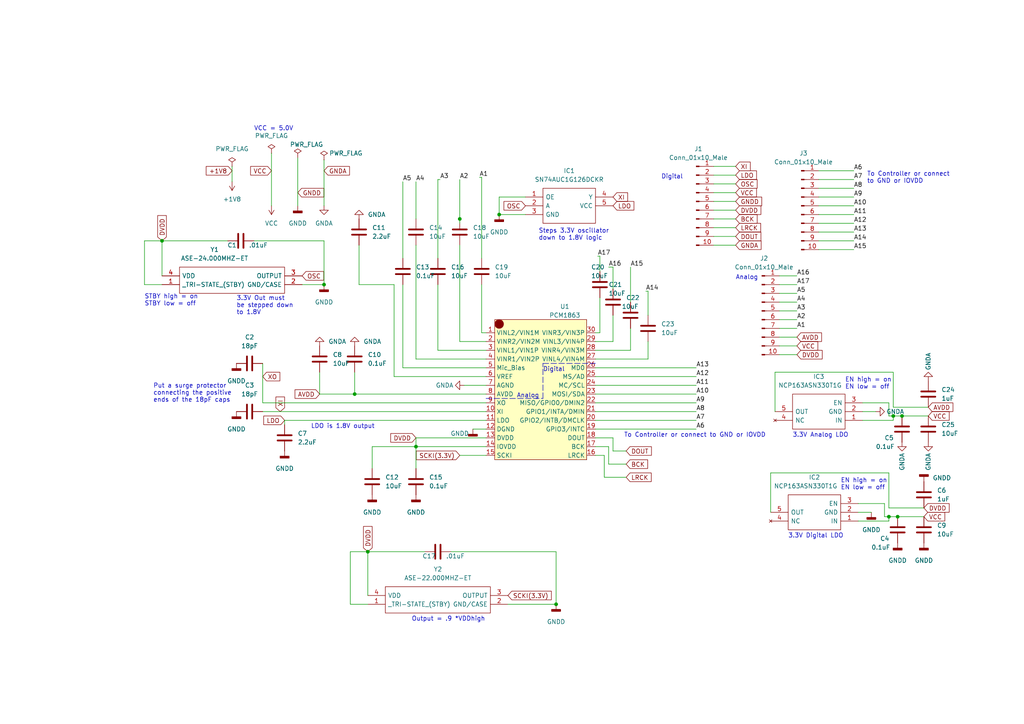
<source format=kicad_sch>
(kicad_sch (version 20211123) (generator eeschema)

  (uuid 3988ee5d-eab1-4284-8462-2f0088830500)

  (paper "A4")

  (lib_symbols
    (symbol "+1V8_1" (power) (pin_names (offset 0)) (in_bom yes) (on_board yes)
      (property "Reference" "#PWR" (id 0) (at 0 -3.81 0)
        (effects (font (size 1.27 1.27)) hide)
      )
      (property "Value" "+1V8_1" (id 1) (at 0 3.556 0)
        (effects (font (size 1.27 1.27)))
      )
      (property "Footprint" "" (id 2) (at 0 0 0)
        (effects (font (size 1.27 1.27)) hide)
      )
      (property "Datasheet" "" (id 3) (at 0 0 0)
        (effects (font (size 1.27 1.27)) hide)
      )
      (property "ki_keywords" "power-flag" (id 4) (at 0 0 0)
        (effects (font (size 1.27 1.27)) hide)
      )
      (property "ki_description" "Power symbol creates a global label with name \"+1V8\"" (id 5) (at 0 0 0)
        (effects (font (size 1.27 1.27)) hide)
      )
      (symbol "+1V8_1_0_1"
        (polyline
          (pts
            (xy -0.762 1.27)
            (xy 0 2.54)
          )
          (stroke (width 0) (type default) (color 0 0 0 0))
          (fill (type none))
        )
        (polyline
          (pts
            (xy 0 0)
            (xy 0 2.54)
          )
          (stroke (width 0) (type default) (color 0 0 0 0))
          (fill (type none))
        )
        (polyline
          (pts
            (xy 0 2.54)
            (xy 0.762 1.27)
          )
          (stroke (width 0) (type default) (color 0 0 0 0))
          (fill (type none))
        )
      )
      (symbol "+1V8_1_1_1"
        (pin power_in line (at 0 0 90) (length 0) hide
          (name "+1V8" (effects (font (size 1.27 1.27))))
          (number "1" (effects (font (size 1.27 1.27))))
        )
      )
    )
    (symbol "Connector:Conn_01x10_Male" (pin_names (offset 1.016) hide) (in_bom yes) (on_board yes)
      (property "Reference" "J" (id 0) (at 0 12.7 0)
        (effects (font (size 1.27 1.27)))
      )
      (property "Value" "Conn_01x10_Male" (id 1) (at 0 -15.24 0)
        (effects (font (size 1.27 1.27)))
      )
      (property "Footprint" "" (id 2) (at 0 0 0)
        (effects (font (size 1.27 1.27)) hide)
      )
      (property "Datasheet" "~" (id 3) (at 0 0 0)
        (effects (font (size 1.27 1.27)) hide)
      )
      (property "ki_keywords" "connector" (id 4) (at 0 0 0)
        (effects (font (size 1.27 1.27)) hide)
      )
      (property "ki_description" "Generic connector, single row, 01x10, script generated (kicad-library-utils/schlib/autogen/connector/)" (id 5) (at 0 0 0)
        (effects (font (size 1.27 1.27)) hide)
      )
      (property "ki_fp_filters" "Connector*:*_1x??_*" (id 6) (at 0 0 0)
        (effects (font (size 1.27 1.27)) hide)
      )
      (symbol "Conn_01x10_Male_1_1"
        (polyline
          (pts
            (xy 1.27 -12.7)
            (xy 0.8636 -12.7)
          )
          (stroke (width 0.1524) (type default) (color 0 0 0 0))
          (fill (type none))
        )
        (polyline
          (pts
            (xy 1.27 -10.16)
            (xy 0.8636 -10.16)
          )
          (stroke (width 0.1524) (type default) (color 0 0 0 0))
          (fill (type none))
        )
        (polyline
          (pts
            (xy 1.27 -7.62)
            (xy 0.8636 -7.62)
          )
          (stroke (width 0.1524) (type default) (color 0 0 0 0))
          (fill (type none))
        )
        (polyline
          (pts
            (xy 1.27 -5.08)
            (xy 0.8636 -5.08)
          )
          (stroke (width 0.1524) (type default) (color 0 0 0 0))
          (fill (type none))
        )
        (polyline
          (pts
            (xy 1.27 -2.54)
            (xy 0.8636 -2.54)
          )
          (stroke (width 0.1524) (type default) (color 0 0 0 0))
          (fill (type none))
        )
        (polyline
          (pts
            (xy 1.27 0)
            (xy 0.8636 0)
          )
          (stroke (width 0.1524) (type default) (color 0 0 0 0))
          (fill (type none))
        )
        (polyline
          (pts
            (xy 1.27 2.54)
            (xy 0.8636 2.54)
          )
          (stroke (width 0.1524) (type default) (color 0 0 0 0))
          (fill (type none))
        )
        (polyline
          (pts
            (xy 1.27 5.08)
            (xy 0.8636 5.08)
          )
          (stroke (width 0.1524) (type default) (color 0 0 0 0))
          (fill (type none))
        )
        (polyline
          (pts
            (xy 1.27 7.62)
            (xy 0.8636 7.62)
          )
          (stroke (width 0.1524) (type default) (color 0 0 0 0))
          (fill (type none))
        )
        (polyline
          (pts
            (xy 1.27 10.16)
            (xy 0.8636 10.16)
          )
          (stroke (width 0.1524) (type default) (color 0 0 0 0))
          (fill (type none))
        )
        (rectangle (start 0.8636 -12.573) (end 0 -12.827)
          (stroke (width 0.1524) (type default) (color 0 0 0 0))
          (fill (type outline))
        )
        (rectangle (start 0.8636 -10.033) (end 0 -10.287)
          (stroke (width 0.1524) (type default) (color 0 0 0 0))
          (fill (type outline))
        )
        (rectangle (start 0.8636 -7.493) (end 0 -7.747)
          (stroke (width 0.1524) (type default) (color 0 0 0 0))
          (fill (type outline))
        )
        (rectangle (start 0.8636 -4.953) (end 0 -5.207)
          (stroke (width 0.1524) (type default) (color 0 0 0 0))
          (fill (type outline))
        )
        (rectangle (start 0.8636 -2.413) (end 0 -2.667)
          (stroke (width 0.1524) (type default) (color 0 0 0 0))
          (fill (type outline))
        )
        (rectangle (start 0.8636 0.127) (end 0 -0.127)
          (stroke (width 0.1524) (type default) (color 0 0 0 0))
          (fill (type outline))
        )
        (rectangle (start 0.8636 2.667) (end 0 2.413)
          (stroke (width 0.1524) (type default) (color 0 0 0 0))
          (fill (type outline))
        )
        (rectangle (start 0.8636 5.207) (end 0 4.953)
          (stroke (width 0.1524) (type default) (color 0 0 0 0))
          (fill (type outline))
        )
        (rectangle (start 0.8636 7.747) (end 0 7.493)
          (stroke (width 0.1524) (type default) (color 0 0 0 0))
          (fill (type outline))
        )
        (rectangle (start 0.8636 10.287) (end 0 10.033)
          (stroke (width 0.1524) (type default) (color 0 0 0 0))
          (fill (type outline))
        )
        (pin passive line (at 5.08 10.16 180) (length 3.81)
          (name "Pin_1" (effects (font (size 1.27 1.27))))
          (number "1" (effects (font (size 1.27 1.27))))
        )
        (pin passive line (at 5.08 -12.7 180) (length 3.81)
          (name "Pin_10" (effects (font (size 1.27 1.27))))
          (number "10" (effects (font (size 1.27 1.27))))
        )
        (pin passive line (at 5.08 7.62 180) (length 3.81)
          (name "Pin_2" (effects (font (size 1.27 1.27))))
          (number "2" (effects (font (size 1.27 1.27))))
        )
        (pin passive line (at 5.08 5.08 180) (length 3.81)
          (name "Pin_3" (effects (font (size 1.27 1.27))))
          (number "3" (effects (font (size 1.27 1.27))))
        )
        (pin passive line (at 5.08 2.54 180) (length 3.81)
          (name "Pin_4" (effects (font (size 1.27 1.27))))
          (number "4" (effects (font (size 1.27 1.27))))
        )
        (pin passive line (at 5.08 0 180) (length 3.81)
          (name "Pin_5" (effects (font (size 1.27 1.27))))
          (number "5" (effects (font (size 1.27 1.27))))
        )
        (pin passive line (at 5.08 -2.54 180) (length 3.81)
          (name "Pin_6" (effects (font (size 1.27 1.27))))
          (number "6" (effects (font (size 1.27 1.27))))
        )
        (pin passive line (at 5.08 -5.08 180) (length 3.81)
          (name "Pin_7" (effects (font (size 1.27 1.27))))
          (number "7" (effects (font (size 1.27 1.27))))
        )
        (pin passive line (at 5.08 -7.62 180) (length 3.81)
          (name "Pin_8" (effects (font (size 1.27 1.27))))
          (number "8" (effects (font (size 1.27 1.27))))
        )
        (pin passive line (at 5.08 -10.16 180) (length 3.81)
          (name "Pin_9" (effects (font (size 1.27 1.27))))
          (number "9" (effects (font (size 1.27 1.27))))
        )
      )
    )
    (symbol "Device:C" (pin_numbers hide) (pin_names (offset 0.254)) (in_bom yes) (on_board yes)
      (property "Reference" "C" (id 0) (at 0.635 2.54 0)
        (effects (font (size 1.27 1.27)) (justify left))
      )
      (property "Value" "C" (id 1) (at 0.635 -2.54 0)
        (effects (font (size 1.27 1.27)) (justify left))
      )
      (property "Footprint" "" (id 2) (at 0.9652 -3.81 0)
        (effects (font (size 1.27 1.27)) hide)
      )
      (property "Datasheet" "~" (id 3) (at 0 0 0)
        (effects (font (size 1.27 1.27)) hide)
      )
      (property "ki_keywords" "cap capacitor" (id 4) (at 0 0 0)
        (effects (font (size 1.27 1.27)) hide)
      )
      (property "ki_description" "Unpolarized capacitor" (id 5) (at 0 0 0)
        (effects (font (size 1.27 1.27)) hide)
      )
      (property "ki_fp_filters" "C_*" (id 6) (at 0 0 0)
        (effects (font (size 1.27 1.27)) hide)
      )
      (symbol "C_0_1"
        (polyline
          (pts
            (xy -2.032 -0.762)
            (xy 2.032 -0.762)
          )
          (stroke (width 0.508) (type default) (color 0 0 0 0))
          (fill (type none))
        )
        (polyline
          (pts
            (xy -2.032 0.762)
            (xy 2.032 0.762)
          )
          (stroke (width 0.508) (type default) (color 0 0 0 0))
          (fill (type none))
        )
      )
      (symbol "C_1_1"
        (pin passive line (at 0 3.81 270) (length 2.794)
          (name "~" (effects (font (size 1.27 1.27))))
          (number "1" (effects (font (size 1.27 1.27))))
        )
        (pin passive line (at 0 -3.81 90) (length 2.794)
          (name "~" (effects (font (size 1.27 1.27))))
          (number "2" (effects (font (size 1.27 1.27))))
        )
      )
    )
    (symbol "GNDA_1" (power) (pin_names (offset 0)) (in_bom yes) (on_board yes)
      (property "Reference" "#PWR" (id 0) (at 0 -6.35 0)
        (effects (font (size 1.27 1.27)) hide)
      )
      (property "Value" "GNDA_1" (id 1) (at 0 -3.81 0)
        (effects (font (size 1.27 1.27)))
      )
      (property "Footprint" "" (id 2) (at 0 0 0)
        (effects (font (size 1.27 1.27)) hide)
      )
      (property "Datasheet" "" (id 3) (at 0 0 0)
        (effects (font (size 1.27 1.27)) hide)
      )
      (property "ki_keywords" "power-flag" (id 4) (at 0 0 0)
        (effects (font (size 1.27 1.27)) hide)
      )
      (property "ki_description" "Power symbol creates a global label with name \"GNDA\" , analog ground" (id 5) (at 0 0 0)
        (effects (font (size 1.27 1.27)) hide)
      )
      (symbol "GNDA_1_0_1"
        (polyline
          (pts
            (xy 0 0)
            (xy 0 -1.27)
            (xy 1.27 -1.27)
            (xy 0 -2.54)
            (xy -1.27 -1.27)
            (xy 0 -1.27)
          )
          (stroke (width 0) (type default) (color 0 0 0 0))
          (fill (type none))
        )
      )
      (symbol "GNDA_1_1_1"
        (pin power_in line (at 0 0 270) (length 0) hide
          (name "GNDA" (effects (font (size 1.27 1.27))))
          (number "1" (effects (font (size 1.27 1.27))))
        )
      )
    )
    (symbol "GNDA_2" (power) (pin_names (offset 0)) (in_bom yes) (on_board yes)
      (property "Reference" "#PWR" (id 0) (at 0 -6.35 0)
        (effects (font (size 1.27 1.27)) hide)
      )
      (property "Value" "GNDA_2" (id 1) (at 0 -3.81 0)
        (effects (font (size 1.27 1.27)))
      )
      (property "Footprint" "" (id 2) (at 0 0 0)
        (effects (font (size 1.27 1.27)) hide)
      )
      (property "Datasheet" "" (id 3) (at 0 0 0)
        (effects (font (size 1.27 1.27)) hide)
      )
      (property "ki_keywords" "power-flag" (id 4) (at 0 0 0)
        (effects (font (size 1.27 1.27)) hide)
      )
      (property "ki_description" "Power symbol creates a global label with name \"GNDA\" , analog ground" (id 5) (at 0 0 0)
        (effects (font (size 1.27 1.27)) hide)
      )
      (symbol "GNDA_2_0_1"
        (polyline
          (pts
            (xy 0 0)
            (xy 0 -1.27)
            (xy 1.27 -1.27)
            (xy 0 -2.54)
            (xy -1.27 -1.27)
            (xy 0 -1.27)
          )
          (stroke (width 0) (type default) (color 0 0 0 0))
          (fill (type none))
        )
      )
      (symbol "GNDA_2_1_1"
        (pin power_in line (at 0 0 270) (length 0) hide
          (name "GNDA" (effects (font (size 1.27 1.27))))
          (number "1" (effects (font (size 1.27 1.27))))
        )
      )
    )
    (symbol "GNDA_3" (power) (pin_names (offset 0)) (in_bom yes) (on_board yes)
      (property "Reference" "#PWR" (id 0) (at 0 -6.35 0)
        (effects (font (size 1.27 1.27)) hide)
      )
      (property "Value" "GNDA_3" (id 1) (at 0 -3.81 0)
        (effects (font (size 1.27 1.27)))
      )
      (property "Footprint" "" (id 2) (at 0 0 0)
        (effects (font (size 1.27 1.27)) hide)
      )
      (property "Datasheet" "" (id 3) (at 0 0 0)
        (effects (font (size 1.27 1.27)) hide)
      )
      (property "ki_keywords" "power-flag" (id 4) (at 0 0 0)
        (effects (font (size 1.27 1.27)) hide)
      )
      (property "ki_description" "Power symbol creates a global label with name \"GNDA\" , analog ground" (id 5) (at 0 0 0)
        (effects (font (size 1.27 1.27)) hide)
      )
      (symbol "GNDA_3_0_1"
        (polyline
          (pts
            (xy 0 0)
            (xy 0 -1.27)
            (xy 1.27 -1.27)
            (xy 0 -2.54)
            (xy -1.27 -1.27)
            (xy 0 -1.27)
          )
          (stroke (width 0) (type default) (color 0 0 0 0))
          (fill (type none))
        )
      )
      (symbol "GNDA_3_1_1"
        (pin power_in line (at 0 0 270) (length 0) hide
          (name "GNDA" (effects (font (size 1.27 1.27))))
          (number "1" (effects (font (size 1.27 1.27))))
        )
      )
    )
    (symbol "GNDA_4" (power) (pin_names (offset 0)) (in_bom yes) (on_board yes)
      (property "Reference" "#PWR" (id 0) (at 0 -6.35 0)
        (effects (font (size 1.27 1.27)) hide)
      )
      (property "Value" "GNDA_4" (id 1) (at 0 -3.81 0)
        (effects (font (size 1.27 1.27)))
      )
      (property "Footprint" "" (id 2) (at 0 0 0)
        (effects (font (size 1.27 1.27)) hide)
      )
      (property "Datasheet" "" (id 3) (at 0 0 0)
        (effects (font (size 1.27 1.27)) hide)
      )
      (property "ki_keywords" "power-flag" (id 4) (at 0 0 0)
        (effects (font (size 1.27 1.27)) hide)
      )
      (property "ki_description" "Power symbol creates a global label with name \"GNDA\" , analog ground" (id 5) (at 0 0 0)
        (effects (font (size 1.27 1.27)) hide)
      )
      (symbol "GNDA_4_0_1"
        (polyline
          (pts
            (xy 0 0)
            (xy 0 -1.27)
            (xy 1.27 -1.27)
            (xy 0 -2.54)
            (xy -1.27 -1.27)
            (xy 0 -1.27)
          )
          (stroke (width 0) (type default) (color 0 0 0 0))
          (fill (type none))
        )
      )
      (symbol "GNDA_4_1_1"
        (pin power_in line (at 0 0 270) (length 0) hide
          (name "GNDA" (effects (font (size 1.27 1.27))))
          (number "1" (effects (font (size 1.27 1.27))))
        )
      )
    )
    (symbol "GNDD_1" (power) (pin_names (offset 0)) (in_bom yes) (on_board yes)
      (property "Reference" "#PWR" (id 0) (at 0 -6.35 0)
        (effects (font (size 1.27 1.27)) hide)
      )
      (property "Value" "GNDD_1" (id 1) (at 0 -3.175 0)
        (effects (font (size 1.27 1.27)))
      )
      (property "Footprint" "" (id 2) (at 0 0 0)
        (effects (font (size 1.27 1.27)) hide)
      )
      (property "Datasheet" "" (id 3) (at 0 0 0)
        (effects (font (size 1.27 1.27)) hide)
      )
      (property "ki_keywords" "power-flag" (id 4) (at 0 0 0)
        (effects (font (size 1.27 1.27)) hide)
      )
      (property "ki_description" "Power symbol creates a global label with name \"GNDD\" , digital ground" (id 5) (at 0 0 0)
        (effects (font (size 1.27 1.27)) hide)
      )
      (symbol "GNDD_1_0_1"
        (rectangle (start -1.27 -1.524) (end 1.27 -2.032)
          (stroke (width 0.254) (type default) (color 0 0 0 0))
          (fill (type outline))
        )
        (polyline
          (pts
            (xy 0 0)
            (xy 0 -1.524)
          )
          (stroke (width 0) (type default) (color 0 0 0 0))
          (fill (type none))
        )
      )
      (symbol "GNDD_1_1_1"
        (pin power_in line (at 0 0 270) (length 0) hide
          (name "GNDD" (effects (font (size 1.27 1.27))))
          (number "1" (effects (font (size 1.27 1.27))))
        )
      )
    )
    (symbol "GNDD_2" (power) (pin_names (offset 0)) (in_bom yes) (on_board yes)
      (property "Reference" "#PWR" (id 0) (at 0 -6.35 0)
        (effects (font (size 1.27 1.27)) hide)
      )
      (property "Value" "GNDD_2" (id 1) (at 0 -3.175 0)
        (effects (font (size 1.27 1.27)))
      )
      (property "Footprint" "" (id 2) (at 0 0 0)
        (effects (font (size 1.27 1.27)) hide)
      )
      (property "Datasheet" "" (id 3) (at 0 0 0)
        (effects (font (size 1.27 1.27)) hide)
      )
      (property "ki_keywords" "power-flag" (id 4) (at 0 0 0)
        (effects (font (size 1.27 1.27)) hide)
      )
      (property "ki_description" "Power symbol creates a global label with name \"GNDD\" , digital ground" (id 5) (at 0 0 0)
        (effects (font (size 1.27 1.27)) hide)
      )
      (symbol "GNDD_2_0_1"
        (rectangle (start -1.27 -1.524) (end 1.27 -2.032)
          (stroke (width 0.254) (type default) (color 0 0 0 0))
          (fill (type outline))
        )
        (polyline
          (pts
            (xy 0 0)
            (xy 0 -1.524)
          )
          (stroke (width 0) (type default) (color 0 0 0 0))
          (fill (type none))
        )
      )
      (symbol "GNDD_2_1_1"
        (pin power_in line (at 0 0 270) (length 0) hide
          (name "GNDD" (effects (font (size 1.27 1.27))))
          (number "1" (effects (font (size 1.27 1.27))))
        )
      )
    )
    (symbol "GNDD_3" (power) (pin_names (offset 0)) (in_bom yes) (on_board yes)
      (property "Reference" "#PWR" (id 0) (at 0 -6.35 0)
        (effects (font (size 1.27 1.27)) hide)
      )
      (property "Value" "GNDD_3" (id 1) (at 0 -3.175 0)
        (effects (font (size 1.27 1.27)))
      )
      (property "Footprint" "" (id 2) (at 0 0 0)
        (effects (font (size 1.27 1.27)) hide)
      )
      (property "Datasheet" "" (id 3) (at 0 0 0)
        (effects (font (size 1.27 1.27)) hide)
      )
      (property "ki_keywords" "power-flag" (id 4) (at 0 0 0)
        (effects (font (size 1.27 1.27)) hide)
      )
      (property "ki_description" "Power symbol creates a global label with name \"GNDD\" , digital ground" (id 5) (at 0 0 0)
        (effects (font (size 1.27 1.27)) hide)
      )
      (symbol "GNDD_3_0_1"
        (rectangle (start -1.27 -1.524) (end 1.27 -2.032)
          (stroke (width 0.254) (type default) (color 0 0 0 0))
          (fill (type outline))
        )
        (polyline
          (pts
            (xy 0 0)
            (xy 0 -1.524)
          )
          (stroke (width 0) (type default) (color 0 0 0 0))
          (fill (type none))
        )
      )
      (symbol "GNDD_3_1_1"
        (pin power_in line (at 0 0 270) (length 0) hide
          (name "GNDD" (effects (font (size 1.27 1.27))))
          (number "1" (effects (font (size 1.27 1.27))))
        )
      )
    )
    (symbol "GNDD_4" (power) (pin_names (offset 0)) (in_bom yes) (on_board yes)
      (property "Reference" "#PWR" (id 0) (at 0 -6.35 0)
        (effects (font (size 1.27 1.27)) hide)
      )
      (property "Value" "GNDD_4" (id 1) (at 0 -3.175 0)
        (effects (font (size 1.27 1.27)))
      )
      (property "Footprint" "" (id 2) (at 0 0 0)
        (effects (font (size 1.27 1.27)) hide)
      )
      (property "Datasheet" "" (id 3) (at 0 0 0)
        (effects (font (size 1.27 1.27)) hide)
      )
      (property "ki_keywords" "power-flag" (id 4) (at 0 0 0)
        (effects (font (size 1.27 1.27)) hide)
      )
      (property "ki_description" "Power symbol creates a global label with name \"GNDD\" , digital ground" (id 5) (at 0 0 0)
        (effects (font (size 1.27 1.27)) hide)
      )
      (symbol "GNDD_4_0_1"
        (rectangle (start -1.27 -1.524) (end 1.27 -2.032)
          (stroke (width 0.254) (type default) (color 0 0 0 0))
          (fill (type outline))
        )
        (polyline
          (pts
            (xy 0 0)
            (xy 0 -1.524)
          )
          (stroke (width 0) (type default) (color 0 0 0 0))
          (fill (type none))
        )
      )
      (symbol "GNDD_4_1_1"
        (pin power_in line (at 0 0 270) (length 0) hide
          (name "GNDD" (effects (font (size 1.27 1.27))))
          (number "1" (effects (font (size 1.27 1.27))))
        )
      )
    )
    (symbol "GNDD_5" (power) (pin_names (offset 0)) (in_bom yes) (on_board yes)
      (property "Reference" "#PWR" (id 0) (at 0 -6.35 0)
        (effects (font (size 1.27 1.27)) hide)
      )
      (property "Value" "GNDD_5" (id 1) (at 0 -3.175 0)
        (effects (font (size 1.27 1.27)))
      )
      (property "Footprint" "" (id 2) (at 0 0 0)
        (effects (font (size 1.27 1.27)) hide)
      )
      (property "Datasheet" "" (id 3) (at 0 0 0)
        (effects (font (size 1.27 1.27)) hide)
      )
      (property "ki_keywords" "power-flag" (id 4) (at 0 0 0)
        (effects (font (size 1.27 1.27)) hide)
      )
      (property "ki_description" "Power symbol creates a global label with name \"GNDD\" , digital ground" (id 5) (at 0 0 0)
        (effects (font (size 1.27 1.27)) hide)
      )
      (symbol "GNDD_5_0_1"
        (rectangle (start -1.27 -1.524) (end 1.27 -2.032)
          (stroke (width 0.254) (type default) (color 0 0 0 0))
          (fill (type outline))
        )
        (polyline
          (pts
            (xy 0 0)
            (xy 0 -1.524)
          )
          (stroke (width 0) (type default) (color 0 0 0 0))
          (fill (type none))
        )
      )
      (symbol "GNDD_5_1_1"
        (pin power_in line (at 0 0 270) (length 0) hide
          (name "GNDD" (effects (font (size 1.27 1.27))))
          (number "1" (effects (font (size 1.27 1.27))))
        )
      )
    )
    (symbol "GNDD_6" (power) (pin_names (offset 0)) (in_bom yes) (on_board yes)
      (property "Reference" "#PWR" (id 0) (at 0 -6.35 0)
        (effects (font (size 1.27 1.27)) hide)
      )
      (property "Value" "GNDD_6" (id 1) (at 0 -3.175 0)
        (effects (font (size 1.27 1.27)))
      )
      (property "Footprint" "" (id 2) (at 0 0 0)
        (effects (font (size 1.27 1.27)) hide)
      )
      (property "Datasheet" "" (id 3) (at 0 0 0)
        (effects (font (size 1.27 1.27)) hide)
      )
      (property "ki_keywords" "power-flag" (id 4) (at 0 0 0)
        (effects (font (size 1.27 1.27)) hide)
      )
      (property "ki_description" "Power symbol creates a global label with name \"GNDD\" , digital ground" (id 5) (at 0 0 0)
        (effects (font (size 1.27 1.27)) hide)
      )
      (symbol "GNDD_6_0_1"
        (rectangle (start -1.27 -1.524) (end 1.27 -2.032)
          (stroke (width 0.254) (type default) (color 0 0 0 0))
          (fill (type outline))
        )
        (polyline
          (pts
            (xy 0 0)
            (xy 0 -1.524)
          )
          (stroke (width 0) (type default) (color 0 0 0 0))
          (fill (type none))
        )
      )
      (symbol "GNDD_6_1_1"
        (pin power_in line (at 0 0 270) (length 0) hide
          (name "GNDD" (effects (font (size 1.27 1.27))))
          (number "1" (effects (font (size 1.27 1.27))))
        )
      )
    )
    (symbol "GNDD_7" (power) (pin_names (offset 0)) (in_bom yes) (on_board yes)
      (property "Reference" "#PWR" (id 0) (at 0 -6.35 0)
        (effects (font (size 1.27 1.27)) hide)
      )
      (property "Value" "GNDD_7" (id 1) (at 0 -3.175 0)
        (effects (font (size 1.27 1.27)))
      )
      (property "Footprint" "" (id 2) (at 0 0 0)
        (effects (font (size 1.27 1.27)) hide)
      )
      (property "Datasheet" "" (id 3) (at 0 0 0)
        (effects (font (size 1.27 1.27)) hide)
      )
      (property "ki_keywords" "power-flag" (id 4) (at 0 0 0)
        (effects (font (size 1.27 1.27)) hide)
      )
      (property "ki_description" "Power symbol creates a global label with name \"GNDD\" , digital ground" (id 5) (at 0 0 0)
        (effects (font (size 1.27 1.27)) hide)
      )
      (symbol "GNDD_7_0_1"
        (rectangle (start -1.27 -1.524) (end 1.27 -2.032)
          (stroke (width 0.254) (type default) (color 0 0 0 0))
          (fill (type outline))
        )
        (polyline
          (pts
            (xy 0 0)
            (xy 0 -1.524)
          )
          (stroke (width 0) (type default) (color 0 0 0 0))
          (fill (type none))
        )
      )
      (symbol "GNDD_7_1_1"
        (pin power_in line (at 0 0 270) (length 0) hide
          (name "GNDD" (effects (font (size 1.27 1.27))))
          (number "1" (effects (font (size 1.27 1.27))))
        )
      )
    )
    (symbol "PWR_FLAG_1" (power) (pin_numbers hide) (pin_names (offset 0) hide) (in_bom yes) (on_board yes)
      (property "Reference" "#FLG" (id 0) (at 0 1.905 0)
        (effects (font (size 1.27 1.27)) hide)
      )
      (property "Value" "PWR_FLAG_1" (id 1) (at 0 3.81 0)
        (effects (font (size 1.27 1.27)))
      )
      (property "Footprint" "" (id 2) (at 0 0 0)
        (effects (font (size 1.27 1.27)) hide)
      )
      (property "Datasheet" "~" (id 3) (at 0 0 0)
        (effects (font (size 1.27 1.27)) hide)
      )
      (property "ki_keywords" "power-flag" (id 4) (at 0 0 0)
        (effects (font (size 1.27 1.27)) hide)
      )
      (property "ki_description" "Special symbol for telling ERC where power comes from" (id 5) (at 0 0 0)
        (effects (font (size 1.27 1.27)) hide)
      )
      (symbol "PWR_FLAG_1_0_0"
        (pin power_out line (at 0 0 90) (length 0)
          (name "pwr" (effects (font (size 1.27 1.27))))
          (number "1" (effects (font (size 1.27 1.27))))
        )
      )
      (symbol "PWR_FLAG_1_0_1"
        (polyline
          (pts
            (xy 0 0)
            (xy 0 1.27)
            (xy -1.016 1.905)
            (xy 0 2.54)
            (xy 1.016 1.905)
            (xy 0 1.27)
          )
          (stroke (width 0) (type default) (color 0 0 0 0))
          (fill (type none))
        )
      )
    )
    (symbol "PWR_FLAG_2" (power) (pin_numbers hide) (pin_names (offset 0) hide) (in_bom yes) (on_board yes)
      (property "Reference" "#FLG" (id 0) (at 0 1.905 0)
        (effects (font (size 1.27 1.27)) hide)
      )
      (property "Value" "PWR_FLAG_2" (id 1) (at 0 3.81 0)
        (effects (font (size 1.27 1.27)))
      )
      (property "Footprint" "" (id 2) (at 0 0 0)
        (effects (font (size 1.27 1.27)) hide)
      )
      (property "Datasheet" "~" (id 3) (at 0 0 0)
        (effects (font (size 1.27 1.27)) hide)
      )
      (property "ki_keywords" "power-flag" (id 4) (at 0 0 0)
        (effects (font (size 1.27 1.27)) hide)
      )
      (property "ki_description" "Special symbol for telling ERC where power comes from" (id 5) (at 0 0 0)
        (effects (font (size 1.27 1.27)) hide)
      )
      (symbol "PWR_FLAG_2_0_0"
        (pin power_out line (at 0 0 90) (length 0)
          (name "pwr" (effects (font (size 1.27 1.27))))
          (number "1" (effects (font (size 1.27 1.27))))
        )
      )
      (symbol "PWR_FLAG_2_0_1"
        (polyline
          (pts
            (xy 0 0)
            (xy 0 1.27)
            (xy -1.016 1.905)
            (xy 0 2.54)
            (xy 1.016 1.905)
            (xy 0 1.27)
          )
          (stroke (width 0) (type default) (color 0 0 0 0))
          (fill (type none))
        )
      )
    )
    (symbol "PWR_FLAG_3" (power) (pin_numbers hide) (pin_names (offset 0) hide) (in_bom yes) (on_board yes)
      (property "Reference" "#FLG" (id 0) (at 0 1.905 0)
        (effects (font (size 1.27 1.27)) hide)
      )
      (property "Value" "PWR_FLAG_3" (id 1) (at 0 3.81 0)
        (effects (font (size 1.27 1.27)))
      )
      (property "Footprint" "" (id 2) (at 0 0 0)
        (effects (font (size 1.27 1.27)) hide)
      )
      (property "Datasheet" "~" (id 3) (at 0 0 0)
        (effects (font (size 1.27 1.27)) hide)
      )
      (property "ki_keywords" "power-flag" (id 4) (at 0 0 0)
        (effects (font (size 1.27 1.27)) hide)
      )
      (property "ki_description" "Special symbol for telling ERC where power comes from" (id 5) (at 0 0 0)
        (effects (font (size 1.27 1.27)) hide)
      )
      (symbol "PWR_FLAG_3_0_0"
        (pin power_out line (at 0 0 90) (length 0)
          (name "pwr" (effects (font (size 1.27 1.27))))
          (number "1" (effects (font (size 1.27 1.27))))
        )
      )
      (symbol "PWR_FLAG_3_0_1"
        (polyline
          (pts
            (xy 0 0)
            (xy 0 1.27)
            (xy -1.016 1.905)
            (xy 0 2.54)
            (xy 1.016 1.905)
            (xy 0 1.27)
          )
          (stroke (width 0) (type default) (color 0 0 0 0))
          (fill (type none))
        )
      )
    )
    (symbol "PWR_FLAG_4" (power) (pin_numbers hide) (pin_names (offset 0) hide) (in_bom yes) (on_board yes)
      (property "Reference" "#FLG" (id 0) (at 0 1.905 0)
        (effects (font (size 1.27 1.27)) hide)
      )
      (property "Value" "PWR_FLAG_4" (id 1) (at 0 3.81 0)
        (effects (font (size 1.27 1.27)))
      )
      (property "Footprint" "" (id 2) (at 0 0 0)
        (effects (font (size 1.27 1.27)) hide)
      )
      (property "Datasheet" "~" (id 3) (at 0 0 0)
        (effects (font (size 1.27 1.27)) hide)
      )
      (property "ki_keywords" "power-flag" (id 4) (at 0 0 0)
        (effects (font (size 1.27 1.27)) hide)
      )
      (property "ki_description" "Special symbol for telling ERC where power comes from" (id 5) (at 0 0 0)
        (effects (font (size 1.27 1.27)) hide)
      )
      (symbol "PWR_FLAG_4_0_0"
        (pin power_out line (at 0 0 90) (length 0)
          (name "pwr" (effects (font (size 1.27 1.27))))
          (number "1" (effects (font (size 1.27 1.27))))
        )
      )
      (symbol "PWR_FLAG_4_0_1"
        (polyline
          (pts
            (xy 0 0)
            (xy 0 1.27)
            (xy -1.016 1.905)
            (xy 0 2.54)
            (xy 1.016 1.905)
            (xy 0 1.27)
          )
          (stroke (width 0) (type default) (color 0 0 0 0))
          (fill (type none))
        )
      )
    )
    (symbol "VCC_3" (power) (pin_names (offset 0)) (in_bom yes) (on_board yes)
      (property "Reference" "#PWR" (id 0) (at 0 -3.81 0)
        (effects (font (size 1.27 1.27)) hide)
      )
      (property "Value" "VCC_3" (id 1) (at 0 3.81 0)
        (effects (font (size 1.27 1.27)))
      )
      (property "Footprint" "" (id 2) (at 0 0 0)
        (effects (font (size 1.27 1.27)) hide)
      )
      (property "Datasheet" "" (id 3) (at 0 0 0)
        (effects (font (size 1.27 1.27)) hide)
      )
      (property "ki_keywords" "power-flag" (id 4) (at 0 0 0)
        (effects (font (size 1.27 1.27)) hide)
      )
      (property "ki_description" "Power symbol creates a global label with name \"VCC\"" (id 5) (at 0 0 0)
        (effects (font (size 1.27 1.27)) hide)
      )
      (symbol "VCC_3_0_1"
        (polyline
          (pts
            (xy -0.762 1.27)
            (xy 0 2.54)
          )
          (stroke (width 0) (type default) (color 0 0 0 0))
          (fill (type none))
        )
        (polyline
          (pts
            (xy 0 0)
            (xy 0 2.54)
          )
          (stroke (width 0) (type default) (color 0 0 0 0))
          (fill (type none))
        )
        (polyline
          (pts
            (xy 0 2.54)
            (xy 0.762 1.27)
          )
          (stroke (width 0) (type default) (color 0 0 0 0))
          (fill (type none))
        )
      )
      (symbol "VCC_3_1_1"
        (pin power_in line (at 0 0 90) (length 0) hide
          (name "VCC" (effects (font (size 1.27 1.27))))
          (number "1" (effects (font (size 1.27 1.27))))
        )
      )
    )
    (symbol "custom_lib:ASE-22.000MHZ-ET" (pin_names (offset 0.762)) (in_bom yes) (on_board yes)
      (property "Reference" "Y" (id 0) (at 46.99 7.62 0)
        (effects (font (size 1.27 1.27)) (justify left))
      )
      (property "Value" "ASE-22.000MHZ-ET" (id 1) (at 46.99 5.08 0)
        (effects (font (size 1.27 1.27)) (justify left))
      )
      (property "Footprint" "ASE24000MHZET" (id 2) (at 46.99 2.54 0)
        (effects (font (size 1.27 1.27)) (justify left) hide)
      )
      (property "Datasheet" "https://abracon.com/Oscillators/ASEseries.pdf" (id 3) (at 46.99 0 0)
        (effects (font (size 1.27 1.27)) (justify left) hide)
      )
      (property "Description" "ABRACON - ASE-24.000MHZ-ET - Oscillator, 24 MHz, 100 ppm, SMD, 3.2mm x 2.5mm, LVCMOS, 3.3 V, ASE Series" (id 4) (at 46.99 -2.54 0)
        (effects (font (size 1.27 1.27)) (justify left) hide)
      )
      (property "Height" "1.2" (id 5) (at 46.99 -5.08 0)
        (effects (font (size 1.27 1.27)) (justify left) hide)
      )
      (property "Manufacturer_Name" "ABRACON" (id 6) (at 46.99 -7.62 0)
        (effects (font (size 1.27 1.27)) (justify left) hide)
      )
      (property "Manufacturer_Part_Number" "ASE-24.000MHZ-ET" (id 7) (at 46.99 -10.16 0)
        (effects (font (size 1.27 1.27)) (justify left) hide)
      )
      (property "Mouser Part Number" "815-ASE24.000MHZET" (id 8) (at 46.99 -12.7 0)
        (effects (font (size 1.27 1.27)) (justify left) hide)
      )
      (property "Mouser Price/Stock" "https://www.mouser.co.uk/ProductDetail/ABRACON/ASE-24000MHZ-ET?qs=uDmhV2jwPRdw4GrVOJ4VTQ%3D%3D" (id 9) (at 46.99 -15.24 0)
        (effects (font (size 1.27 1.27)) (justify left) hide)
      )
      (property "Arrow Part Number" "ASE-24.000MHZ-ET" (id 10) (at 46.99 -17.78 0)
        (effects (font (size 1.27 1.27)) (justify left) hide)
      )
      (property "Arrow Price/Stock" "https://www.arrow.com/en/products/ase-24.000mhz-et/abracon" (id 11) (at 46.99 -20.32 0)
        (effects (font (size 1.27 1.27)) (justify left) hide)
      )
      (property "Mouser Testing Part Number" "" (id 12) (at 46.99 -22.86 0)
        (effects (font (size 1.27 1.27)) (justify left) hide)
      )
      (property "Mouser Testing Price/Stock" "" (id 13) (at 46.99 -25.4 0)
        (effects (font (size 1.27 1.27)) (justify left) hide)
      )
      (property "ki_description" "ABRACON - ASE-24.000MHZ-ET - Oscillator, 24 MHz, 100 ppm, SMD, 3.2mm x 2.5mm, LVCMOS, 3.3 V, ASE Series" (id 14) (at 0 0 0)
        (effects (font (size 1.27 1.27)) hide)
      )
      (symbol "ASE-22.000MHZ-ET_0_0"
        (pin passive line (at 10.16 -2.54 0) (length 5.08)
          (name "_TRI-STATE_(STBY)" (effects (font (size 1.27 1.27))))
          (number "1" (effects (font (size 1.27 1.27))))
        )
        (pin passive line (at 50.8 -2.54 180) (length 5.08)
          (name "GND/CASE" (effects (font (size 1.27 1.27))))
          (number "2" (effects (font (size 1.27 1.27))))
        )
        (pin passive line (at 50.8 0 180) (length 5.08)
          (name "OUTPUT" (effects (font (size 1.27 1.27))))
          (number "3" (effects (font (size 1.27 1.27))))
        )
        (pin passive line (at 10.16 0 0) (length 5.08)
          (name "VDD" (effects (font (size 1.27 1.27))))
          (number "4" (effects (font (size 1.27 1.27))))
        )
      )
      (symbol "ASE-22.000MHZ-ET_0_1"
        (polyline
          (pts
            (xy 15.24 2.54)
            (xy 45.72 2.54)
            (xy 45.72 -5.08)
            (xy 15.24 -5.08)
            (xy 15.24 2.54)
          )
          (stroke (width 0.1524) (type default) (color 0 0 0 0))
          (fill (type none))
        )
      )
    )
    (symbol "custom_lib:ASE-24.000MHZ-ET" (pin_names (offset 0.762)) (in_bom yes) (on_board yes)
      (property "Reference" "Y" (id 0) (at 46.99 7.62 0)
        (effects (font (size 1.27 1.27)) (justify left))
      )
      (property "Value" "ASE-24.000MHZ-ET" (id 1) (at 46.99 5.08 0)
        (effects (font (size 1.27 1.27)) (justify left))
      )
      (property "Footprint" "ASE24000MHZET" (id 2) (at 46.99 2.54 0)
        (effects (font (size 1.27 1.27)) (justify left) hide)
      )
      (property "Datasheet" "https://abracon.com/Oscillators/ASEseries.pdf" (id 3) (at 46.99 0 0)
        (effects (font (size 1.27 1.27)) (justify left) hide)
      )
      (property "Description" "ABRACON - ASE-24.000MHZ-ET - Oscillator, 24 MHz, 100 ppm, SMD, 3.2mm x 2.5mm, LVCMOS, 3.3 V, ASE Series" (id 4) (at 46.99 -2.54 0)
        (effects (font (size 1.27 1.27)) (justify left) hide)
      )
      (property "Height" "1.2" (id 5) (at 46.99 -5.08 0)
        (effects (font (size 1.27 1.27)) (justify left) hide)
      )
      (property "Manufacturer_Name" "ABRACON" (id 6) (at 46.99 -7.62 0)
        (effects (font (size 1.27 1.27)) (justify left) hide)
      )
      (property "Manufacturer_Part_Number" "ASE-24.000MHZ-ET" (id 7) (at 46.99 -10.16 0)
        (effects (font (size 1.27 1.27)) (justify left) hide)
      )
      (property "Mouser Part Number" "815-ASE24.000MHZET" (id 8) (at 46.99 -12.7 0)
        (effects (font (size 1.27 1.27)) (justify left) hide)
      )
      (property "Mouser Price/Stock" "https://www.mouser.co.uk/ProductDetail/ABRACON/ASE-24000MHZ-ET?qs=uDmhV2jwPRdw4GrVOJ4VTQ%3D%3D" (id 9) (at 46.99 -15.24 0)
        (effects (font (size 1.27 1.27)) (justify left) hide)
      )
      (property "Arrow Part Number" "ASE-24.000MHZ-ET" (id 10) (at 46.99 -17.78 0)
        (effects (font (size 1.27 1.27)) (justify left) hide)
      )
      (property "Arrow Price/Stock" "https://www.arrow.com/en/products/ase-24.000mhz-et/abracon" (id 11) (at 46.99 -20.32 0)
        (effects (font (size 1.27 1.27)) (justify left) hide)
      )
      (property "Mouser Testing Part Number" "" (id 12) (at 46.99 -22.86 0)
        (effects (font (size 1.27 1.27)) (justify left) hide)
      )
      (property "Mouser Testing Price/Stock" "" (id 13) (at 46.99 -25.4 0)
        (effects (font (size 1.27 1.27)) (justify left) hide)
      )
      (property "ki_description" "ABRACON - ASE-24.000MHZ-ET - Oscillator, 24 MHz, 100 ppm, SMD, 3.2mm x 2.5mm, LVCMOS, 3.3 V, ASE Series" (id 14) (at 0 0 0)
        (effects (font (size 1.27 1.27)) hide)
      )
      (symbol "ASE-24.000MHZ-ET_0_0"
        (pin passive line (at 10.16 -2.54 0) (length 5.08)
          (name "_TRI-STATE_(STBY)" (effects (font (size 1.27 1.27))))
          (number "1" (effects (font (size 1.27 1.27))))
        )
        (pin passive line (at 50.8 -2.54 180) (length 5.08)
          (name "GND/CASE" (effects (font (size 1.27 1.27))))
          (number "2" (effects (font (size 1.27 1.27))))
        )
        (pin passive line (at 50.8 0 180) (length 5.08)
          (name "OUTPUT" (effects (font (size 1.27 1.27))))
          (number "3" (effects (font (size 1.27 1.27))))
        )
        (pin passive line (at 10.16 0 0) (length 5.08)
          (name "VDD" (effects (font (size 1.27 1.27))))
          (number "4" (effects (font (size 1.27 1.27))))
        )
      )
      (symbol "ASE-24.000MHZ-ET_0_1"
        (polyline
          (pts
            (xy 15.24 2.54)
            (xy 45.72 2.54)
            (xy 45.72 -5.08)
            (xy 15.24 -5.08)
            (xy 15.24 2.54)
          )
          (stroke (width 0.1524) (type default) (color 0 0 0 0))
          (fill (type none))
        )
      )
    )
    (symbol "custom_lib:NCP163ASN330T1G" (pin_names (offset 0.762)) (in_bom yes) (on_board yes)
      (property "Reference" "IC" (id 0) (at 21.59 7.62 0)
        (effects (font (size 1.27 1.27)) (justify left))
      )
      (property "Value" "NCP163ASN330T1G" (id 1) (at 21.59 5.08 0)
        (effects (font (size 1.27 1.27)) (justify left))
      )
      (property "Footprint" "SOT95P280X145-5N" (id 2) (at 21.59 2.54 0)
        (effects (font (size 1.27 1.27)) (justify left) hide)
      )
      (property "Datasheet" "https://componentsearchengine.com/Datasheets/2/NCP163ASN330T1G.pdf" (id 3) (at 21.59 0 0)
        (effects (font (size 1.27 1.27)) (justify left) hide)
      )
      (property "Description" "ON SEMICONDUCTOR - NCP163ASN330T1G - Fixed LDO Voltage Regulator, 2.2V to 5.5V, 105mV drop, 3.3V/250mA out, SOT-23-5" (id 4) (at 21.59 -2.54 0)
        (effects (font (size 1.27 1.27)) (justify left) hide)
      )
      (property "Height" "1.45" (id 5) (at 21.59 -5.08 0)
        (effects (font (size 1.27 1.27)) (justify left) hide)
      )
      (property "Manufacturer_Name" "onsemi" (id 6) (at 21.59 -7.62 0)
        (effects (font (size 1.27 1.27)) (justify left) hide)
      )
      (property "Manufacturer_Part_Number" "NCP163ASN330T1G" (id 7) (at 21.59 -10.16 0)
        (effects (font (size 1.27 1.27)) (justify left) hide)
      )
      (property "Mouser Part Number" "863-NCP163ASN330T1G" (id 8) (at 21.59 -12.7 0)
        (effects (font (size 1.27 1.27)) (justify left) hide)
      )
      (property "Mouser Price/Stock" "https://www.mouser.co.uk/ProductDetail/onsemi/NCP163ASN330T1G?qs=vLWxofP3U2ykJIQb1%252BPKcA%3D%3D" (id 9) (at 21.59 -15.24 0)
        (effects (font (size 1.27 1.27)) (justify left) hide)
      )
      (property "Arrow Part Number" "NCP163ASN330T1G" (id 10) (at 21.59 -17.78 0)
        (effects (font (size 1.27 1.27)) (justify left) hide)
      )
      (property "Arrow Price/Stock" "https://www.arrow.com/en/products/ncp163asn330t1g/on-semiconductor?region=nac" (id 11) (at 21.59 -20.32 0)
        (effects (font (size 1.27 1.27)) (justify left) hide)
      )
      (property "Mouser Testing Part Number" "" (id 12) (at 21.59 -22.86 0)
        (effects (font (size 1.27 1.27)) (justify left) hide)
      )
      (property "Mouser Testing Price/Stock" "" (id 13) (at 21.59 -25.4 0)
        (effects (font (size 1.27 1.27)) (justify left) hide)
      )
      (property "ki_description" "ON SEMICONDUCTOR - NCP163ASN330T1G - Fixed LDO Voltage Regulator, 2.2V to 5.5V, 105mV drop, 3.3V/250mA out, SOT-23-5" (id 14) (at 0 0 0)
        (effects (font (size 1.27 1.27)) hide)
      )
      (symbol "NCP163ASN330T1G_0_0"
        (pin passive line (at 0 0 0) (length 5.08)
          (name "IN" (effects (font (size 1.27 1.27))))
          (number "1" (effects (font (size 1.27 1.27))))
        )
        (pin passive line (at 0 -2.54 0) (length 5.08)
          (name "GND" (effects (font (size 1.27 1.27))))
          (number "2" (effects (font (size 1.27 1.27))))
        )
        (pin passive line (at 0 -5.08 0) (length 5.08)
          (name "EN" (effects (font (size 1.27 1.27))))
          (number "3" (effects (font (size 1.27 1.27))))
        )
        (pin no_connect line (at 25.4 0 180) (length 5.08)
          (name "NC" (effects (font (size 1.27 1.27))))
          (number "4" (effects (font (size 1.27 1.27))))
        )
        (pin passive line (at 25.4 -2.54 180) (length 5.08)
          (name "OUT" (effects (font (size 1.27 1.27))))
          (number "5" (effects (font (size 1.27 1.27))))
        )
      )
      (symbol "NCP163ASN330T1G_0_1"
        (polyline
          (pts
            (xy 5.08 2.54)
            (xy 20.32 2.54)
            (xy 20.32 -7.62)
            (xy 5.08 -7.62)
            (xy 5.08 2.54)
          )
          (stroke (width 0.1524) (type default) (color 0 0 0 0))
          (fill (type none))
        )
      )
    )
    (symbol "custom_lib:PCM1863" (in_bom yes) (on_board yes)
      (property "Reference" "U" (id 0) (at 25.4 1.27 0)
        (effects (font (size 1.27 1.27)))
      )
      (property "Value" "PCM1863" (id 1) (at 7.62 1.27 0)
        (effects (font (size 1.27 1.27)))
      )
      (property "Footprint" "" (id 2) (at 25.4 1.27 0)
        (effects (font (size 1.27 1.27)) hide)
      )
      (property "Datasheet" "" (id 3) (at 25.4 1.27 0)
        (effects (font (size 1.27 1.27)) hide)
      )
      (symbol "PCM1863_0_1"
        (rectangle (start 0 2.54) (end 26.67 -38.1)
          (stroke (width 0) (type default) (color 0 0 0 0))
          (fill (type background))
        )
        (circle (center 1.27 1.27) (radius 1.27)
          (stroke (width 0) (type default) (color 0 0 0 0))
          (fill (type outline))
        )
      )
      (symbol "PCM1863_1_1"
        (pin passive line (at -2.54 -1.27 0) (length 2.54)
          (name "VINL2/VIN1M" (effects (font (size 1.27 1.27))))
          (number "1" (effects (font (size 1.27 1.27))))
        )
        (pin passive line (at -2.54 -24.13 0) (length 2.54)
          (name "XI" (effects (font (size 1.27 1.27))))
          (number "10" (effects (font (size 1.27 1.27))))
        )
        (pin passive line (at -2.54 -26.67 0) (length 2.54)
          (name "LDO" (effects (font (size 1.27 1.27))))
          (number "11" (effects (font (size 1.27 1.27))))
        )
        (pin passive line (at -2.54 -29.21 0) (length 2.54)
          (name "DGND" (effects (font (size 1.27 1.27))))
          (number "12" (effects (font (size 1.27 1.27))))
        )
        (pin passive line (at -2.54 -31.75 0) (length 2.54)
          (name "DVDD" (effects (font (size 1.27 1.27))))
          (number "13" (effects (font (size 1.27 1.27))))
        )
        (pin passive line (at -2.54 -34.29 0) (length 2.54)
          (name "IOVDD" (effects (font (size 1.27 1.27))))
          (number "14" (effects (font (size 1.27 1.27))))
        )
        (pin passive line (at -2.54 -36.83 0) (length 2.54)
          (name "SCKI" (effects (font (size 1.27 1.27))))
          (number "15" (effects (font (size 1.27 1.27))))
        )
        (pin passive line (at 29.21 -36.83 180) (length 2.54)
          (name "LRCK" (effects (font (size 1.27 1.27))))
          (number "16" (effects (font (size 1.27 1.27))))
        )
        (pin passive line (at 29.21 -34.29 180) (length 2.54)
          (name "BCK" (effects (font (size 1.27 1.27))))
          (number "17" (effects (font (size 1.27 1.27))))
        )
        (pin passive line (at 29.21 -31.75 180) (length 2.54)
          (name "DOUT" (effects (font (size 1.27 1.27))))
          (number "18" (effects (font (size 1.27 1.27))))
        )
        (pin passive line (at 29.21 -29.21 180) (length 2.54)
          (name "GPIO3/INTC" (effects (font (size 1.27 1.27))))
          (number "19" (effects (font (size 1.27 1.27))))
        )
        (pin passive line (at -2.54 -3.81 0) (length 2.54)
          (name "VINR2/VIN2M" (effects (font (size 1.27 1.27))))
          (number "2" (effects (font (size 1.27 1.27))))
        )
        (pin passive line (at 29.21 -26.67 180) (length 2.54)
          (name "GPIO2/INTB/DMCLK" (effects (font (size 1.27 1.27))))
          (number "20" (effects (font (size 1.27 1.27))))
        )
        (pin passive line (at 29.21 -24.13 180) (length 2.54)
          (name "GPIO1/INTA/DMIN" (effects (font (size 1.27 1.27))))
          (number "21" (effects (font (size 1.27 1.27))))
        )
        (pin passive line (at 29.21 -21.59 180) (length 2.54)
          (name "MISO/GPIO0/DMIN2" (effects (font (size 1.27 1.27))))
          (number "22" (effects (font (size 1.27 1.27))))
        )
        (pin passive line (at 29.21 -19.05 180) (length 2.54)
          (name "MOSI/SDA" (effects (font (size 1.27 1.27))))
          (number "23" (effects (font (size 1.27 1.27))))
        )
        (pin passive line (at 29.21 -16.51 180) (length 2.54)
          (name "MC/SCL" (effects (font (size 1.27 1.27))))
          (number "24" (effects (font (size 1.27 1.27))))
        )
        (pin passive line (at 29.21 -13.97 180) (length 2.54)
          (name "MS/AD" (effects (font (size 1.27 1.27))))
          (number "25" (effects (font (size 1.27 1.27))))
        )
        (pin passive line (at 29.21 -11.43 180) (length 2.54)
          (name "MD0" (effects (font (size 1.27 1.27))))
          (number "26" (effects (font (size 1.27 1.27))))
        )
        (pin passive line (at 29.21 -8.89 180) (length 2.54)
          (name "VINL4/VIN4M" (effects (font (size 1.27 1.27))))
          (number "27" (effects (font (size 1.27 1.27))))
        )
        (pin passive line (at 29.21 -6.35 180) (length 2.54)
          (name "VINR4/VIN3M" (effects (font (size 1.27 1.27))))
          (number "28" (effects (font (size 1.27 1.27))))
        )
        (pin passive line (at 29.21 -3.81 180) (length 2.54)
          (name "VINL3/VIN4P" (effects (font (size 1.27 1.27))))
          (number "29" (effects (font (size 1.27 1.27))))
        )
        (pin passive line (at -2.54 -6.35 0) (length 2.54)
          (name "VINL1/VIN1P" (effects (font (size 1.27 1.27))))
          (number "3" (effects (font (size 1.27 1.27))))
        )
        (pin passive line (at 29.21 -1.27 180) (length 2.54)
          (name "VINR3/VIN3P" (effects (font (size 1.27 1.27))))
          (number "30" (effects (font (size 1.27 1.27))))
        )
        (pin passive line (at -2.54 -8.89 0) (length 2.54)
          (name "VINR1/VIN2P" (effects (font (size 1.27 1.27))))
          (number "4" (effects (font (size 1.27 1.27))))
        )
        (pin passive line (at -2.54 -11.43 0) (length 2.54)
          (name "Mic_Bias" (effects (font (size 1.27 1.27))))
          (number "5" (effects (font (size 1.27 1.27))))
        )
        (pin passive line (at -2.54 -13.97 0) (length 2.54)
          (name "VREF" (effects (font (size 1.27 1.27))))
          (number "6" (effects (font (size 1.27 1.27))))
        )
        (pin passive line (at -2.54 -16.51 0) (length 2.54)
          (name "AGND" (effects (font (size 1.27 1.27))))
          (number "7" (effects (font (size 1.27 1.27))))
        )
        (pin passive line (at -2.54 -19.05 0) (length 2.54)
          (name "AVDD" (effects (font (size 1.27 1.27))))
          (number "8" (effects (font (size 1.27 1.27))))
        )
        (pin passive line (at -2.54 -21.59 0) (length 2.54)
          (name "XO" (effects (font (size 1.27 1.27))))
          (number "9" (effects (font (size 1.27 1.27))))
        )
      )
    )
    (symbol "custom_lib:SN74AUC1G126DCKR" (pin_names (offset 0.762)) (in_bom yes) (on_board yes)
      (property "Reference" "IC" (id 0) (at 21.59 7.62 0)
        (effects (font (size 1.27 1.27)) (justify left))
      )
      (property "Value" "SN74AUC1G126DCKR" (id 1) (at 21.59 5.08 0)
        (effects (font (size 1.27 1.27)) (justify left))
      )
      (property "Footprint" "SOT65P210X110-5N" (id 2) (at 21.59 2.54 0)
        (effects (font (size 1.27 1.27)) (justify left) hide)
      )
      (property "Datasheet" "http://www.ti.com/lit/gpn/sn74auc1g126" (id 3) (at 21.59 0 0)
        (effects (font (size 1.27 1.27)) (justify left) hide)
      )
      (property "Description" "Single Bus Buffer Gate With 3-State Output" (id 4) (at 21.59 -2.54 0)
        (effects (font (size 1.27 1.27)) (justify left) hide)
      )
      (property "Height" "1.1" (id 5) (at 21.59 -5.08 0)
        (effects (font (size 1.27 1.27)) (justify left) hide)
      )
      (property "Manufacturer_Name" "Texas Instruments" (id 6) (at 21.59 -7.62 0)
        (effects (font (size 1.27 1.27)) (justify left) hide)
      )
      (property "Manufacturer_Part_Number" "SN74AUC1G126DCKR" (id 7) (at 21.59 -10.16 0)
        (effects (font (size 1.27 1.27)) (justify left) hide)
      )
      (property "Mouser Part Number" "595-SN74AUC1G126DCKR" (id 8) (at 21.59 -12.7 0)
        (effects (font (size 1.27 1.27)) (justify left) hide)
      )
      (property "Mouser Price/Stock" "https://www.mouser.co.uk/ProductDetail/Texas-Instruments/SN74AUC1G126DCKR?qs=AMJt07B76uvy3AYTIeEwZQ%3D%3D" (id 9) (at 21.59 -15.24 0)
        (effects (font (size 1.27 1.27)) (justify left) hide)
      )
      (property "Arrow Part Number" "SN74AUC1G126DCKR" (id 10) (at 21.59 -17.78 0)
        (effects (font (size 1.27 1.27)) (justify left) hide)
      )
      (property "Arrow Price/Stock" "https://www.arrow.com/en/products/sn74auc1g126dckr/texas-instruments?region=nac" (id 11) (at 21.59 -20.32 0)
        (effects (font (size 1.27 1.27)) (justify left) hide)
      )
      (property "Mouser Testing Part Number" "" (id 12) (at 21.59 -22.86 0)
        (effects (font (size 1.27 1.27)) (justify left) hide)
      )
      (property "Mouser Testing Price/Stock" "" (id 13) (at 21.59 -25.4 0)
        (effects (font (size 1.27 1.27)) (justify left) hide)
      )
      (property "ki_description" "Single Bus Buffer Gate With 3-State Output" (id 14) (at 0 0 0)
        (effects (font (size 1.27 1.27)) hide)
      )
      (symbol "SN74AUC1G126DCKR_0_0"
        (pin passive line (at 0 0 0) (length 5.08)
          (name "OE" (effects (font (size 1.27 1.27))))
          (number "1" (effects (font (size 1.27 1.27))))
        )
        (pin passive line (at 0 -2.54 0) (length 5.08)
          (name "A" (effects (font (size 1.27 1.27))))
          (number "2" (effects (font (size 1.27 1.27))))
        )
        (pin passive line (at 0 -5.08 0) (length 5.08)
          (name "GND" (effects (font (size 1.27 1.27))))
          (number "3" (effects (font (size 1.27 1.27))))
        )
        (pin passive line (at 25.4 0 180) (length 5.08)
          (name "Y" (effects (font (size 1.27 1.27))))
          (number "4" (effects (font (size 1.27 1.27))))
        )
        (pin passive line (at 25.4 -2.54 180) (length 5.08)
          (name "VCC" (effects (font (size 1.27 1.27))))
          (number "5" (effects (font (size 1.27 1.27))))
        )
      )
      (symbol "SN74AUC1G126DCKR_0_1"
        (polyline
          (pts
            (xy 5.08 2.54)
            (xy 20.32 2.54)
            (xy 20.32 -7.62)
            (xy 5.08 -7.62)
            (xy 5.08 2.54)
          )
          (stroke (width 0.1524) (type default) (color 0 0 0 0))
          (fill (type none))
        )
      )
    )
    (symbol "power:GNDA" (power) (pin_names (offset 0)) (in_bom yes) (on_board yes)
      (property "Reference" "#PWR" (id 0) (at 0 -6.35 0)
        (effects (font (size 1.27 1.27)) hide)
      )
      (property "Value" "GNDA" (id 1) (at 0 -3.81 0)
        (effects (font (size 1.27 1.27)))
      )
      (property "Footprint" "" (id 2) (at 0 0 0)
        (effects (font (size 1.27 1.27)) hide)
      )
      (property "Datasheet" "" (id 3) (at 0 0 0)
        (effects (font (size 1.27 1.27)) hide)
      )
      (property "ki_keywords" "power-flag" (id 4) (at 0 0 0)
        (effects (font (size 1.27 1.27)) hide)
      )
      (property "ki_description" "Power symbol creates a global label with name \"GNDA\" , analog ground" (id 5) (at 0 0 0)
        (effects (font (size 1.27 1.27)) hide)
      )
      (symbol "GNDA_0_1"
        (polyline
          (pts
            (xy 0 0)
            (xy 0 -1.27)
            (xy 1.27 -1.27)
            (xy 0 -2.54)
            (xy -1.27 -1.27)
            (xy 0 -1.27)
          )
          (stroke (width 0) (type default) (color 0 0 0 0))
          (fill (type none))
        )
      )
      (symbol "GNDA_1_1"
        (pin power_in line (at 0 0 270) (length 0) hide
          (name "GNDA" (effects (font (size 1.27 1.27))))
          (number "1" (effects (font (size 1.27 1.27))))
        )
      )
    )
    (symbol "power:GNDD" (power) (pin_names (offset 0)) (in_bom yes) (on_board yes)
      (property "Reference" "#PWR" (id 0) (at 0 -6.35 0)
        (effects (font (size 1.27 1.27)) hide)
      )
      (property "Value" "GNDD" (id 1) (at 0 -3.175 0)
        (effects (font (size 1.27 1.27)))
      )
      (property "Footprint" "" (id 2) (at 0 0 0)
        (effects (font (size 1.27 1.27)) hide)
      )
      (property "Datasheet" "" (id 3) (at 0 0 0)
        (effects (font (size 1.27 1.27)) hide)
      )
      (property "ki_keywords" "power-flag" (id 4) (at 0 0 0)
        (effects (font (size 1.27 1.27)) hide)
      )
      (property "ki_description" "Power symbol creates a global label with name \"GNDD\" , digital ground" (id 5) (at 0 0 0)
        (effects (font (size 1.27 1.27)) hide)
      )
      (symbol "GNDD_0_1"
        (rectangle (start -1.27 -1.524) (end 1.27 -2.032)
          (stroke (width 0.254) (type default) (color 0 0 0 0))
          (fill (type outline))
        )
        (polyline
          (pts
            (xy 0 0)
            (xy 0 -1.524)
          )
          (stroke (width 0) (type default) (color 0 0 0 0))
          (fill (type none))
        )
      )
      (symbol "GNDD_1_1"
        (pin power_in line (at 0 0 270) (length 0) hide
          (name "GNDD" (effects (font (size 1.27 1.27))))
          (number "1" (effects (font (size 1.27 1.27))))
        )
      )
    )
  )

  (junction (at 46.99 69.85) (diameter 0) (color 0 0 0 0)
    (uuid 1ee16151-564a-4676-8604-a531ef90b3d0)
  )
  (junction (at 106.68 160.02) (diameter 0) (color 0 0 0 0)
    (uuid 4759084f-8439-4ca2-b751-fdd08fcd1f2f)
  )
  (junction (at 257.81 149.86) (diameter 0) (color 0 0 0 0)
    (uuid 4f37ff4f-4756-493d-809a-ffad6e1e2a4f)
  )
  (junction (at 161.29 175.26) (diameter 0) (color 0 0 0 0)
    (uuid 5213b11a-59ba-4f5d-92dd-dc5deb39bcaf)
  )
  (junction (at 261.62 120.65) (diameter 0) (color 0 0 0 0)
    (uuid 6612c044-5f75-4b80-a668-3b505d8858e0)
  )
  (junction (at 133.35 63.5) (diameter 0) (color 0 0 0 0)
    (uuid 815792d8-c1b2-4e12-9807-c5e3932af4f2)
  )
  (junction (at 93.98 82.55) (diameter 0) (color 0 0 0 0)
    (uuid 899c14d9-43be-4e7f-b1b4-7de597e6b6e4)
  )
  (junction (at 144.78 62.23) (diameter 0) (color 0 0 0 0)
    (uuid a1c4ef49-3165-44f4-9165-a3b4d3c2d340)
  )
  (junction (at 259.08 120.65) (diameter 0) (color 0 0 0 0)
    (uuid c693d037-4497-4784-9125-529d216741d5)
  )
  (junction (at 120.65 129.54) (diameter 0) (color 0 0 0 0)
    (uuid c97f1e5c-0276-4882-aa3b-e1934bd487cb)
  )
  (junction (at 102.87 114.3) (diameter 0) (color 0 0 0 0)
    (uuid e838ea2d-7423-4812-a001-cdcf44b39f4b)
  )
  (junction (at 260.35 149.86) (diameter 0) (color 0 0 0 0)
    (uuid ec8ce3cf-ed47-4e57-93dc-91efb44e446f)
  )

  (wire (pts (xy 173.99 96.52) (xy 173.99 86.36))
    (stroke (width 0) (type default) (color 0 0 0 0))
    (uuid 012df456-87f3-44c4-a91e-71169f772b99)
  )
  (wire (pts (xy 114.3 82.55) (xy 104.14 82.55))
    (stroke (width 0) (type default) (color 0 0 0 0))
    (uuid 012fbf3e-2512-478b-83a9-8257e9e4c0fa)
  )
  (wire (pts (xy 187.96 91.44) (xy 187.96 84.455))
    (stroke (width 0) (type default) (color 0 0 0 0))
    (uuid 023d73c1-9553-427e-82a8-ea533cc1db0f)
  )
  (wire (pts (xy 41.91 82.55) (xy 41.91 69.85))
    (stroke (width 0) (type default) (color 0 0 0 0))
    (uuid 02f65d32-24f4-4c73-881f-2a12b561835a)
  )
  (wire (pts (xy 127 101.6) (xy 140.97 101.6))
    (stroke (width 0) (type default) (color 0 0 0 0))
    (uuid 0576cba9-714a-4c2d-98bb-f0ccc4d80e97)
  )
  (wire (pts (xy 114.3 109.22) (xy 114.3 82.55))
    (stroke (width 0) (type default) (color 0 0 0 0))
    (uuid 06620bf8-02a5-4994-9fb9-9cefdf5972e2)
  )
  (wire (pts (xy 248.92 151.13) (xy 257.81 151.13))
    (stroke (width 0) (type default) (color 0 0 0 0))
    (uuid 07d55e0e-aef1-4daf-b525-5b9b809866a7)
  )
  (wire (pts (xy 259.08 107.95) (xy 259.08 118.11))
    (stroke (width 0) (type default) (color 0 0 0 0))
    (uuid 097d0bff-9218-4b96-8fdd-920a7e2cd42b)
  )
  (wire (pts (xy 82.55 123.19) (xy 82.55 121.92))
    (stroke (width 0) (type default) (color 0 0 0 0))
    (uuid 0c128ae3-71ca-48b4-ad7f-845314cf648a)
  )
  (wire (pts (xy 231.14 80.01) (xy 226.06 80.01))
    (stroke (width 0) (type default) (color 0 0 0 0))
    (uuid 0d64075d-f39c-44dd-9192-666ab66d82d4)
  )
  (wire (pts (xy 106.68 172.72) (xy 106.68 160.02))
    (stroke (width 0) (type default) (color 0 0 0 0))
    (uuid 0e44f498-9800-44c4-9b74-9379d771053d)
  )
  (wire (pts (xy 120.65 129.54) (xy 140.97 129.54))
    (stroke (width 0) (type default) (color 0 0 0 0))
    (uuid 0e919f5a-9635-402c-ab21-1b3d7cbcaa9a)
  )
  (wire (pts (xy 144.78 62.23) (xy 152.4 62.23))
    (stroke (width 0) (type default) (color 0 0 0 0))
    (uuid 10180394-538b-48bb-ab49-3210d2a7c73e)
  )
  (wire (pts (xy 247.65 62.23) (xy 237.49 62.23))
    (stroke (width 0) (type default) (color 0 0 0 0))
    (uuid 10907606-67c2-4582-a063-96b9026b87bf)
  )
  (wire (pts (xy 133.35 52.07) (xy 133.35 63.5))
    (stroke (width 0) (type default) (color 0 0 0 0))
    (uuid 13a537bc-c01a-489a-8217-bc37c2950a63)
  )
  (wire (pts (xy 172.72 121.92) (xy 201.93 121.92))
    (stroke (width 0) (type default) (color 0 0 0 0))
    (uuid 13afa071-625f-445c-b0a7-5ebcab45d1ed)
  )
  (wire (pts (xy 92.71 107.95) (xy 92.71 114.3))
    (stroke (width 0) (type default) (color 0 0 0 0))
    (uuid 1458709a-e997-4d7b-ae51-a6724fc8a2f9)
  )
  (wire (pts (xy 260.35 149.86) (xy 267.97 149.86))
    (stroke (width 0) (type default) (color 0 0 0 0))
    (uuid 14cea5e4-3642-4a28-a0ba-6e2814553902)
  )
  (wire (pts (xy 41.91 69.85) (xy 46.99 69.85))
    (stroke (width 0) (type default) (color 0 0 0 0))
    (uuid 151f9734-fd60-4e57-ba36-663aa0c037d7)
  )
  (wire (pts (xy 172.72 101.6) (xy 182.88 101.6))
    (stroke (width 0) (type default) (color 0 0 0 0))
    (uuid 15fb6d57-374d-43e5-bef0-661fd1e5ed74)
  )
  (wire (pts (xy 172.72 124.46) (xy 201.93 124.46))
    (stroke (width 0) (type default) (color 0 0 0 0))
    (uuid 16f10fec-c052-48d2-8761-92c8664d24aa)
  )
  (wire (pts (xy 172.72 109.22) (xy 201.93 109.22))
    (stroke (width 0) (type default) (color 0 0 0 0))
    (uuid 18844724-7ffb-43e5-aa88-e219b84c1b69)
  )
  (wire (pts (xy 172.72 96.52) (xy 173.99 96.52))
    (stroke (width 0) (type default) (color 0 0 0 0))
    (uuid 18d87a25-b7ce-42f4-9fec-30f7e45eb24f)
  )
  (wire (pts (xy 261.62 120.65) (xy 269.24 120.65))
    (stroke (width 0) (type default) (color 0 0 0 0))
    (uuid 1c8b991f-dbb8-4b98-8897-83b39321e5a7)
  )
  (wire (pts (xy 133.35 71.12) (xy 133.35 99.06))
    (stroke (width 0) (type default) (color 0 0 0 0))
    (uuid 1ec1808a-771d-4907-99e3-1ad7f04bab11)
  )
  (wire (pts (xy 116.84 52.705) (xy 116.84 74.93))
    (stroke (width 0) (type default) (color 0 0 0 0))
    (uuid 21def813-1df9-4c31-acd5-3e592f77bdf6)
  )
  (wire (pts (xy 93.98 82.55) (xy 87.63 82.55))
    (stroke (width 0) (type default) (color 0 0 0 0))
    (uuid 2420ab10-6257-493c-b042-8fd6439bec61)
  )
  (wire (pts (xy 187.96 104.14) (xy 187.96 99.06))
    (stroke (width 0) (type default) (color 0 0 0 0))
    (uuid 24242e8c-d8f0-4017-b7cc-4c4ae7fe3fa6)
  )
  (wire (pts (xy 106.68 175.26) (xy 101.6 175.26))
    (stroke (width 0) (type default) (color 0 0 0 0))
    (uuid 2ac01408-fbbc-42c2-9e4e-d5063bd7c000)
  )
  (wire (pts (xy 127 52.07) (xy 127.635 52.07))
    (stroke (width 0) (type default) (color 0 0 0 0))
    (uuid 305e85f5-11c5-42eb-a562-9dfa7eb47b9d)
  )
  (wire (pts (xy 134.62 111.76) (xy 140.97 111.76))
    (stroke (width 0) (type default) (color 0 0 0 0))
    (uuid 33288771-98af-4a60-9a83-db26d2696aa4)
  )
  (wire (pts (xy 176.53 129.54) (xy 176.53 134.62))
    (stroke (width 0) (type default) (color 0 0 0 0))
    (uuid 3337c1ca-327b-4e7f-934e-2c8199904242)
  )
  (wire (pts (xy 213.36 71.12) (xy 207.01 71.12))
    (stroke (width 0) (type default) (color 0 0 0 0))
    (uuid 3410fc3c-b467-461b-bc55-e812159a0534)
  )
  (wire (pts (xy 248.92 146.05) (xy 256.54 146.05))
    (stroke (width 0) (type default) (color 0 0 0 0))
    (uuid 35fbd857-d145-4366-9aa7-4d4616405394)
  )
  (wire (pts (xy 120.65 129.54) (xy 120.65 135.89))
    (stroke (width 0) (type default) (color 0 0 0 0))
    (uuid 3629acc3-408d-4251-9309-82d9221b1117)
  )
  (wire (pts (xy 120.65 104.14) (xy 140.97 104.14))
    (stroke (width 0) (type default) (color 0 0 0 0))
    (uuid 3696a49b-1b1e-49c3-9f4c-106add39eaec)
  )
  (wire (pts (xy 213.36 53.34) (xy 207.01 53.34))
    (stroke (width 0) (type default) (color 0 0 0 0))
    (uuid 374cf1ca-7afc-4210-bf73-2d0b460d37cd)
  )
  (wire (pts (xy 231.14 87.63) (xy 226.06 87.63))
    (stroke (width 0) (type default) (color 0 0 0 0))
    (uuid 3f780d87-0ff8-4489-8e1f-dc860318c21c)
  )
  (wire (pts (xy 78.74 44.45) (xy 78.74 59.69))
    (stroke (width 0) (type default) (color 0 0 0 0))
    (uuid 3fbaa4ad-fce7-4d43-9c44-3452ee8b7436)
  )
  (wire (pts (xy 93.98 69.85) (xy 93.98 82.55))
    (stroke (width 0) (type default) (color 0 0 0 0))
    (uuid 449acd18-1631-4a7c-9514-b05fc8333cc3)
  )
  (wire (pts (xy 231.14 90.17) (xy 226.06 90.17))
    (stroke (width 0) (type default) (color 0 0 0 0))
    (uuid 450ff6c2-5288-4f20-bcc7-a561487e1cc9)
  )
  (wire (pts (xy 76.2 119.38) (xy 140.97 119.38))
    (stroke (width 0) (type default) (color 0 0 0 0))
    (uuid 45733201-4809-4c5e-a2f2-5dd6251df1f3)
  )
  (wire (pts (xy 182.88 101.6) (xy 182.88 95.25))
    (stroke (width 0) (type default) (color 0 0 0 0))
    (uuid 48371a24-338d-4266-b23f-ac460872571d)
  )
  (wire (pts (xy 152.4 57.15) (xy 144.78 57.15))
    (stroke (width 0) (type default) (color 0 0 0 0))
    (uuid 48b9ceb5-aa3c-40b1-8e3f-d856825ab24c)
  )
  (wire (pts (xy 127 82.55) (xy 127 101.6))
    (stroke (width 0) (type default) (color 0 0 0 0))
    (uuid 48bc53d0-7615-44d2-8791-33db490c6f06)
  )
  (wire (pts (xy 247.65 59.69) (xy 237.49 59.69))
    (stroke (width 0) (type default) (color 0 0 0 0))
    (uuid 48c77d33-16e8-434b-81a8-cf1d6f9b1434)
  )
  (wire (pts (xy 231.14 100.33) (xy 226.06 100.33))
    (stroke (width 0) (type default) (color 0 0 0 0))
    (uuid 49f3cc95-684c-44c6-a81b-6c593993dc02)
  )
  (wire (pts (xy 140.97 106.68) (xy 116.84 106.68))
    (stroke (width 0) (type default) (color 0 0 0 0))
    (uuid 4a62bac7-5d9c-4aee-b874-e5f5381caa14)
  )
  (wire (pts (xy 213.36 68.58) (xy 207.01 68.58))
    (stroke (width 0) (type default) (color 0 0 0 0))
    (uuid 4b899d59-9f00-4b09-b54a-68029e1bc13b)
  )
  (wire (pts (xy 46.99 80.01) (xy 46.99 69.85))
    (stroke (width 0) (type default) (color 0 0 0 0))
    (uuid 4c7e4a0f-77cd-4520-b551-9f8329430f8e)
  )
  (wire (pts (xy 257.81 137.16) (xy 257.81 147.32))
    (stroke (width 0) (type default) (color 0 0 0 0))
    (uuid 4cb2a5c1-4b6e-4e44-8f0a-9026d1fa9962)
  )
  (wire (pts (xy 257.81 147.32) (xy 267.97 147.32))
    (stroke (width 0) (type default) (color 0 0 0 0))
    (uuid 4dda82c9-a42b-47fa-afd2-fa9cfdd59951)
  )
  (wire (pts (xy 182.88 77.47) (xy 182.88 87.63))
    (stroke (width 0) (type default) (color 0 0 0 0))
    (uuid 51a5aa07-4b92-42b1-a9d0-1ab610ecc2a3)
  )
  (polyline (pts (xy 140.97 115.57) (xy 157.48 115.57))
    (stroke (width 0) (type default) (color 0 0 0 0))
    (uuid 51cb7db6-6784-4aa5-9f0e-e64472acfb5f)
  )

  (wire (pts (xy 250.19 119.38) (xy 254 119.38))
    (stroke (width 0) (type default) (color 0 0 0 0))
    (uuid 5477aaf7-8f08-48b1-aedd-a66e244e31e6)
  )
  (wire (pts (xy 139.065 51.435) (xy 139.7 51.435))
    (stroke (width 0) (type default) (color 0 0 0 0))
    (uuid 549eee2f-c81e-4f46-a5aa-0a47b8466fec)
  )
  (polyline (pts (xy 157.48 105.41) (xy 172.72 105.41))
    (stroke (width 0) (type default) (color 0 0 0 0))
    (uuid 54d55f99-65df-4e70-9a7b-a895b1facfbe)
  )

  (wire (pts (xy 259.08 120.65) (xy 261.62 120.65))
    (stroke (width 0) (type default) (color 0 0 0 0))
    (uuid 55d3ca95-5c81-4a1a-a9c1-05b7f330dd88)
  )
  (wire (pts (xy 231.14 102.87) (xy 226.06 102.87))
    (stroke (width 0) (type default) (color 0 0 0 0))
    (uuid 56943030-542e-4217-ab25-ffefd01b28f2)
  )
  (wire (pts (xy 176.53 134.62) (xy 181.61 134.62))
    (stroke (width 0) (type default) (color 0 0 0 0))
    (uuid 5718652a-e083-46be-8a6e-46e1abbbfc37)
  )
  (wire (pts (xy 213.36 63.5) (xy 207.01 63.5))
    (stroke (width 0) (type default) (color 0 0 0 0))
    (uuid 5c17e5e7-0685-4dec-a298-0486bff77eee)
  )
  (wire (pts (xy 177.8 99.06) (xy 177.8 91.44))
    (stroke (width 0) (type default) (color 0 0 0 0))
    (uuid 5c475897-a0e8-4361-9ff9-398d46d2128e)
  )
  (wire (pts (xy 231.14 92.71) (xy 226.06 92.71))
    (stroke (width 0) (type default) (color 0 0 0 0))
    (uuid 5cbd786a-3996-4400-866c-3993eb428b95)
  )
  (wire (pts (xy 172.72 132.08) (xy 175.26 132.08))
    (stroke (width 0) (type default) (color 0 0 0 0))
    (uuid 5e819d2e-7262-48fe-bf63-40367c9eae70)
  )
  (wire (pts (xy 256.54 149.86) (xy 257.81 149.86))
    (stroke (width 0) (type default) (color 0 0 0 0))
    (uuid 5f962d5d-0953-4db1-856d-8b78a89ad44a)
  )
  (wire (pts (xy 172.72 104.14) (xy 187.96 104.14))
    (stroke (width 0) (type default) (color 0 0 0 0))
    (uuid 60b65c62-2e27-419c-a7a6-c9b8c8a403dc)
  )
  (wire (pts (xy 120.65 52.705) (xy 120.65 63.5))
    (stroke (width 0) (type default) (color 0 0 0 0))
    (uuid 6297de1b-e23e-4da2-85c8-d738f232e8d3)
  )
  (wire (pts (xy 46.99 82.55) (xy 41.91 82.55))
    (stroke (width 0) (type default) (color 0 0 0 0))
    (uuid 647b4da8-b8d9-4a67-bdb2-7fa78c4096cd)
  )
  (wire (pts (xy 247.65 67.31) (xy 237.49 67.31))
    (stroke (width 0) (type default) (color 0 0 0 0))
    (uuid 674c6355-b320-42a5-bf6f-29af315a94ad)
  )
  (wire (pts (xy 259.08 118.11) (xy 269.24 118.11))
    (stroke (width 0) (type default) (color 0 0 0 0))
    (uuid 686a51c9-508b-41d7-b327-8e13cd93dca2)
  )
  (wire (pts (xy 250.19 116.84) (xy 257.81 116.84))
    (stroke (width 0) (type default) (color 0 0 0 0))
    (uuid 6943b221-f706-4b8b-9fc8-8659ac20a038)
  )
  (wire (pts (xy 133.35 132.08) (xy 140.97 132.08))
    (stroke (width 0) (type default) (color 0 0 0 0))
    (uuid 6ae917bc-222e-45b6-8ab0-69d5dc35ffd5)
  )
  (wire (pts (xy 256.54 146.05) (xy 256.54 149.86))
    (stroke (width 0) (type default) (color 0 0 0 0))
    (uuid 6b2a7d85-202d-4be5-adb8-b75835ebbccc)
  )
  (wire (pts (xy 120.65 71.12) (xy 120.65 104.14))
    (stroke (width 0) (type default) (color 0 0 0 0))
    (uuid 6c13a657-17bf-4b9e-8b9f-25a16657edc0)
  )
  (wire (pts (xy 175.26 132.08) (xy 175.26 138.43))
    (stroke (width 0) (type default) (color 0 0 0 0))
    (uuid 6e188cf1-dafa-403a-837e-436b38d0290a)
  )
  (wire (pts (xy 257.81 120.65) (xy 259.08 120.65))
    (stroke (width 0) (type default) (color 0 0 0 0))
    (uuid 6e4471e0-d99a-4be5-9ead-55921b85ae31)
  )
  (wire (pts (xy 139.7 96.52) (xy 140.97 96.52))
    (stroke (width 0) (type default) (color 0 0 0 0))
    (uuid 6f22386d-8cc4-4801-b678-fad2c1ef1a82)
  )
  (wire (pts (xy 172.72 129.54) (xy 176.53 129.54))
    (stroke (width 0) (type default) (color 0 0 0 0))
    (uuid 71a8df67-d4da-4a12-b378-00defef230f3)
  )
  (wire (pts (xy 102.87 114.3) (xy 140.97 114.3))
    (stroke (width 0) (type default) (color 0 0 0 0))
    (uuid 738025b3-2cef-45ce-b903-e4455f5954d1)
  )
  (wire (pts (xy 231.14 97.79) (xy 226.06 97.79))
    (stroke (width 0) (type default) (color 0 0 0 0))
    (uuid 73b44efa-7c1f-47ff-950b-12c2392861e6)
  )
  (wire (pts (xy 247.65 49.53) (xy 237.49 49.53))
    (stroke (width 0) (type default) (color 0 0 0 0))
    (uuid 74de5f7b-e5ba-4daa-8789-5bd143a759c0)
  )
  (wire (pts (xy 177.8 83.82) (xy 177.8 77.47))
    (stroke (width 0) (type default) (color 0 0 0 0))
    (uuid 7d23f0e6-755e-41f3-97a8-b897d671edb0)
  )
  (wire (pts (xy 247.65 64.77) (xy 237.49 64.77))
    (stroke (width 0) (type default) (color 0 0 0 0))
    (uuid 8009854e-07b0-4907-bec7-c5ff9c99522e)
  )
  (wire (pts (xy 223.52 137.16) (xy 257.81 137.16))
    (stroke (width 0) (type default) (color 0 0 0 0))
    (uuid 8589f6cd-83f6-41fe-9a39-2a3fdb8bca38)
  )
  (wire (pts (xy 173.99 78.74) (xy 173.99 74.295))
    (stroke (width 0) (type default) (color 0 0 0 0))
    (uuid 865e7131-8147-48dc-94ca-f84ec4d6f86f)
  )
  (wire (pts (xy 102.87 107.95) (xy 102.87 114.3))
    (stroke (width 0) (type default) (color 0 0 0 0))
    (uuid 87d5c539-1c69-4fb0-9674-4a26c0a3f084)
  )
  (wire (pts (xy 224.79 119.38) (xy 224.79 107.95))
    (stroke (width 0) (type default) (color 0 0 0 0))
    (uuid 8bafd200-9c1b-4c74-b987-4e2a76e130f2)
  )
  (polyline (pts (xy 157.48 115.57) (xy 157.48 105.41))
    (stroke (width 0) (type default) (color 0 0 0 0))
    (uuid 945578ca-88d7-4352-9820-d55556ce84b7)
  )

  (wire (pts (xy 130.81 160.02) (xy 161.29 160.02))
    (stroke (width 0) (type default) (color 0 0 0 0))
    (uuid 9830b23e-192d-4e84-85cd-49849702f875)
  )
  (wire (pts (xy 93.98 46.355) (xy 93.98 59.69))
    (stroke (width 0) (type default) (color 0 0 0 0))
    (uuid 99ad93f5-b710-44ed-8867-b249f795ba9c)
  )
  (wire (pts (xy 257.81 116.84) (xy 257.81 120.65))
    (stroke (width 0) (type default) (color 0 0 0 0))
    (uuid 9a41c042-d4d1-450c-985a-41e10e62631f)
  )
  (wire (pts (xy 73.66 69.85) (xy 93.98 69.85))
    (stroke (width 0) (type default) (color 0 0 0 0))
    (uuid 9d34bbc7-255c-4b03-9db6-5b0d727b0bf3)
  )
  (wire (pts (xy 86.36 45.72) (xy 86.36 59.69))
    (stroke (width 0) (type default) (color 0 0 0 0))
    (uuid 9fa9b61b-f720-4038-ad9a-5bd9188a8412)
  )
  (wire (pts (xy 213.36 48.26) (xy 207.01 48.26))
    (stroke (width 0) (type default) (color 0 0 0 0))
    (uuid a02ebebe-537f-401e-8c1f-ef0ceacc64ca)
  )
  (wire (pts (xy 101.6 175.26) (xy 101.6 160.02))
    (stroke (width 0) (type default) (color 0 0 0 0))
    (uuid a0db71a8-db5f-4469-88f7-a36b32cc2db0)
  )
  (wire (pts (xy 137.16 124.46) (xy 140.97 124.46))
    (stroke (width 0) (type default) (color 0 0 0 0))
    (uuid a1812e66-2589-4b16-90da-82db8b9c3b32)
  )
  (wire (pts (xy 147.32 175.26) (xy 161.29 175.26))
    (stroke (width 0) (type default) (color 0 0 0 0))
    (uuid a1f4de22-519f-4c06-9988-0f7381bc00d5)
  )
  (wire (pts (xy 92.71 114.3) (xy 102.87 114.3))
    (stroke (width 0) (type default) (color 0 0 0 0))
    (uuid a2255575-5c19-46ec-bd89-25325f46eec6)
  )
  (wire (pts (xy 107.95 129.54) (xy 120.65 129.54))
    (stroke (width 0) (type default) (color 0 0 0 0))
    (uuid a2465015-16f8-4431-810d-60f4a5f27b53)
  )
  (wire (pts (xy 224.79 107.95) (xy 259.08 107.95))
    (stroke (width 0) (type default) (color 0 0 0 0))
    (uuid a48c1c28-0e13-46d1-ba00-6d3d7a0114d1)
  )
  (wire (pts (xy 127 74.93) (xy 127 52.07))
    (stroke (width 0) (type default) (color 0 0 0 0))
    (uuid a4e3a641-fdfa-4150-be41-a31ce1314f7e)
  )
  (wire (pts (xy 76.2 116.84) (xy 76.2 105.41))
    (stroke (width 0) (type default) (color 0 0 0 0))
    (uuid a82532b8-4ed0-447d-a51a-f80fa32fa927)
  )
  (wire (pts (xy 213.36 66.04) (xy 207.01 66.04))
    (stroke (width 0) (type default) (color 0 0 0 0))
    (uuid a8865d2a-52cc-4ee3-bd6b-ae0e5eb0a164)
  )
  (wire (pts (xy 140.97 109.22) (xy 114.3 109.22))
    (stroke (width 0) (type default) (color 0 0 0 0))
    (uuid ab2bd012-3e61-4f17-9777-1753f68d6982)
  )
  (wire (pts (xy 213.36 60.96) (xy 207.01 60.96))
    (stroke (width 0) (type default) (color 0 0 0 0))
    (uuid ac04ee40-cba6-446a-8e0e-afce21ff8be1)
  )
  (wire (pts (xy 223.52 148.59) (xy 223.52 137.16))
    (stroke (width 0) (type default) (color 0 0 0 0))
    (uuid b095cbfe-7d5a-407b-a117-a55f97384006)
  )
  (wire (pts (xy 82.55 121.92) (xy 140.97 121.92))
    (stroke (width 0) (type default) (color 0 0 0 0))
    (uuid b19886a0-0c63-4eff-920f-976f2f4a0aa5)
  )
  (wire (pts (xy 259.08 121.92) (xy 259.08 120.65))
    (stroke (width 0) (type default) (color 0 0 0 0))
    (uuid b2d00362-6e14-4b8e-be73-82dd535fdea2)
  )
  (wire (pts (xy 161.29 160.02) (xy 161.29 175.26))
    (stroke (width 0) (type default) (color 0 0 0 0))
    (uuid bba6c713-3096-464f-961a-eaab300074b5)
  )
  (wire (pts (xy 139.7 74.93) (xy 139.7 51.435))
    (stroke (width 0) (type default) (color 0 0 0 0))
    (uuid bcd2ee1b-d2eb-4af3-9554-0c522720210b)
  )
  (wire (pts (xy 231.14 95.25) (xy 226.06 95.25))
    (stroke (width 0) (type default) (color 0 0 0 0))
    (uuid bcef3942-b506-4c4c-a18a-9a7e030a3e1b)
  )
  (wire (pts (xy 133.35 63.5) (xy 133.35 64.77))
    (stroke (width 0) (type default) (color 0 0 0 0))
    (uuid bf1abfed-c7ed-4560-95be-6c310a3582cd)
  )
  (wire (pts (xy 67.31 48.26) (xy 67.31 52.705))
    (stroke (width 0) (type default) (color 0 0 0 0))
    (uuid c870ab21-40ef-4871-a836-234ac33936a1)
  )
  (wire (pts (xy 120.65 127) (xy 120.65 129.54))
    (stroke (width 0) (type default) (color 0 0 0 0))
    (uuid c89933f9-4928-4469-a75c-7fad6183e1b6)
  )
  (wire (pts (xy 247.65 57.15) (xy 237.49 57.15))
    (stroke (width 0) (type default) (color 0 0 0 0))
    (uuid c932cab3-7ba7-4e36-a6a3-154ba09732bf)
  )
  (wire (pts (xy 176.53 77.47) (xy 177.8 77.47))
    (stroke (width 0) (type default) (color 0 0 0 0))
    (uuid c9d0a638-d071-418c-85ab-a89bf307debd)
  )
  (wire (pts (xy 104.14 71.12) (xy 104.14 82.55))
    (stroke (width 0) (type default) (color 0 0 0 0))
    (uuid cbd1bc8d-d797-4a7c-a814-3fd2557f77be)
  )
  (wire (pts (xy 250.19 121.92) (xy 259.08 121.92))
    (stroke (width 0) (type default) (color 0 0 0 0))
    (uuid ccb0e30d-8fdb-4dcb-978d-d475373ab45d)
  )
  (wire (pts (xy 144.78 57.15) (xy 144.78 62.23))
    (stroke (width 0) (type default) (color 0 0 0 0))
    (uuid ccee9a2a-106c-4a56-bb12-e2c81b33dedb)
  )
  (wire (pts (xy 46.99 69.85) (xy 66.04 69.85))
    (stroke (width 0) (type default) (color 0 0 0 0))
    (uuid cd2b9d2a-b7ad-4cf5-b0ee-0023e107d0be)
  )
  (wire (pts (xy 172.72 99.06) (xy 177.8 99.06))
    (stroke (width 0) (type default) (color 0 0 0 0))
    (uuid d013cf41-3631-4ff9-9668-79cefa1dbca2)
  )
  (wire (pts (xy 172.72 116.84) (xy 201.93 116.84))
    (stroke (width 0) (type default) (color 0 0 0 0))
    (uuid d0edef68-9109-4e89-9195-b8156ed99f5b)
  )
  (wire (pts (xy 172.72 127) (xy 177.8 127))
    (stroke (width 0) (type default) (color 0 0 0 0))
    (uuid d2331dac-26e0-421e-b729-5e022c728a28)
  )
  (wire (pts (xy 106.68 160.02) (xy 123.19 160.02))
    (stroke (width 0) (type default) (color 0 0 0 0))
    (uuid d33db4ad-fb8b-407c-bf04-e0018417466a)
  )
  (wire (pts (xy 257.81 149.86) (xy 260.35 149.86))
    (stroke (width 0) (type default) (color 0 0 0 0))
    (uuid d479f105-b173-4629-ae54-a882081e779e)
  )
  (wire (pts (xy 177.8 127) (xy 177.8 130.81))
    (stroke (width 0) (type default) (color 0 0 0 0))
    (uuid d789122f-d076-4e4c-b315-488d34f5c8bb)
  )
  (wire (pts (xy 173.355 74.295) (xy 173.99 74.295))
    (stroke (width 0) (type default) (color 0 0 0 0))
    (uuid dc0e41fe-46c4-490d-a2c9-247959577cb6)
  )
  (wire (pts (xy 213.36 55.88) (xy 207.01 55.88))
    (stroke (width 0) (type default) (color 0 0 0 0))
    (uuid de82dab6-a2d8-43c2-9de3-4729f59c4332)
  )
  (wire (pts (xy 213.36 58.42) (xy 207.01 58.42))
    (stroke (width 0) (type default) (color 0 0 0 0))
    (uuid dfe740dd-17f8-4111-9cc3-8c1df09d2ac9)
  )
  (wire (pts (xy 172.72 106.68) (xy 201.93 106.68))
    (stroke (width 0) (type default) (color 0 0 0 0))
    (uuid e32adf24-a84b-4027-9f7f-d2564e82bc5b)
  )
  (wire (pts (xy 140.97 127) (xy 120.65 127))
    (stroke (width 0) (type default) (color 0 0 0 0))
    (uuid e8e03f38-c030-4733-8164-6744c1613e2b)
  )
  (wire (pts (xy 172.72 114.3) (xy 201.93 114.3))
    (stroke (width 0) (type default) (color 0 0 0 0))
    (uuid ea2fe701-1027-4b45-af05-6d2b821f5740)
  )
  (wire (pts (xy 172.72 111.76) (xy 201.93 111.76))
    (stroke (width 0) (type default) (color 0 0 0 0))
    (uuid ed45a8b5-fc59-4e95-b4dc-4859979fc758)
  )
  (wire (pts (xy 247.65 69.85) (xy 237.49 69.85))
    (stroke (width 0) (type default) (color 0 0 0 0))
    (uuid ed6ef42d-dbc2-41ee-8007-8be77bfc3983)
  )
  (wire (pts (xy 248.92 148.59) (xy 252.73 148.59))
    (stroke (width 0) (type default) (color 0 0 0 0))
    (uuid ee2769b3-fe03-42b8-95e0-e37052c8c297)
  )
  (wire (pts (xy 247.65 52.07) (xy 237.49 52.07))
    (stroke (width 0) (type default) (color 0 0 0 0))
    (uuid ee78e9e0-e330-43c5-a39c-016d2fd50776)
  )
  (wire (pts (xy 177.8 130.81) (xy 181.61 130.81))
    (stroke (width 0) (type default) (color 0 0 0 0))
    (uuid eeb54b7e-7864-461b-b703-2eb3688956f5)
  )
  (wire (pts (xy 257.81 151.13) (xy 257.81 149.86))
    (stroke (width 0) (type default) (color 0 0 0 0))
    (uuid f1012a5d-7a2f-46f3-b59d-cc9aeb6d853f)
  )
  (wire (pts (xy 231.14 82.55) (xy 226.06 82.55))
    (stroke (width 0) (type default) (color 0 0 0 0))
    (uuid f10cce38-f077-43b4-99a3-172c0f5ea8e4)
  )
  (wire (pts (xy 133.35 99.06) (xy 140.97 99.06))
    (stroke (width 0) (type default) (color 0 0 0 0))
    (uuid f2a395b8-68b8-40de-9373-f03d1ef10339)
  )
  (wire (pts (xy 139.7 82.55) (xy 139.7 96.52))
    (stroke (width 0) (type default) (color 0 0 0 0))
    (uuid f3615861-0fa4-45a2-87d2-22c4cb1ee102)
  )
  (wire (pts (xy 101.6 160.02) (xy 106.68 160.02))
    (stroke (width 0) (type default) (color 0 0 0 0))
    (uuid f41910f4-a70f-4586-9483-50a66e7f8a98)
  )
  (wire (pts (xy 213.36 50.8) (xy 207.01 50.8))
    (stroke (width 0) (type default) (color 0 0 0 0))
    (uuid f41cbab9-fdb7-48bb-bd1d-7c227e4d8835)
  )
  (wire (pts (xy 107.95 135.89) (xy 107.95 129.54))
    (stroke (width 0) (type default) (color 0 0 0 0))
    (uuid f6b66fd0-991d-4e9b-bd7f-efb571380736)
  )
  (wire (pts (xy 140.97 116.84) (xy 76.2 116.84))
    (stroke (width 0) (type default) (color 0 0 0 0))
    (uuid f86cc610-30fb-441e-8b2d-f0f39192df07)
  )
  (wire (pts (xy 175.26 138.43) (xy 181.61 138.43))
    (stroke (width 0) (type default) (color 0 0 0 0))
    (uuid f943408d-4ee0-43d6-88c3-db1f8cc0b161)
  )
  (wire (pts (xy 187.325 84.455) (xy 187.96 84.455))
    (stroke (width 0) (type default) (color 0 0 0 0))
    (uuid f99293f4-b130-4506-bfdf-9faee757c42b)
  )
  (wire (pts (xy 116.84 82.55) (xy 116.84 106.68))
    (stroke (width 0) (type default) (color 0 0 0 0))
    (uuid fc5c0f77-1f2f-4b61-b53f-6e0917e024e7)
  )
  (wire (pts (xy 172.72 119.38) (xy 201.93 119.38))
    (stroke (width 0) (type default) (color 0 0 0 0))
    (uuid fc5eac53-8f17-45ca-8194-5777de989da5)
  )
  (wire (pts (xy 231.14 85.09) (xy 226.06 85.09))
    (stroke (width 0) (type default) (color 0 0 0 0))
    (uuid fc985d84-2f12-48f9-9034-fb5b1653aaf9)
  )
  (wire (pts (xy 247.65 72.39) (xy 237.49 72.39))
    (stroke (width 0) (type default) (color 0 0 0 0))
    (uuid fdce0dee-3aeb-4a83-b099-a97727618449)
  )
  (wire (pts (xy 247.65 54.61) (xy 237.49 54.61))
    (stroke (width 0) (type default) (color 0 0 0 0))
    (uuid ff24b93e-2283-4e13-8252-c6cddfd303ee)
  )

  (text "Digital\n" (at 157.48 107.95 0)
    (effects (font (size 1.27 1.27)) (justify left bottom))
    (uuid 02a4bbd9-e506-43d6-8412-192210e5e951)
  )
  (text "Analog\n" (at 213.36 81.28 0)
    (effects (font (size 1.27 1.27)) (justify left bottom))
    (uuid 13275fa4-150d-453c-b251-b8ac551fdbe4)
  )
  (text "STBY high = on\nSTBY low = off" (at 41.91 88.9 0)
    (effects (font (size 1.27 1.27)) (justify left bottom))
    (uuid 4e3cf0e0-3fcd-4fa7-9321-0abc21ac15b7)
  )
  (text "LDO is 1.8V output\n" (at 90.17 124.46 0)
    (effects (font (size 1.27 1.27)) (justify left bottom))
    (uuid 5b04e8e1-e83e-41e8-8576-60c1adbfe462)
  )
  (text "3.3V Analog LDO\n" (at 229.87 127 0)
    (effects (font (size 1.27 1.27)) (justify left bottom))
    (uuid 7effe6c4-38b9-4db0-b104-8efbf2da4c81)
  )
  (text "3.3V Out must\nbe stepped down\nto 1.8V\n" (at 68.58 91.44 0)
    (effects (font (size 1.27 1.27)) (justify left bottom))
    (uuid 9795ac56-3218-42a9-b371-66ff918c7507)
  )
  (text "EN high = on\nEN low = off\n" (at 245.11 113.03 0)
    (effects (font (size 1.27 1.27)) (justify left bottom))
    (uuid 9e935fac-a1e9-4f6b-874d-42d2c4261191)
  )
  (text "3.3V Digital LDO\n" (at 228.6 156.21 0)
    (effects (font (size 1.27 1.27)) (justify left bottom))
    (uuid 9ffbc348-433c-48b0-b228-21fb2d3818e0)
  )
  (text "VCC = 5.0V\n" (at 73.66 38.1 0)
    (effects (font (size 1.27 1.27)) (justify left bottom))
    (uuid b772513f-6421-443c-ace5-b06d6d500d9c)
  )
  (text "Steps 3.3V oscillator\ndown to 1.8V logic\n" (at 156.21 69.85 0)
    (effects (font (size 1.27 1.27)) (justify left bottom))
    (uuid b946ec9a-47aa-44f2-bac5-7b6baef4e546)
  )
  (text "To Controller or connect\nto GND or IOVDD\n" (at 251.46 53.34 0)
    (effects (font (size 1.27 1.27)) (justify left bottom))
    (uuid c45d900f-0df8-462e-af91-c96d39387bf7)
  )
  (text "EN high = on\nEN low = off\n" (at 243.84 142.24 0)
    (effects (font (size 1.27 1.27)) (justify left bottom))
    (uuid cb00096a-fe5f-45e9-bf6a-d27ef796a846)
  )
  (text "Put a surge protector\nconnecting the positive \nends of the 18pF caps\n"
    (at 44.45 116.84 0)
    (effects (font (size 1.27 1.27)) (justify left bottom))
    (uuid d92af054-1b08-4e19-97b8-97136854d4ea)
  )
  (text "To Controller or connect to GND or IOVDD\n" (at 180.975 127 0)
    (effects (font (size 1.27 1.27)) (justify left bottom))
    (uuid e96a1c43-8e52-48a8-9d25-1d6d88c065b2)
  )
  (text "Output = .9 *VDDhigh" (at 119.38 180.34 0)
    (effects (font (size 1.27 1.27)) (justify left bottom))
    (uuid ea98129c-809c-4c21-943e-495ea7b5a2bf)
  )
  (text "Digital\n" (at 191.77 52.07 0)
    (effects (font (size 1.27 1.27)) (justify left bottom))
    (uuid eb38147b-9f73-4acc-933e-8ba4b4e6a2b5)
  )
  (text "Analog\n" (at 149.86 115.57 0)
    (effects (font (size 1.27 1.27)) (justify left bottom))
    (uuid f948b610-0b8e-4a0a-a555-a80dc718dbad)
  )

  (label "A15" (at 247.65 72.39 0)
    (effects (font (size 1.27 1.27)) (justify left bottom))
    (uuid 05842ca5-0afe-4bd2-bc97-6ed7284bdd99)
  )
  (label "A10" (at 247.65 59.69 0)
    (effects (font (size 1.27 1.27)) (justify left bottom))
    (uuid 0ce3219c-eeec-4c34-8f46-c5f1dc3a3971)
  )
  (label "A5" (at 231.14 85.09 0)
    (effects (font (size 1.27 1.27)) (justify left bottom))
    (uuid 13aa4c84-0173-4c54-b397-3d75004910fc)
  )
  (label "A11" (at 201.93 111.76 0)
    (effects (font (size 1.27 1.27)) (justify left bottom))
    (uuid 263ba918-27a4-4ee7-8fa7-23ecf0adac86)
  )
  (label "A8" (at 247.65 54.61 0)
    (effects (font (size 1.27 1.27)) (justify left bottom))
    (uuid 3242bb76-690b-4dee-bfee-662603e1021c)
  )
  (label "A17" (at 231.14 82.55 0)
    (effects (font (size 1.27 1.27)) (justify left bottom))
    (uuid 34ec8bcc-be6b-4f23-8ffd-4f3d8da3f216)
  )
  (label "A6" (at 247.65 49.53 0)
    (effects (font (size 1.27 1.27)) (justify left bottom))
    (uuid 3928d98b-8387-4e3d-b83b-f1ab308bf168)
  )
  (label "A5" (at 116.84 52.705 0)
    (effects (font (size 1.27 1.27)) (justify left bottom))
    (uuid 3f0c4858-f17e-48c8-b51e-09c53b224105)
  )
  (label "A9" (at 201.93 116.84 0)
    (effects (font (size 1.27 1.27)) (justify left bottom))
    (uuid 40581a70-3e53-47e8-93cd-b014427ce28b)
  )
  (label "A1" (at 231.14 95.25 0)
    (effects (font (size 1.27 1.27)) (justify left bottom))
    (uuid 49613138-026f-4a3d-8ab5-e319ea60fe79)
  )
  (label "A7" (at 201.93 121.92 0)
    (effects (font (size 1.27 1.27)) (justify left bottom))
    (uuid 4f3e317d-62a9-4255-a343-185031a97017)
  )
  (label "A12" (at 201.93 109.22 0)
    (effects (font (size 1.27 1.27)) (justify left bottom))
    (uuid 53471f55-7f9b-4db2-84b2-4305ff10a638)
  )
  (label "A14" (at 247.65 69.85 0)
    (effects (font (size 1.27 1.27)) (justify left bottom))
    (uuid 54fb3d02-74a4-4353-b0fd-e96e5407f752)
  )
  (label "A15" (at 182.88 77.47 0)
    (effects (font (size 1.27 1.27)) (justify left bottom))
    (uuid 562c6124-a8b6-49a2-aade-28001bd32cf6)
  )
  (label "A8" (at 201.93 119.38 0)
    (effects (font (size 1.27 1.27)) (justify left bottom))
    (uuid 5984949a-8b96-4c84-bf2b-5b3b8f534820)
  )
  (label "A3" (at 127.635 52.07 0)
    (effects (font (size 1.27 1.27)) (justify left bottom))
    (uuid 5e09d667-737a-4c55-87ec-f3aeaba0e9ff)
  )
  (label "A13" (at 201.93 106.68 0)
    (effects (font (size 1.27 1.27)) (justify left bottom))
    (uuid 7023aa9b-c0de-465a-ad3a-1173b09eb97e)
  )
  (label "A6" (at 201.93 124.46 0)
    (effects (font (size 1.27 1.27)) (justify left bottom))
    (uuid 7af04f65-14cf-4c4c-95b1-a11d1a81d575)
  )
  (label "A17" (at 173.355 74.295 0)
    (effects (font (size 1.27 1.27)) (justify left bottom))
    (uuid 7e1f16af-9df6-441d-8952-d2f905261415)
  )
  (label "A4" (at 231.14 87.63 0)
    (effects (font (size 1.27 1.27)) (justify left bottom))
    (uuid 8295a46c-5db6-4384-a3f6-d319a05116fc)
  )
  (label "A16" (at 231.14 80.01 0)
    (effects (font (size 1.27 1.27)) (justify left bottom))
    (uuid 85eadb66-277a-4670-a5a1-cff17b303f01)
  )
  (label "A2" (at 231.14 92.71 0)
    (effects (font (size 1.27 1.27)) (justify left bottom))
    (uuid 8a86fb96-abd0-4699-a05a-dc9d943a01ad)
  )
  (label "A1" (at 139.065 51.435 0)
    (effects (font (size 1.27 1.27)) (justify left bottom))
    (uuid a32afe64-e616-4208-bad8-d177d659b897)
  )
  (label "A16" (at 176.53 77.47 0)
    (effects (font (size 1.27 1.27)) (justify left bottom))
    (uuid a720f81d-b907-4583-9069-60bb7c43cbed)
  )
  (label "A13" (at 247.65 67.31 0)
    (effects (font (size 1.27 1.27)) (justify left bottom))
    (uuid a7c3ab58-74e0-4da5-a47d-df9be1e3b815)
  )
  (label "A12" (at 247.65 64.77 0)
    (effects (font (size 1.27 1.27)) (justify left bottom))
    (uuid b30db30e-56af-4e6a-8c17-c25b6b57c615)
  )
  (label "A3" (at 231.14 90.17 0)
    (effects (font (size 1.27 1.27)) (justify left bottom))
    (uuid deff18e9-8432-4495-adff-66db8896217e)
  )
  (label "A2" (at 133.35 52.07 0)
    (effects (font (size 1.27 1.27)) (justify left bottom))
    (uuid e0700f01-c3df-403f-b381-a644c52ce97b)
  )
  (label "A7" (at 247.65 52.07 0)
    (effects (font (size 1.27 1.27)) (justify left bottom))
    (uuid e3835bc2-70b7-4469-a9a3-c7f2ae39c630)
  )
  (label "A4" (at 120.65 52.705 0)
    (effects (font (size 1.27 1.27)) (justify left bottom))
    (uuid e3c9841f-04df-4047-82e3-5ad5ddb01c7b)
  )
  (label "A10" (at 201.93 114.3 0)
    (effects (font (size 1.27 1.27)) (justify left bottom))
    (uuid eacb3c95-5d34-416c-8d8b-8c992d2f2c9e)
  )
  (label "A9" (at 247.65 57.15 0)
    (effects (font (size 1.27 1.27)) (justify left bottom))
    (uuid efec6806-352f-47c0-855c-373d83337003)
  )
  (label "A14" (at 187.325 84.455 0)
    (effects (font (size 1.27 1.27)) (justify left bottom))
    (uuid f65dcdcb-65fa-452e-adf7-c5d9220998cd)
  )
  (label "A11" (at 247.65 62.23 0)
    (effects (font (size 1.27 1.27)) (justify left bottom))
    (uuid f79117f1-78e1-43b1-931c-7b1126c4655b)
  )

  (global_label "DVDD" (shape input) (at 231.14 102.87 0) (fields_autoplaced)
    (effects (font (size 1.27 1.27)) (justify left))
    (uuid 0d9bd2fe-c083-4428-9af4-6bad2a53d6d6)
    (property "Intersheet References" "${INTERSHEET_REFS}" (id 0) (at 238.4517 102.7906 0)
      (effects (font (size 1.27 1.27)) (justify left) hide)
    )
  )
  (global_label "AVDD" (shape input) (at 231.14 97.79 0) (fields_autoplaced)
    (effects (font (size 1.27 1.27)) (justify left))
    (uuid 10ba85db-ec4d-4690-b5fb-e141c1a807d7)
    (property "Intersheet References" "${INTERSHEET_REFS}" (id 0) (at 238.2702 97.7106 0)
      (effects (font (size 1.27 1.27)) (justify left) hide)
    )
  )
  (global_label "BCK" (shape input) (at 213.36 63.5 0) (fields_autoplaced)
    (effects (font (size 1.27 1.27)) (justify left))
    (uuid 12910e7c-6d1a-43a6-b454-2f75e5d03fcf)
    (property "Intersheet References" "${INTERSHEET_REFS}" (id 0) (at 219.5831 63.4206 0)
      (effects (font (size 1.27 1.27)) (justify left) hide)
    )
  )
  (global_label "+1V8" (shape input) (at 67.31 49.53 180) (fields_autoplaced)
    (effects (font (size 1.27 1.27)) (justify right))
    (uuid 146a2191-c682-4810-986b-ac887d0a92db)
    (property "Intersheet References" "${INTERSHEET_REFS}" (id 0) (at 59.8169 49.4506 0)
      (effects (font (size 1.27 1.27)) (justify right) hide)
    )
  )
  (global_label "LDO" (shape input) (at 82.55 121.92 180) (fields_autoplaced)
    (effects (font (size 1.27 1.27)) (justify right))
    (uuid 17f82381-9636-4239-a17c-e19832940b13)
    (property "Intersheet References" "${INTERSHEET_REFS}" (id 0) (at 76.5083 121.8406 0)
      (effects (font (size 1.27 1.27)) (justify right) hide)
    )
  )
  (global_label "DVDD" (shape input) (at 106.68 160.02 90) (fields_autoplaced)
    (effects (font (size 1.27 1.27)) (justify left))
    (uuid 27902337-861b-4873-8847-5d2760169dbf)
    (property "Intersheet References" "${INTERSHEET_REFS}" (id 0) (at 106.6006 152.7083 90)
      (effects (font (size 1.27 1.27)) (justify left) hide)
    )
  )
  (global_label "LDO" (shape input) (at 177.8 59.69 0) (fields_autoplaced)
    (effects (font (size 1.27 1.27)) (justify left))
    (uuid 28d3d982-7100-4b35-93dd-f3c3c1031f64)
    (property "Intersheet References" "${INTERSHEET_REFS}" (id 0) (at 183.8417 59.6106 0)
      (effects (font (size 1.27 1.27)) (justify left) hide)
    )
  )
  (global_label "OSC" (shape input) (at 87.63 80.01 0) (fields_autoplaced)
    (effects (font (size 1.27 1.27)) (justify left))
    (uuid 2fceb8c9-37b6-4255-a57f-812ab048454e)
    (property "Intersheet References" "${INTERSHEET_REFS}" (id 0) (at 93.8531 79.9306 0)
      (effects (font (size 1.27 1.27)) (justify left) hide)
    )
  )
  (global_label "DVDD" (shape input) (at 120.65 127 180) (fields_autoplaced)
    (effects (font (size 1.27 1.27)) (justify right))
    (uuid 329586a7-2525-4541-a55f-7880830b4ec0)
    (property "Intersheet References" "${INTERSHEET_REFS}" (id 0) (at 113.3383 126.9206 0)
      (effects (font (size 1.27 1.27)) (justify right) hide)
    )
  )
  (global_label "GNDA" (shape input) (at 93.98 49.53 0) (fields_autoplaced)
    (effects (font (size 1.27 1.27)) (justify left))
    (uuid 46907b9c-6443-4ee3-acb8-52bc2d93245e)
    (property "Intersheet References" "${INTERSHEET_REFS}" (id 0) (at 101.3521 49.4506 0)
      (effects (font (size 1.27 1.27)) (justify left) hide)
    )
  )
  (global_label "LRCK" (shape input) (at 181.61 138.43 0) (fields_autoplaced)
    (effects (font (size 1.27 1.27)) (justify left))
    (uuid 4d78020f-9ea4-43fd-80c2-bd30f0bf1f6e)
    (property "Intersheet References" "${INTERSHEET_REFS}" (id 0) (at 188.8612 138.3506 0)
      (effects (font (size 1.27 1.27)) (justify left) hide)
    )
  )
  (global_label "VCC" (shape input) (at 78.74 49.53 180) (fields_autoplaced)
    (effects (font (size 1.27 1.27)) (justify right))
    (uuid 50fdc463-ca16-4edb-b00d-8fd9a7408f23)
    (property "Intersheet References" "${INTERSHEET_REFS}" (id 0) (at 72.6983 49.4506 0)
      (effects (font (size 1.27 1.27)) (justify right) hide)
    )
  )
  (global_label "BCK" (shape input) (at 181.61 134.62 0) (fields_autoplaced)
    (effects (font (size 1.27 1.27)) (justify left))
    (uuid 53f2cf2e-4924-4b67-a68b-0a4b300e43ab)
    (property "Intersheet References" "${INTERSHEET_REFS}" (id 0) (at 187.8331 134.5406 0)
      (effects (font (size 1.27 1.27)) (justify left) hide)
    )
  )
  (global_label "DOUT" (shape input) (at 181.61 130.81 0) (fields_autoplaced)
    (effects (font (size 1.27 1.27)) (justify left))
    (uuid 57566dfe-b0f4-41dc-a6c3-1ff71e9cbf03)
    (property "Intersheet References" "${INTERSHEET_REFS}" (id 0) (at 188.9217 130.7306 0)
      (effects (font (size 1.27 1.27)) (justify left) hide)
    )
  )
  (global_label "OSC" (shape input) (at 152.4 59.69 180) (fields_autoplaced)
    (effects (font (size 1.27 1.27)) (justify right))
    (uuid 593bea16-8c51-40c4-9a60-6a0ec05c6939)
    (property "Intersheet References" "${INTERSHEET_REFS}" (id 0) (at 146.1769 59.6106 0)
      (effects (font (size 1.27 1.27)) (justify right) hide)
    )
  )
  (global_label "GNDD" (shape input) (at 213.36 58.42 0) (fields_autoplaced)
    (effects (font (size 1.27 1.27)) (justify left))
    (uuid 5a45a5ed-6548-478f-8a7f-d387ae61ce77)
    (property "Intersheet References" "${INTERSHEET_REFS}" (id 0) (at 220.9136 58.3406 0)
      (effects (font (size 1.27 1.27)) (justify left) hide)
    )
  )
  (global_label "AVDD" (shape input) (at 92.71 114.3 180) (fields_autoplaced)
    (effects (font (size 1.27 1.27)) (justify right))
    (uuid 5d575fa1-3368-480c-81c6-610d0b8ccb8b)
    (property "Intersheet References" "${INTERSHEET_REFS}" (id 0) (at 85.5798 114.2206 0)
      (effects (font (size 1.27 1.27)) (justify right) hide)
    )
  )
  (global_label "SCKI(3.3V)" (shape input) (at 133.35 132.08 180) (fields_autoplaced)
    (effects (font (size 1.27 1.27)) (justify right))
    (uuid 619350df-02f4-4baa-a0dc-489a9c8585e6)
    (property "Intersheet References" "${INTERSHEET_REFS}" (id 0) (at 120.7769 132.0006 0)
      (effects (font (size 1.27 1.27)) (justify right) hide)
    )
  )
  (global_label "LRCK" (shape input) (at 213.36 66.04 0) (fields_autoplaced)
    (effects (font (size 1.27 1.27)) (justify left))
    (uuid 6b75e5d3-1a5e-4610-ad40-c6caa812d89e)
    (property "Intersheet References" "${INTERSHEET_REFS}" (id 0) (at 220.6112 65.9606 0)
      (effects (font (size 1.27 1.27)) (justify left) hide)
    )
  )
  (global_label "DVDD" (shape input) (at 213.36 60.96 0) (fields_autoplaced)
    (effects (font (size 1.27 1.27)) (justify left))
    (uuid 6c2dfb09-40ff-400e-824b-113ab98e3c2f)
    (property "Intersheet References" "${INTERSHEET_REFS}" (id 0) (at 220.6717 60.8806 0)
      (effects (font (size 1.27 1.27)) (justify left) hide)
    )
  )
  (global_label "VCC" (shape input) (at 269.24 120.65 0) (fields_autoplaced)
    (effects (font (size 1.27 1.27)) (justify left))
    (uuid 6c59cd74-dd0f-4c31-a2df-5119da0afb9d)
    (property "Intersheet References" "${INTERSHEET_REFS}" (id 0) (at 275.2817 120.5706 0)
      (effects (font (size 1.27 1.27)) (justify left) hide)
    )
  )
  (global_label "XI" (shape input) (at 177.8 57.15 0) (fields_autoplaced)
    (effects (font (size 1.27 1.27)) (justify left))
    (uuid 718bfa22-01ef-4d2a-a1ea-d2154022456c)
    (property "Intersheet References" "${INTERSHEET_REFS}" (id 0) (at 182.0274 57.0706 0)
      (effects (font (size 1.27 1.27)) (justify left) hide)
    )
  )
  (global_label "OSC" (shape input) (at 213.36 53.34 0) (fields_autoplaced)
    (effects (font (size 1.27 1.27)) (justify left))
    (uuid 75b17cca-1c5f-48d3-a09f-1ca6f5395718)
    (property "Intersheet References" "${INTERSHEET_REFS}" (id 0) (at 219.5831 53.2606 0)
      (effects (font (size 1.27 1.27)) (justify left) hide)
    )
  )
  (global_label "XO" (shape input) (at 76.2 109.22 0) (fields_autoplaced)
    (effects (font (size 1.27 1.27)) (justify left))
    (uuid 8d7dbeae-3c34-458e-9751-3dd4ec0f3130)
    (property "Intersheet References" "${INTERSHEET_REFS}" (id 0) (at 81.1531 109.1406 0)
      (effects (font (size 1.27 1.27)) (justify left) hide)
    )
  )
  (global_label "XI" (shape input) (at 81.28 119.38 90) (fields_autoplaced)
    (effects (font (size 1.27 1.27)) (justify left))
    (uuid 9503591b-2e92-4774-8518-7be2aa2ac9c2)
    (property "Intersheet References" "${INTERSHEET_REFS}" (id 0) (at 81.2006 115.1526 90)
      (effects (font (size 1.27 1.27)) (justify left) hide)
    )
  )
  (global_label "VCC" (shape input) (at 213.36 55.88 0) (fields_autoplaced)
    (effects (font (size 1.27 1.27)) (justify left))
    (uuid 96c1a54d-1605-4015-86fd-798a1812f090)
    (property "Intersheet References" "${INTERSHEET_REFS}" (id 0) (at 219.4017 55.8006 0)
      (effects (font (size 1.27 1.27)) (justify left) hide)
    )
  )
  (global_label "GNDD" (shape input) (at 86.36 55.88 0) (fields_autoplaced)
    (effects (font (size 1.27 1.27)) (justify left))
    (uuid 9cf9c74c-ecb3-4866-bad9-c42495669ef9)
    (property "Intersheet References" "${INTERSHEET_REFS}" (id 0) (at 93.9136 55.8006 0)
      (effects (font (size 1.27 1.27)) (justify left) hide)
    )
  )
  (global_label "DOUT" (shape input) (at 213.36 68.58 0) (fields_autoplaced)
    (effects (font (size 1.27 1.27)) (justify left))
    (uuid a232a1b8-5f9b-4d54-9b17-8edb2b81aeb7)
    (property "Intersheet References" "${INTERSHEET_REFS}" (id 0) (at 220.6717 68.5006 0)
      (effects (font (size 1.27 1.27)) (justify left) hide)
    )
  )
  (global_label "VCC" (shape input) (at 267.97 149.86 0) (fields_autoplaced)
    (effects (font (size 1.27 1.27)) (justify left))
    (uuid a2eac1bd-8417-4417-b57a-4972f6ed6155)
    (property "Intersheet References" "${INTERSHEET_REFS}" (id 0) (at 274.0117 149.7806 0)
      (effects (font (size 1.27 1.27)) (justify left) hide)
    )
  )
  (global_label "AVDD" (shape input) (at 269.24 118.11 0) (fields_autoplaced)
    (effects (font (size 1.27 1.27)) (justify left))
    (uuid a3fff076-2df9-4a22-8c00-b4f6b8b33c1b)
    (property "Intersheet References" "${INTERSHEET_REFS}" (id 0) (at 276.3702 118.0306 0)
      (effects (font (size 1.27 1.27)) (justify left) hide)
    )
  )
  (global_label "DVDD" (shape input) (at 267.97 147.32 0) (fields_autoplaced)
    (effects (font (size 1.27 1.27)) (justify left))
    (uuid ad0271e9-59df-46a1-8430-bbeeb068022f)
    (property "Intersheet References" "${INTERSHEET_REFS}" (id 0) (at 275.2817 147.2406 0)
      (effects (font (size 1.27 1.27)) (justify left) hide)
    )
  )
  (global_label "GNDA" (shape input) (at 213.36 71.12 0) (fields_autoplaced)
    (effects (font (size 1.27 1.27)) (justify left))
    (uuid be8a1cc7-6e14-4f6b-a620-31b7d7cfef46)
    (property "Intersheet References" "${INTERSHEET_REFS}" (id 0) (at 220.7321 71.0406 0)
      (effects (font (size 1.27 1.27)) (justify left) hide)
    )
  )
  (global_label "LDO" (shape input) (at 213.36 50.8 0) (fields_autoplaced)
    (effects (font (size 1.27 1.27)) (justify left))
    (uuid c6a49ef5-62f6-499f-91c2-bcd1e9f49e0e)
    (property "Intersheet References" "${INTERSHEET_REFS}" (id 0) (at 219.4017 50.7206 0)
      (effects (font (size 1.27 1.27)) (justify left) hide)
    )
  )
  (global_label "DVDD" (shape input) (at 46.99 69.85 90) (fields_autoplaced)
    (effects (font (size 1.27 1.27)) (justify left))
    (uuid cfc832b9-c3bc-4513-95b4-d53755507260)
    (property "Intersheet References" "${INTERSHEET_REFS}" (id 0) (at 46.9106 62.5383 90)
      (effects (font (size 1.27 1.27)) (justify left) hide)
    )
  )
  (global_label "XI" (shape input) (at 213.36 48.26 0) (fields_autoplaced)
    (effects (font (size 1.27 1.27)) (justify left))
    (uuid de91b849-1157-4af1-970d-4157405a46d8)
    (property "Intersheet References" "${INTERSHEET_REFS}" (id 0) (at 217.5874 48.1806 0)
      (effects (font (size 1.27 1.27)) (justify left) hide)
    )
  )
  (global_label "VCC" (shape input) (at 231.14 100.33 0) (fields_autoplaced)
    (effects (font (size 1.27 1.27)) (justify left))
    (uuid e5422516-6283-4cd3-a669-d8de217d0f90)
    (property "Intersheet References" "${INTERSHEET_REFS}" (id 0) (at 237.1817 100.2506 0)
      (effects (font (size 1.27 1.27)) (justify left) hide)
    )
  )
  (global_label "SCKI(3.3V)" (shape input) (at 147.32 172.72 0) (fields_autoplaced)
    (effects (font (size 1.27 1.27)) (justify left))
    (uuid ec3a256a-55e4-40cb-b90e-9b7b50905795)
    (property "Intersheet References" "${INTERSHEET_REFS}" (id 0) (at 159.8931 172.6406 0)
      (effects (font (size 1.27 1.27)) (justify left) hide)
    )
  )

  (symbol (lib_name "GNDA_2") (lib_id "power:GNDA") (at 92.71 100.33 180) (unit 1)
    (in_bom yes) (on_board yes) (fields_autoplaced)
    (uuid 01201e62-3a58-4e9c-b912-d32ccaee1bf6)
    (property "Reference" "#PWR0120" (id 0) (at 92.71 93.98 0)
      (effects (font (size 1.27 1.27)) hide)
    )
    (property "Value" "GNDA" (id 1) (at 95.25 99.0599 0)
      (effects (font (size 1.27 1.27)) (justify right))
    )
    (property "Footprint" "" (id 2) (at 92.71 100.33 0)
      (effects (font (size 1.27 1.27)) hide)
    )
    (property "Datasheet" "" (id 3) (at 92.71 100.33 0)
      (effects (font (size 1.27 1.27)) hide)
    )
    (pin "1" (uuid 3efb65d3-e482-4b75-97b0-5312d814304c))
  )

  (symbol (lib_id "Device:C") (at 69.85 69.85 90) (unit 1)
    (in_bom yes) (on_board yes)
    (uuid 0c2dffd9-4bf4-46de-b591-2fa76c6eabf3)
    (property "Reference" "C1" (id 0) (at 67.31 71.12 90))
    (property "Value" ".01uF" (id 1) (at 74.93 71.12 90))
    (property "Footprint" "Capacitor_SMD:C_0603_1608Metric_Pad1.08x0.95mm_HandSolder" (id 2) (at 73.66 68.8848 0)
      (effects (font (size 1.27 1.27)) hide)
    )
    (property "Datasheet" "~" (id 3) (at 69.85 69.85 0)
      (effects (font (size 1.27 1.27)) hide)
    )
    (pin "1" (uuid ce4e7f53-f476-47f9-857e-59285a7721ba))
    (pin "2" (uuid bd124860-0b4a-4796-96a4-cbb763061b72))
  )

  (symbol (lib_name "PWR_FLAG_4") (lib_id "power:PWR_FLAG") (at 78.74 44.45 0) (unit 1)
    (in_bom yes) (on_board yes) (fields_autoplaced)
    (uuid 0f09d0bb-a854-4a68-9902-6dad43031a9b)
    (property "Reference" "#FLG0102" (id 0) (at 78.74 42.545 0)
      (effects (font (size 1.27 1.27)) hide)
    )
    (property "Value" "PWR_FLAG" (id 1) (at 78.74 39.37 0))
    (property "Footprint" "" (id 2) (at 78.74 44.45 0)
      (effects (font (size 1.27 1.27)) hide)
    )
    (property "Datasheet" "~" (id 3) (at 78.74 44.45 0)
      (effects (font (size 1.27 1.27)) hide)
    )
    (pin "1" (uuid 40a32af6-243e-4052-95c6-5584294f2122))
  )

  (symbol (lib_name "GNDA_3") (lib_id "power:GNDA") (at 102.87 100.33 180) (unit 1)
    (in_bom yes) (on_board yes) (fields_autoplaced)
    (uuid 10a239fa-de87-45ec-a43f-41e4e23d15e6)
    (property "Reference" "#PWR0121" (id 0) (at 102.87 93.98 0)
      (effects (font (size 1.27 1.27)) hide)
    )
    (property "Value" "GNDA" (id 1) (at 105.41 99.0599 0)
      (effects (font (size 1.27 1.27)) (justify right))
    )
    (property "Footprint" "" (id 2) (at 102.87 100.33 0)
      (effects (font (size 1.27 1.27)) hide)
    )
    (property "Datasheet" "" (id 3) (at 102.87 100.33 0)
      (effects (font (size 1.27 1.27)) hide)
    )
    (pin "1" (uuid 01b0bb74-fffa-4144-87f9-935fd5626b08))
  )

  (symbol (lib_name "PWR_FLAG_1") (lib_id "power:PWR_FLAG") (at 67.31 48.26 0) (unit 1)
    (in_bom yes) (on_board yes) (fields_autoplaced)
    (uuid 12cefd38-f791-464e-8f1d-3b91460c1b15)
    (property "Reference" "#FLG0103" (id 0) (at 67.31 46.355 0)
      (effects (font (size 1.27 1.27)) hide)
    )
    (property "Value" "PWR_FLAG" (id 1) (at 67.31 43.18 0))
    (property "Footprint" "" (id 2) (at 67.31 48.26 0)
      (effects (font (size 1.27 1.27)) hide)
    )
    (property "Datasheet" "~" (id 3) (at 67.31 48.26 0)
      (effects (font (size 1.27 1.27)) hide)
    )
    (pin "1" (uuid 8c8ef861-5a1e-46c5-9d76-5079c175ae68))
  )

  (symbol (lib_id "Device:C") (at 82.55 127 0) (unit 1)
    (in_bom yes) (on_board yes) (fields_autoplaced)
    (uuid 19841ee0-551d-45d7-afa7-c277efddd9b9)
    (property "Reference" "C7" (id 0) (at 86.36 125.7299 0)
      (effects (font (size 1.27 1.27)) (justify left))
    )
    (property "Value" "2.2uF" (id 1) (at 86.36 128.2699 0)
      (effects (font (size 1.27 1.27)) (justify left))
    )
    (property "Footprint" "Capacitor_SMD:C_0603_1608Metric_Pad1.08x0.95mm_HandSolder" (id 2) (at 83.5152 130.81 0)
      (effects (font (size 1.27 1.27)) hide)
    )
    (property "Datasheet" "~" (id 3) (at 82.55 127 0)
      (effects (font (size 1.27 1.27)) hide)
    )
    (pin "1" (uuid 0fec85a8-8a6d-4ff4-bb31-26f940b3141f))
    (pin "2" (uuid eb409b52-4102-4d89-807d-c3fb39ec5156))
  )

  (symbol (lib_id "Device:C") (at 177.8 87.63 0) (unit 1)
    (in_bom yes) (on_board yes)
    (uuid 1a82ba7f-c57e-4335-997c-75f47465c3c7)
    (property "Reference" "C21" (id 0) (at 176.53 82.55 0)
      (effects (font (size 1.27 1.27)) (justify left))
    )
    (property "Value" "10uF" (id 1) (at 176.53 85.09 0)
      (effects (font (size 1.27 1.27)) (justify left))
    )
    (property "Footprint" "Capacitor_SMD:C_0603_1608Metric_Pad1.08x0.95mm_HandSolder" (id 2) (at 178.7652 91.44 0)
      (effects (font (size 1.27 1.27)) hide)
    )
    (property "Datasheet" "~" (id 3) (at 177.8 87.63 0)
      (effects (font (size 1.27 1.27)) hide)
    )
    (pin "1" (uuid 6f77fcc9-b96b-4b1a-a502-aaa286dbc5dd))
    (pin "2" (uuid b6cda82c-a5c9-4242-83a0-ff9ea14dcab4))
  )

  (symbol (lib_id "Connector:Conn_01x10_Male") (at 232.41 59.69 0) (unit 1)
    (in_bom yes) (on_board yes) (fields_autoplaced)
    (uuid 1b4a037f-ec97-4bcb-8cf5-f4f7a1f1af61)
    (property "Reference" "J3" (id 0) (at 233.045 44.45 0))
    (property "Value" "Conn_01x10_Male" (id 1) (at 233.045 46.99 0))
    (property "Footprint" "Connector_PinHeader_2.54mm:PinHeader_1x10_P2.54mm_Vertical" (id 2) (at 232.41 59.69 0)
      (effects (font (size 1.27 1.27)) hide)
    )
    (property "Datasheet" "~" (id 3) (at 232.41 59.69 0)
      (effects (font (size 1.27 1.27)) hide)
    )
    (pin "1" (uuid f94e9330-3dd4-4e74-8d2b-059c6676521f))
    (pin "10" (uuid c57d8135-e1b3-4009-becf-8eb1ee165537))
    (pin "2" (uuid 75bb6d3c-8f53-4997-a34e-15d2deddb5c8))
    (pin "3" (uuid 31843c02-0f53-4eee-934d-dfee2ce1f5ab))
    (pin "4" (uuid d49fb693-00f9-4d38-811f-fd76f81734a5))
    (pin "5" (uuid 85a4b5b1-c6c0-489a-aa96-3daad763bb26))
    (pin "6" (uuid 5443c051-d9df-4733-8d09-b2df0a93102b))
    (pin "7" (uuid f359e6d9-4928-4195-ae77-5df6608b02fd))
    (pin "8" (uuid d759050a-53c4-452d-8308-f6f56af462ef))
    (pin "9" (uuid b6df7061-dea0-4247-bd3e-07a7e279e237))
  )

  (symbol (lib_name "GNDD_1") (lib_id "power:GNDD") (at 267.97 157.48 0) (unit 1)
    (in_bom yes) (on_board yes) (fields_autoplaced)
    (uuid 2223f577-fd72-434c-95cf-2e382e0ceb64)
    (property "Reference" "#PWR07" (id 0) (at 267.97 163.83 0)
      (effects (font (size 1.27 1.27)) hide)
    )
    (property "Value" "GNDD" (id 1) (at 267.97 162.56 0))
    (property "Footprint" "" (id 2) (at 267.97 157.48 0)
      (effects (font (size 1.27 1.27)) hide)
    )
    (property "Datasheet" "" (id 3) (at 267.97 157.48 0)
      (effects (font (size 1.27 1.27)) hide)
    )
    (pin "1" (uuid f38d88af-6dbf-48d1-8f32-1527642266ea))
  )

  (symbol (lib_id "Device:C") (at 187.96 95.25 0) (unit 1)
    (in_bom yes) (on_board yes) (fields_autoplaced)
    (uuid 282c4591-ec6d-4c21-9b05-76f42d0f927b)
    (property "Reference" "C23" (id 0) (at 191.77 93.9799 0)
      (effects (font (size 1.27 1.27)) (justify left))
    )
    (property "Value" "10uF" (id 1) (at 191.77 96.5199 0)
      (effects (font (size 1.27 1.27)) (justify left))
    )
    (property "Footprint" "Capacitor_SMD:C_0603_1608Metric_Pad1.08x0.95mm_HandSolder" (id 2) (at 188.9252 99.06 0)
      (effects (font (size 1.27 1.27)) hide)
    )
    (property "Datasheet" "~" (id 3) (at 187.96 95.25 0)
      (effects (font (size 1.27 1.27)) hide)
    )
    (pin "1" (uuid a62caf77-79c7-478c-a12b-a4fabb2e4664))
    (pin "2" (uuid a25f48bb-df79-4538-9514-8d59870d1ebc))
  )

  (symbol (lib_id "power:GNDD") (at 120.65 143.51 0) (unit 1)
    (in_bom yes) (on_board yes) (fields_autoplaced)
    (uuid 2afe5b7a-19fb-44ae-b787-84e96579239e)
    (property "Reference" "#PWR0104" (id 0) (at 120.65 149.86 0)
      (effects (font (size 1.27 1.27)) hide)
    )
    (property "Value" "GNDD" (id 1) (at 120.65 148.59 0))
    (property "Footprint" "" (id 2) (at 120.65 143.51 0)
      (effects (font (size 1.27 1.27)) hide)
    )
    (property "Datasheet" "" (id 3) (at 120.65 143.51 0)
      (effects (font (size 1.27 1.27)) hide)
    )
    (pin "1" (uuid 3b704e68-cfd1-4766-8de9-f54b725fb900))
  )

  (symbol (lib_id "custom_lib:ASE-22.000MHZ-ET") (at 96.52 172.72 0) (unit 1)
    (in_bom yes) (on_board yes) (fields_autoplaced)
    (uuid 31754831-5e27-4081-b60b-6c4c4c5e1f61)
    (property "Reference" "Y2" (id 0) (at 127 165.1 0))
    (property "Value" "ASE-22.000MHZ-ET" (id 1) (at 127 167.64 0))
    (property "Footprint" "custom_lib:ASE24000MHZET" (id 2) (at 143.51 170.18 0)
      (effects (font (size 1.27 1.27)) (justify left) hide)
    )
    (property "Datasheet" "https://abracon.com/Oscillators/ASEseries.pdf" (id 3) (at 143.51 172.72 0)
      (effects (font (size 1.27 1.27)) (justify left) hide)
    )
    (property "Description" "ABRACON - ASE-24.000MHZ-ET - Oscillator, 24 MHz, 100 ppm, SMD, 3.2mm x 2.5mm, LVCMOS, 3.3 V, ASE Series" (id 4) (at 143.51 175.26 0)
      (effects (font (size 1.27 1.27)) (justify left) hide)
    )
    (property "Height" "1.2" (id 5) (at 143.51 177.8 0)
      (effects (font (size 1.27 1.27)) (justify left) hide)
    )
    (property "Manufacturer_Name" "ABRACON" (id 6) (at 143.51 180.34 0)
      (effects (font (size 1.27 1.27)) (justify left) hide)
    )
    (property "Manufacturer_Part_Number" "ASE-24.000MHZ-ET" (id 7) (at 143.51 182.88 0)
      (effects (font (size 1.27 1.27)) (justify left) hide)
    )
    (property "Mouser Part Number" "815-ASE24.000MHZET" (id 8) (at 143.51 185.42 0)
      (effects (font (size 1.27 1.27)) (justify left) hide)
    )
    (property "Mouser Price/Stock" "https://www.mouser.co.uk/ProductDetail/ABRACON/ASE-24000MHZ-ET?qs=uDmhV2jwPRdw4GrVOJ4VTQ%3D%3D" (id 9) (at 143.51 187.96 0)
      (effects (font (size 1.27 1.27)) (justify left) hide)
    )
    (property "Arrow Part Number" "ASE-24.000MHZ-ET" (id 10) (at 143.51 190.5 0)
      (effects (font (size 1.27 1.27)) (justify left) hide)
    )
    (property "Arrow Price/Stock" "https://www.arrow.com/en/products/ase-24.000mhz-et/abracon" (id 11) (at 143.51 193.04 0)
      (effects (font (size 1.27 1.27)) (justify left) hide)
    )
    (property "Mouser Testing Part Number" "" (id 12) (at 143.51 195.58 0)
      (effects (font (size 1.27 1.27)) (justify left) hide)
    )
    (property "Mouser Testing Price/Stock" "" (id 13) (at 143.51 198.12 0)
      (effects (font (size 1.27 1.27)) (justify left) hide)
    )
    (pin "1" (uuid aaefd546-109d-40ae-9565-ab20713ee697))
    (pin "2" (uuid 5913a1f8-8169-4e8d-9844-2b3e1c698e21))
    (pin "3" (uuid 1d54e205-986a-4b0c-8436-7390daea57e8))
    (pin "4" (uuid 23ecd7fb-bf34-4c99-ae42-d0f860605f16))
  )

  (symbol (lib_id "Connector:Conn_01x10_Male") (at 220.98 90.17 0) (unit 1)
    (in_bom yes) (on_board yes) (fields_autoplaced)
    (uuid 34fe6b76-605a-4754-9f19-b5f1d5e1c53f)
    (property "Reference" "J2" (id 0) (at 221.615 74.93 0))
    (property "Value" "Conn_01x10_Male" (id 1) (at 221.615 77.47 0))
    (property "Footprint" "Connector_PinHeader_2.54mm:PinHeader_1x10_P2.54mm_Vertical" (id 2) (at 220.98 90.17 0)
      (effects (font (size 1.27 1.27)) hide)
    )
    (property "Datasheet" "~" (id 3) (at 220.98 90.17 0)
      (effects (font (size 1.27 1.27)) hide)
    )
    (pin "1" (uuid 43e7ec45-6348-4579-9491-8291c10d04c0))
    (pin "10" (uuid d1ee5ac7-cb86-4cb5-915e-6c1696c43859))
    (pin "2" (uuid 3f93f55c-fc9b-48bd-8acd-a402c6bcadd2))
    (pin "3" (uuid 2751fd50-56d9-4f60-b261-d6a39045c81d))
    (pin "4" (uuid 51a0b18d-57e2-48e4-b447-84fcc357ff2a))
    (pin "5" (uuid 0b2d98ae-d008-4119-856a-6f8c6925733c))
    (pin "6" (uuid d5d9b92a-f396-430f-be1a-62f2eb01c6b6))
    (pin "7" (uuid 5482aaca-04b2-4b2d-ab85-b8b0357b7d72))
    (pin "8" (uuid 294cda61-2ee5-4a79-a75e-8e8b9851a993))
    (pin "9" (uuid e85786ee-0b7f-4ad5-906b-258df862f5e2))
  )

  (symbol (lib_name "GNDA_1") (lib_id "power:GNDA") (at 269.24 110.49 180) (unit 1)
    (in_bom yes) (on_board yes)
    (uuid 355b0684-34e7-47d3-8301-5c3b100f3320)
    (property "Reference" "#PWR08" (id 0) (at 269.24 104.14 0)
      (effects (font (size 1.27 1.27)) hide)
    )
    (property "Value" "GNDA" (id 1) (at 269.24 102.235 90)
      (effects (font (size 1.27 1.27)) (justify left))
    )
    (property "Footprint" "" (id 2) (at 269.24 110.49 0)
      (effects (font (size 1.27 1.27)) hide)
    )
    (property "Datasheet" "" (id 3) (at 269.24 110.49 0)
      (effects (font (size 1.27 1.27)) hide)
    )
    (pin "1" (uuid 5747b7e4-4cce-46fa-960f-a2ec30a0d044))
  )

  (symbol (lib_id "power:GNDD") (at 144.78 62.23 0) (unit 1)
    (in_bom yes) (on_board yes) (fields_autoplaced)
    (uuid 38f58b5c-f7f5-4eae-9091-0aca1c58b908)
    (property "Reference" "#PWR01" (id 0) (at 144.78 68.58 0)
      (effects (font (size 1.27 1.27)) hide)
    )
    (property "Value" "GNDD" (id 1) (at 144.78 67.31 0))
    (property "Footprint" "" (id 2) (at 144.78 62.23 0)
      (effects (font (size 1.27 1.27)) hide)
    )
    (property "Datasheet" "" (id 3) (at 144.78 62.23 0)
      (effects (font (size 1.27 1.27)) hide)
    )
    (pin "1" (uuid ddde1612-40c4-454a-9e74-27ea628fc88f))
  )

  (symbol (lib_id "Device:C") (at 116.84 78.74 0) (unit 1)
    (in_bom yes) (on_board yes) (fields_autoplaced)
    (uuid 3e10c897-13a7-43db-8f54-4d4cdcac51be)
    (property "Reference" "C13" (id 0) (at 120.65 77.4699 0)
      (effects (font (size 1.27 1.27)) (justify left))
    )
    (property "Value" "0.1uF" (id 1) (at 120.65 80.0099 0)
      (effects (font (size 1.27 1.27)) (justify left))
    )
    (property "Footprint" "Capacitor_SMD:C_0603_1608Metric_Pad1.08x0.95mm_HandSolder" (id 2) (at 117.8052 82.55 0)
      (effects (font (size 1.27 1.27)) hide)
    )
    (property "Datasheet" "~" (id 3) (at 116.84 78.74 0)
      (effects (font (size 1.27 1.27)) hide)
    )
    (pin "1" (uuid 89b9060b-9130-4b6c-9736-bbfea0d21dab))
    (pin "2" (uuid 504c9746-93fe-4c80-a706-cdfa70cdd01a))
  )

  (symbol (lib_name "+1V8_1") (lib_id "power:+1V8") (at 67.31 52.705 180) (unit 1)
    (in_bom yes) (on_board yes) (fields_autoplaced)
    (uuid 42e53e18-bb3e-45da-9c05-3679ee3ce5ac)
    (property "Reference" "#PWR0113" (id 0) (at 67.31 48.895 0)
      (effects (font (size 1.27 1.27)) hide)
    )
    (property "Value" "+1V8" (id 1) (at 67.31 57.785 0))
    (property "Footprint" "" (id 2) (at 67.31 52.705 0)
      (effects (font (size 1.27 1.27)) hide)
    )
    (property "Datasheet" "" (id 3) (at 67.31 52.705 0)
      (effects (font (size 1.27 1.27)) hide)
    )
    (pin "1" (uuid dfedb212-bba1-4f8a-b32c-3e5373f38794))
  )

  (symbol (lib_name "GNDA_1") (lib_id "power:GNDA") (at 254 119.38 90) (unit 1)
    (in_bom yes) (on_board yes)
    (uuid 471d4f2c-37ba-4986-b68c-c976e1c353f5)
    (property "Reference" "#PWR03" (id 0) (at 260.35 119.38 0)
      (effects (font (size 1.27 1.27)) hide)
    )
    (property "Value" "GNDA" (id 1) (at 262.255 119.38 90)
      (effects (font (size 1.27 1.27)) (justify left))
    )
    (property "Footprint" "" (id 2) (at 254 119.38 0)
      (effects (font (size 1.27 1.27)) hide)
    )
    (property "Datasheet" "" (id 3) (at 254 119.38 0)
      (effects (font (size 1.27 1.27)) hide)
    )
    (pin "1" (uuid 30616803-f063-4a75-94ec-b57707b42a66))
  )

  (symbol (lib_id "Device:C") (at 107.95 139.7 0) (unit 1)
    (in_bom yes) (on_board yes) (fields_autoplaced)
    (uuid 49442990-f78d-40fc-a969-cc2ecb821fcb)
    (property "Reference" "C12" (id 0) (at 111.76 138.4299 0)
      (effects (font (size 1.27 1.27)) (justify left))
    )
    (property "Value" "10uF" (id 1) (at 111.76 140.9699 0)
      (effects (font (size 1.27 1.27)) (justify left))
    )
    (property "Footprint" "Capacitor_SMD:C_0603_1608Metric_Pad1.08x0.95mm_HandSolder" (id 2) (at 108.9152 143.51 0)
      (effects (font (size 1.27 1.27)) hide)
    )
    (property "Datasheet" "~" (id 3) (at 107.95 139.7 0)
      (effects (font (size 1.27 1.27)) hide)
    )
    (pin "1" (uuid def4eba4-7ade-45a4-8fcf-ae738978416f))
    (pin "2" (uuid ad904b4a-be39-4fa7-9c6b-5e0e3a0ccc50))
  )

  (symbol (lib_id "Device:C") (at 127 78.74 0) (unit 1)
    (in_bom yes) (on_board yes) (fields_autoplaced)
    (uuid 51d97fc2-72b0-4efa-90a1-7dda27aaaaee)
    (property "Reference" "C16" (id 0) (at 130.81 77.4699 0)
      (effects (font (size 1.27 1.27)) (justify left))
    )
    (property "Value" "10uF" (id 1) (at 130.81 80.0099 0)
      (effects (font (size 1.27 1.27)) (justify left))
    )
    (property "Footprint" "Capacitor_SMD:C_0603_1608Metric_Pad1.08x0.95mm_HandSolder" (id 2) (at 127.9652 82.55 0)
      (effects (font (size 1.27 1.27)) hide)
    )
    (property "Datasheet" "~" (id 3) (at 127 78.74 0)
      (effects (font (size 1.27 1.27)) hide)
    )
    (pin "1" (uuid 864a731b-d9c4-4d34-9fee-70c3b3c694d5))
    (pin "2" (uuid 543da38a-e238-4c11-924e-58c46b7b6f0a))
  )

  (symbol (lib_id "Device:C") (at 104.14 67.31 0) (unit 1)
    (in_bom yes) (on_board yes) (fields_autoplaced)
    (uuid 52bc664c-8cf2-49cb-ad1c-012b3b55905c)
    (property "Reference" "C11" (id 0) (at 107.95 66.0399 0)
      (effects (font (size 1.27 1.27)) (justify left))
    )
    (property "Value" "2.2uF" (id 1) (at 107.95 68.5799 0)
      (effects (font (size 1.27 1.27)) (justify left))
    )
    (property "Footprint" "Capacitor_SMD:C_0603_1608Metric_Pad1.08x0.95mm_HandSolder" (id 2) (at 105.1052 71.12 0)
      (effects (font (size 1.27 1.27)) hide)
    )
    (property "Datasheet" "~" (id 3) (at 104.14 67.31 0)
      (effects (font (size 1.27 1.27)) hide)
    )
    (pin "1" (uuid 23e14498-ded5-4daa-ba39-ba639e648078))
    (pin "2" (uuid ff06931d-02be-4dbd-9511-586862bacc2c))
  )

  (symbol (lib_id "Device:C") (at 120.65 139.7 0) (unit 1)
    (in_bom yes) (on_board yes) (fields_autoplaced)
    (uuid 6528df2a-c669-4605-8fbe-fb815e145b26)
    (property "Reference" "C15" (id 0) (at 124.46 138.4299 0)
      (effects (font (size 1.27 1.27)) (justify left))
    )
    (property "Value" "0.1uF" (id 1) (at 124.46 140.9699 0)
      (effects (font (size 1.27 1.27)) (justify left))
    )
    (property "Footprint" "Capacitor_SMD:C_0603_1608Metric_Pad1.08x0.95mm_HandSolder" (id 2) (at 121.6152 143.51 0)
      (effects (font (size 1.27 1.27)) hide)
    )
    (property "Datasheet" "~" (id 3) (at 120.65 139.7 0)
      (effects (font (size 1.27 1.27)) hide)
    )
    (pin "1" (uuid 5130e122-0115-4c30-baa8-abb22431dd9c))
    (pin "2" (uuid 9d3d89e4-6f03-4417-acee-e26b4f21941c))
  )

  (symbol (lib_id "custom_lib:PCM1863") (at 143.51 95.25 0) (unit 1)
    (in_bom yes) (on_board yes)
    (uuid 6890e791-eae8-42be-b204-0706e289ae85)
    (property "Reference" "U1" (id 0) (at 163.83 88.9 0))
    (property "Value" "PCM1863" (id 1) (at 163.83 91.44 0))
    (property "Footprint" "custom_lib:PCM1863QDBTRQ1" (id 2) (at 168.91 93.98 0)
      (effects (font (size 1.27 1.27)) hide)
    )
    (property "Datasheet" "" (id 3) (at 168.91 93.98 0)
      (effects (font (size 1.27 1.27)) hide)
    )
    (pin "1" (uuid 6ba0cd52-2602-47b8-89fb-58c39f383363))
    (pin "10" (uuid f8d0633e-285e-46f7-992a-4b0b458c748b))
    (pin "11" (uuid f077041c-a295-4aa4-bc00-d91e6edb86dc))
    (pin "12" (uuid 02941893-3585-4164-8427-aa90fabf4b28))
    (pin "13" (uuid ada0fe12-e50a-448c-ac8e-c73d696ce181))
    (pin "14" (uuid 8156bbcc-b01d-4173-b480-3148bd7084a0))
    (pin "15" (uuid 9c44ebab-6621-4e56-a0bd-39fb2c9d35c0))
    (pin "16" (uuid 6a09d69e-113d-4a87-8915-d53f97d58407))
    (pin "17" (uuid f1984820-8d2f-463b-84bb-46ff8c385c05))
    (pin "18" (uuid 966f84ae-0080-4013-99ab-3813bd91f22b))
    (pin "19" (uuid 617aec6e-9b5f-44d3-ac7b-8b3ee0f24a14))
    (pin "2" (uuid 7d096ba3-6656-4866-8eae-cdd0ed66e0fc))
    (pin "20" (uuid e6e72191-5737-4396-9c9e-8fbdb21cb3e0))
    (pin "21" (uuid b63d7e30-1eb2-4a03-9060-81834952e5e1))
    (pin "22" (uuid 4be2da17-9e70-4f95-b140-97060b0b0502))
    (pin "23" (uuid e449976c-6383-4099-b1f2-ae58425a3b09))
    (pin "24" (uuid 57a58b5a-f7fb-4dca-bcb9-d83efc496a9d))
    (pin "25" (uuid e557bdbd-4bf1-4886-b23f-48b577fa4eb6))
    (pin "26" (uuid f28a1d25-673d-40e0-8353-09d46f73d8fe))
    (pin "27" (uuid d5e34784-d561-4e98-a692-615373cb6c22))
    (pin "28" (uuid 3d093d44-18a2-47c0-8df8-bd47951be3eb))
    (pin "29" (uuid 2b4845a2-a7cc-47df-93d2-9e8a2d8c14a8))
    (pin "3" (uuid 717bd27a-05c7-41f4-9e1a-bd9b50e30d8f))
    (pin "30" (uuid f88be8e4-fc35-4ae0-b0a2-1c97251080fe))
    (pin "4" (uuid b1873473-c3b2-4604-a2c7-4e35df98f298))
    (pin "5" (uuid b39ba95e-495e-462e-b790-c75c160732f4))
    (pin "6" (uuid 837f5a28-071e-4266-8660-5865f1bba760))
    (pin "7" (uuid 6dc38240-78da-427d-b412-e88824df1a25))
    (pin "8" (uuid db8e51ff-30eb-4ae1-b060-10ba6c1fce52))
    (pin "9" (uuid a7bf6194-fb37-4675-b117-4c6e202a0589))
  )

  (symbol (lib_id "power:GNDA") (at 93.98 59.69 0) (unit 1)
    (in_bom yes) (on_board yes) (fields_autoplaced)
    (uuid 68e339b0-2f19-450d-88f3-9f3cc683e8b9)
    (property "Reference" "#PWR0114" (id 0) (at 93.98 66.04 0)
      (effects (font (size 1.27 1.27)) hide)
    )
    (property "Value" "GNDA" (id 1) (at 93.98 64.77 0))
    (property "Footprint" "" (id 2) (at 93.98 59.69 0)
      (effects (font (size 1.27 1.27)) hide)
    )
    (property "Datasheet" "" (id 3) (at 93.98 59.69 0)
      (effects (font (size 1.27 1.27)) hide)
    )
    (pin "1" (uuid 90a6ceed-51b0-4ab3-9d4f-d1caa3021eda))
  )

  (symbol (lib_id "Connector:Conn_01x10_Male") (at 201.93 58.42 0) (unit 1)
    (in_bom yes) (on_board yes) (fields_autoplaced)
    (uuid 6a061f00-e14e-4173-8802-71abbeb1a744)
    (property "Reference" "J1" (id 0) (at 202.565 43.18 0))
    (property "Value" "Conn_01x10_Male" (id 1) (at 202.565 45.72 0))
    (property "Footprint" "Connector_PinHeader_2.54mm:PinHeader_1x10_P2.54mm_Vertical" (id 2) (at 201.93 58.42 0)
      (effects (font (size 1.27 1.27)) hide)
    )
    (property "Datasheet" "~" (id 3) (at 201.93 58.42 0)
      (effects (font (size 1.27 1.27)) hide)
    )
    (pin "1" (uuid b224f7ac-dddd-48b4-87b8-dab35b5e4f30))
    (pin "10" (uuid ba95a4a9-698d-49c7-82b8-63855faa4eef))
    (pin "2" (uuid be723416-2acd-4f1a-aa9b-eeeeca223928))
    (pin "3" (uuid 16b59edd-9101-4001-a9aa-b484c93b4c49))
    (pin "4" (uuid d048f4fc-0682-4196-a494-8c6e76da4603))
    (pin "5" (uuid 98890886-cb6b-4a2a-a149-a2dd536ca802))
    (pin "6" (uuid 50a68b44-e190-4090-b90d-39361c54d28c))
    (pin "7" (uuid 589c2dcd-362f-4a65-a8f0-6c49b662c902))
    (pin "8" (uuid f8235690-16e1-42a6-b2cb-3bde2a5373af))
    (pin "9" (uuid d450dea7-90d7-4139-85b0-fe5f1b2d3651))
  )

  (symbol (lib_name "GNDD_1") (lib_id "power:GNDD") (at 93.98 82.55 0) (unit 1)
    (in_bom yes) (on_board yes) (fields_autoplaced)
    (uuid 72fc35ed-bad8-4aa2-8446-8ae27129126d)
    (property "Reference" "#PWR0119" (id 0) (at 93.98 88.9 0)
      (effects (font (size 1.27 1.27)) hide)
    )
    (property "Value" "GNDD" (id 1) (at 93.98 87.63 0))
    (property "Footprint" "" (id 2) (at 93.98 82.55 0)
      (effects (font (size 1.27 1.27)) hide)
    )
    (property "Datasheet" "" (id 3) (at 93.98 82.55 0)
      (effects (font (size 1.27 1.27)) hide)
    )
    (pin "1" (uuid 82fa8340-8e0f-4575-8218-9d1d4fcb62b5))
  )

  (symbol (lib_name "GNDD_1") (lib_id "power:GNDD") (at 267.97 139.7 180) (unit 1)
    (in_bom yes) (on_board yes) (fields_autoplaced)
    (uuid 7c863966-cec2-4b9e-8846-c91bbb3ba9ef)
    (property "Reference" "#PWR06" (id 0) (at 267.97 133.35 0)
      (effects (font (size 1.27 1.27)) hide)
    )
    (property "Value" "GNDD" (id 1) (at 270.51 138.6204 0)
      (effects (font (size 1.27 1.27)) (justify right))
    )
    (property "Footprint" "" (id 2) (at 267.97 139.7 0)
      (effects (font (size 1.27 1.27)) hide)
    )
    (property "Datasheet" "" (id 3) (at 267.97 139.7 0)
      (effects (font (size 1.27 1.27)) hide)
    )
    (pin "1" (uuid 2976db03-f80c-4a0a-8c3f-4de8fb4f449a))
  )

  (symbol (lib_name "GNDA_4") (lib_id "power:GNDA") (at 104.14 63.5 180) (unit 1)
    (in_bom yes) (on_board yes) (fields_autoplaced)
    (uuid 7da0ac18-fc5a-46b1-ad26-407f687cdbd8)
    (property "Reference" "#PWR0101" (id 0) (at 104.14 57.15 0)
      (effects (font (size 1.27 1.27)) hide)
    )
    (property "Value" "GNDA" (id 1) (at 106.68 62.2299 0)
      (effects (font (size 1.27 1.27)) (justify right))
    )
    (property "Footprint" "" (id 2) (at 104.14 63.5 0)
      (effects (font (size 1.27 1.27)) hide)
    )
    (property "Datasheet" "" (id 3) (at 104.14 63.5 0)
      (effects (font (size 1.27 1.27)) hide)
    )
    (pin "1" (uuid 4146743c-98e6-44d8-8a53-2250b6e7d873))
  )

  (symbol (lib_name "GNDD_6") (lib_id "power:GNDD") (at 86.36 59.69 0) (unit 1)
    (in_bom yes) (on_board yes) (fields_autoplaced)
    (uuid 7fb7e8fd-516c-4130-887f-8273a7c69d36)
    (property "Reference" "#PWR0115" (id 0) (at 86.36 66.04 0)
      (effects (font (size 1.27 1.27)) hide)
    )
    (property "Value" "GNDD" (id 1) (at 86.36 64.77 0))
    (property "Footprint" "" (id 2) (at 86.36 59.69 0)
      (effects (font (size 1.27 1.27)) hide)
    )
    (property "Datasheet" "" (id 3) (at 86.36 59.69 0)
      (effects (font (size 1.27 1.27)) hide)
    )
    (pin "1" (uuid 4791ef59-5a7a-402a-8044-ff5d313a762a))
  )

  (symbol (lib_id "Device:C") (at 269.24 114.3 0) (unit 1)
    (in_bom yes) (on_board yes) (fields_autoplaced)
    (uuid 7ff31c33-cacc-4931-9962-76c0752691de)
    (property "Reference" "C24" (id 0) (at 273.05 113.0299 0)
      (effects (font (size 1.27 1.27)) (justify left))
    )
    (property "Value" "1uF" (id 1) (at 273.05 115.5699 0)
      (effects (font (size 1.27 1.27)) (justify left))
    )
    (property "Footprint" "Capacitor_SMD:C_0603_1608Metric_Pad1.08x0.95mm_HandSolder" (id 2) (at 270.2052 118.11 0)
      (effects (font (size 1.27 1.27)) hide)
    )
    (property "Datasheet" "~" (id 3) (at 269.24 114.3 0)
      (effects (font (size 1.27 1.27)) hide)
    )
    (pin "1" (uuid efd9bfd2-c78b-4a32-a24e-729885c85926))
    (pin "2" (uuid 5ff05cab-b18e-4a14-9666-51392b30a8ae))
  )

  (symbol (lib_id "Device:C") (at 102.87 104.14 0) (unit 1)
    (in_bom yes) (on_board yes) (fields_autoplaced)
    (uuid 8258a7c3-e855-49ec-822a-3b385930cdff)
    (property "Reference" "C10" (id 0) (at 106.68 102.8699 0)
      (effects (font (size 1.27 1.27)) (justify left))
    )
    (property "Value" "0.1uF" (id 1) (at 106.68 105.4099 0)
      (effects (font (size 1.27 1.27)) (justify left))
    )
    (property "Footprint" "Capacitor_SMD:C_0603_1608Metric_Pad1.08x0.95mm_HandSolder" (id 2) (at 103.8352 107.95 0)
      (effects (font (size 1.27 1.27)) hide)
    )
    (property "Datasheet" "~" (id 3) (at 102.87 104.14 0)
      (effects (font (size 1.27 1.27)) hide)
    )
    (pin "1" (uuid 932ed2a7-a197-479b-9c8d-213f14d00f38))
    (pin "2" (uuid 68f179b4-1dc3-4650-82c3-0b95ee84a78b))
  )

  (symbol (lib_id "Device:C") (at 72.39 119.38 90) (unit 1)
    (in_bom yes) (on_board yes) (fields_autoplaced)
    (uuid 8463b73a-398a-4a4c-969f-5f0c71466a8d)
    (property "Reference" "C3" (id 0) (at 72.39 111.76 90))
    (property "Value" "18pF" (id 1) (at 72.39 114.3 90))
    (property "Footprint" "Capacitor_SMD:C_0603_1608Metric_Pad1.08x0.95mm_HandSolder" (id 2) (at 76.2 118.4148 0)
      (effects (font (size 1.27 1.27)) hide)
    )
    (property "Datasheet" "~" (id 3) (at 72.39 119.38 0)
      (effects (font (size 1.27 1.27)) hide)
    )
    (pin "1" (uuid 2d07d5b6-e480-4cd5-99ef-418662725f4d))
    (pin "2" (uuid 70999f65-bcef-43ed-89db-7d4c59a6b821))
  )

  (symbol (lib_name "GNDA_1") (lib_id "power:GNDA") (at 261.62 128.27 0) (unit 1)
    (in_bom yes) (on_board yes)
    (uuid 87d3a30d-c0df-4e89-83c6-3fd709e62d09)
    (property "Reference" "#PWR05" (id 0) (at 261.62 134.62 0)
      (effects (font (size 1.27 1.27)) hide)
    )
    (property "Value" "GNDA" (id 1) (at 261.62 136.525 90)
      (effects (font (size 1.27 1.27)) (justify left))
    )
    (property "Footprint" "" (id 2) (at 261.62 128.27 0)
      (effects (font (size 1.27 1.27)) hide)
    )
    (property "Datasheet" "" (id 3) (at 261.62 128.27 0)
      (effects (font (size 1.27 1.27)) hide)
    )
    (pin "1" (uuid 98341755-2e2c-4799-99e0-4e54ce4d2db0))
  )

  (symbol (lib_name "VCC_3") (lib_id "power:VCC") (at 78.74 59.69 180) (unit 1)
    (in_bom yes) (on_board yes) (fields_autoplaced)
    (uuid 89bf2622-4f86-458c-b549-f9e8099a4e16)
    (property "Reference" "#PWR0116" (id 0) (at 78.74 55.88 0)
      (effects (font (size 1.27 1.27)) hide)
    )
    (property "Value" "VCC" (id 1) (at 78.74 64.77 0))
    (property "Footprint" "" (id 2) (at 78.74 59.69 0)
      (effects (font (size 1.27 1.27)) hide)
    )
    (property "Datasheet" "" (id 3) (at 78.74 59.69 0)
      (effects (font (size 1.27 1.27)) hide)
    )
    (pin "1" (uuid 1620f81e-1f07-4820-af21-182013e9606b))
  )

  (symbol (lib_name "GNDD_7") (lib_id "power:GNDD") (at 107.95 143.51 0) (unit 1)
    (in_bom yes) (on_board yes) (fields_autoplaced)
    (uuid 8a19c94a-ad6a-4268-bef9-f2ef5cf289d6)
    (property "Reference" "#PWR0103" (id 0) (at 107.95 149.86 0)
      (effects (font (size 1.27 1.27)) hide)
    )
    (property "Value" "GNDD" (id 1) (at 107.95 148.59 0))
    (property "Footprint" "" (id 2) (at 107.95 143.51 0)
      (effects (font (size 1.27 1.27)) hide)
    )
    (property "Datasheet" "" (id 3) (at 107.95 143.51 0)
      (effects (font (size 1.27 1.27)) hide)
    )
    (pin "1" (uuid df45b6f0-730f-4a1d-a87c-4da885684fca))
  )

  (symbol (lib_id "Device:C") (at 182.88 91.44 0) (unit 1)
    (in_bom yes) (on_board yes)
    (uuid 8db14f93-a368-41f0-b800-1d54af7b1b80)
    (property "Reference" "C22" (id 0) (at 181.61 86.36 0)
      (effects (font (size 1.27 1.27)) (justify left))
    )
    (property "Value" "10uF" (id 1) (at 180.34 88.9 0)
      (effects (font (size 1.27 1.27)) (justify left))
    )
    (property "Footprint" "Capacitor_SMD:C_0603_1608Metric_Pad1.08x0.95mm_HandSolder" (id 2) (at 183.8452 95.25 0)
      (effects (font (size 1.27 1.27)) hide)
    )
    (property "Datasheet" "~" (id 3) (at 182.88 91.44 0)
      (effects (font (size 1.27 1.27)) hide)
    )
    (pin "1" (uuid d1ebdc3c-6699-43a6-b492-9b4ecca03348))
    (pin "2" (uuid a0398963-109a-4b5a-8efb-f3052efd1b5c))
  )

  (symbol (lib_id "custom_lib:ASE-24.000MHZ-ET") (at 36.83 80.01 0) (unit 1)
    (in_bom yes) (on_board yes) (fields_autoplaced)
    (uuid 971325cc-b8f1-4dc5-a9fb-cafd39aebdcc)
    (property "Reference" "Y1" (id 0) (at 62.23 72.39 0))
    (property "Value" "ASE-24.000MHZ-ET" (id 1) (at 62.23 74.93 0))
    (property "Footprint" "custom_lib:ASE24000MHZET" (id 2) (at 83.82 77.47 0)
      (effects (font (size 1.27 1.27)) (justify left) hide)
    )
    (property "Datasheet" "https://abracon.com/Oscillators/ASEseries.pdf" (id 3) (at 83.82 80.01 0)
      (effects (font (size 1.27 1.27)) (justify left) hide)
    )
    (property "Description" "ABRACON - ASE-24.000MHZ-ET - Oscillator, 24 MHz, 100 ppm, SMD, 3.2mm x 2.5mm, LVCMOS, 3.3 V, ASE Series" (id 4) (at 83.82 82.55 0)
      (effects (font (size 1.27 1.27)) (justify left) hide)
    )
    (property "Height" "1.2" (id 5) (at 83.82 85.09 0)
      (effects (font (size 1.27 1.27)) (justify left) hide)
    )
    (property "Manufacturer_Name" "ABRACON" (id 6) (at 83.82 87.63 0)
      (effects (font (size 1.27 1.27)) (justify left) hide)
    )
    (property "Manufacturer_Part_Number" "ASE-24.000MHZ-ET" (id 7) (at 83.82 90.17 0)
      (effects (font (size 1.27 1.27)) (justify left) hide)
    )
    (property "Mouser Part Number" "815-ASE24.000MHZET" (id 8) (at 83.82 92.71 0)
      (effects (font (size 1.27 1.27)) (justify left) hide)
    )
    (property "Mouser Price/Stock" "https://www.mouser.co.uk/ProductDetail/ABRACON/ASE-24000MHZ-ET?qs=uDmhV2jwPRdw4GrVOJ4VTQ%3D%3D" (id 9) (at 83.82 95.25 0)
      (effects (font (size 1.27 1.27)) (justify left) hide)
    )
    (property "Arrow Part Number" "ASE-24.000MHZ-ET" (id 10) (at 83.82 97.79 0)
      (effects (font (size 1.27 1.27)) (justify left) hide)
    )
    (property "Arrow Price/Stock" "https://www.arrow.com/en/products/ase-24.000mhz-et/abracon" (id 11) (at 83.82 100.33 0)
      (effects (font (size 1.27 1.27)) (justify left) hide)
    )
    (property "Mouser Testing Part Number" "" (id 12) (at 83.82 102.87 0)
      (effects (font (size 1.27 1.27)) (justify left) hide)
    )
    (property "Mouser Testing Price/Stock" "" (id 13) (at 83.82 105.41 0)
      (effects (font (size 1.27 1.27)) (justify left) hide)
    )
    (pin "1" (uuid 7c7b9732-1dbe-45b3-a1a7-93f84ec237dd))
    (pin "2" (uuid fd9be937-5a27-4c20-840b-f91a4863e595))
    (pin "3" (uuid 7c170e90-9716-4e78-872c-341078b59a2b))
    (pin "4" (uuid e791b8ec-9e0a-4be9-8261-e9f294cef0e2))
  )

  (symbol (lib_id "Device:C") (at 261.62 124.46 0) (unit 1)
    (in_bom yes) (on_board yes)
    (uuid 973cc7ec-9d1a-4771-b120-390cf0c8e35a)
    (property "Reference" "C5" (id 0) (at 256.54 127 0)
      (effects (font (size 1.27 1.27)) (justify left))
    )
    (property "Value" "0.1uF" (id 1) (at 254 129.54 0)
      (effects (font (size 1.27 1.27)) (justify left))
    )
    (property "Footprint" "Capacitor_SMD:C_0603_1608Metric_Pad1.08x0.95mm_HandSolder" (id 2) (at 262.5852 128.27 0)
      (effects (font (size 1.27 1.27)) hide)
    )
    (property "Datasheet" "~" (id 3) (at 261.62 124.46 0)
      (effects (font (size 1.27 1.27)) hide)
    )
    (pin "1" (uuid d3299b3c-c68c-4400-aaac-d3367bb6b502))
    (pin "2" (uuid 34dad398-1235-4e7f-82f2-1501b4742857))
  )

  (symbol (lib_id "Device:C") (at 269.24 124.46 0) (unit 1)
    (in_bom yes) (on_board yes) (fields_autoplaced)
    (uuid 9cbd1466-76e0-4288-815d-492af950da14)
    (property "Reference" "C25" (id 0) (at 273.05 123.1899 0)
      (effects (font (size 1.27 1.27)) (justify left))
    )
    (property "Value" "10uF" (id 1) (at 273.05 125.7299 0)
      (effects (font (size 1.27 1.27)) (justify left))
    )
    (property "Footprint" "Capacitor_SMD:C_0603_1608Metric_Pad1.08x0.95mm_HandSolder" (id 2) (at 270.2052 128.27 0)
      (effects (font (size 1.27 1.27)) hide)
    )
    (property "Datasheet" "~" (id 3) (at 269.24 124.46 0)
      (effects (font (size 1.27 1.27)) hide)
    )
    (pin "1" (uuid 6bef7d83-38f9-419a-a2d1-bdb5d647fa34))
    (pin "2" (uuid fbad198e-0630-4682-913e-bf5bf09bc08d))
  )

  (symbol (lib_name "GNDD_1") (lib_id "power:GNDD") (at 260.35 157.48 0) (unit 1)
    (in_bom yes) (on_board yes) (fields_autoplaced)
    (uuid 9d45c8cb-57f3-4789-8cf0-a59f0a74ba38)
    (property "Reference" "#PWR04" (id 0) (at 260.35 163.83 0)
      (effects (font (size 1.27 1.27)) hide)
    )
    (property "Value" "GNDD" (id 1) (at 260.35 162.56 0))
    (property "Footprint" "" (id 2) (at 260.35 157.48 0)
      (effects (font (size 1.27 1.27)) hide)
    )
    (property "Datasheet" "" (id 3) (at 260.35 157.48 0)
      (effects (font (size 1.27 1.27)) hide)
    )
    (pin "1" (uuid 48dd9c0b-6793-4d6a-aa2a-a1093520a458))
  )

  (symbol (lib_id "Device:C") (at 72.39 105.41 90) (unit 1)
    (in_bom yes) (on_board yes) (fields_autoplaced)
    (uuid a8cb1a0f-17c5-4a4d-b4a0-2bcb9a951c0d)
    (property "Reference" "C2" (id 0) (at 72.39 97.79 90))
    (property "Value" "18pF" (id 1) (at 72.39 100.33 90))
    (property "Footprint" "Capacitor_SMD:C_0603_1608Metric_Pad1.08x0.95mm_HandSolder" (id 2) (at 76.2 104.4448 0)
      (effects (font (size 1.27 1.27)) hide)
    )
    (property "Datasheet" "~" (id 3) (at 72.39 105.41 0)
      (effects (font (size 1.27 1.27)) hide)
    )
    (pin "1" (uuid 516bc09c-5be6-462f-88c3-ebe5b38cfe2c))
    (pin "2" (uuid e68ce286-0587-4fba-99a2-c2277d0446ae))
  )

  (symbol (lib_id "Device:C") (at 267.97 153.67 0) (unit 1)
    (in_bom yes) (on_board yes) (fields_autoplaced)
    (uuid b2eefa09-14b9-4495-8711-485447399f13)
    (property "Reference" "C9" (id 0) (at 271.78 152.3999 0)
      (effects (font (size 1.27 1.27)) (justify left))
    )
    (property "Value" "10uF" (id 1) (at 271.78 154.9399 0)
      (effects (font (size 1.27 1.27)) (justify left))
    )
    (property "Footprint" "Capacitor_SMD:C_0603_1608Metric_Pad1.08x0.95mm_HandSolder" (id 2) (at 268.9352 157.48 0)
      (effects (font (size 1.27 1.27)) hide)
    )
    (property "Datasheet" "~" (id 3) (at 267.97 153.67 0)
      (effects (font (size 1.27 1.27)) hide)
    )
    (pin "1" (uuid e0f854ce-e977-4c6a-8f6a-ccdacdf19ae4))
    (pin "2" (uuid cb03be02-dc46-4b97-a605-55875eb0274a))
  )

  (symbol (lib_name "GNDD_2") (lib_id "power:GNDD") (at 68.58 119.38 0) (unit 1)
    (in_bom yes) (on_board yes) (fields_autoplaced)
    (uuid b3b3a8f4-55a6-4e19-a09b-5e5c78be99e7)
    (property "Reference" "#PWR0112" (id 0) (at 68.58 125.73 0)
      (effects (font (size 1.27 1.27)) hide)
    )
    (property "Value" "GNDD" (id 1) (at 68.58 124.46 0))
    (property "Footprint" "" (id 2) (at 68.58 119.38 0)
      (effects (font (size 1.27 1.27)) hide)
    )
    (property "Datasheet" "" (id 3) (at 68.58 119.38 0)
      (effects (font (size 1.27 1.27)) hide)
    )
    (pin "1" (uuid 7b7e3dea-1153-4594-a8ae-8fe72588df6c))
  )

  (symbol (lib_id "Device:C") (at 120.65 67.31 0) (unit 1)
    (in_bom yes) (on_board yes) (fields_autoplaced)
    (uuid c020e929-02c9-4891-8317-507811b41460)
    (property "Reference" "C14" (id 0) (at 124.46 66.0399 0)
      (effects (font (size 1.27 1.27)) (justify left))
    )
    (property "Value" "10uF" (id 1) (at 124.46 68.5799 0)
      (effects (font (size 1.27 1.27)) (justify left))
    )
    (property "Footprint" "Capacitor_SMD:C_0603_1608Metric_Pad1.08x0.95mm_HandSolder" (id 2) (at 121.6152 71.12 0)
      (effects (font (size 1.27 1.27)) hide)
    )
    (property "Datasheet" "~" (id 3) (at 120.65 67.31 0)
      (effects (font (size 1.27 1.27)) hide)
    )
    (pin "1" (uuid 3ec2998a-aa3e-4b0c-83bb-0197bdfebf31))
    (pin "2" (uuid 83706add-f904-4966-969f-870fefd7bacc))
  )

  (symbol (lib_id "custom_lib:NCP163ASN330T1G") (at 248.92 151.13 180) (unit 1)
    (in_bom yes) (on_board yes)
    (uuid c0ed7f9c-8f3d-41e1-9583-98a50c0bc46a)
    (property "Reference" "IC2" (id 0) (at 236.22 138.43 0))
    (property "Value" "NCP163ASN330T1G" (id 1) (at 233.68 140.97 0))
    (property "Footprint" "custom_lib:SOT95P280X145-5N" (id 2) (at 227.33 153.67 0)
      (effects (font (size 1.27 1.27)) (justify left) hide)
    )
    (property "Datasheet" "https://componentsearchengine.com/Datasheets/2/NCP163ASN330T1G.pdf" (id 3) (at 227.33 151.13 0)
      (effects (font (size 1.27 1.27)) (justify left) hide)
    )
    (property "Description" "ON SEMICONDUCTOR - NCP163ASN330T1G - Fixed LDO Voltage Regulator, 2.2V to 5.5V, 105mV drop, 3.3V/250mA out, SOT-23-5" (id 4) (at 227.33 148.59 0)
      (effects (font (size 1.27 1.27)) (justify left) hide)
    )
    (property "Height" "1.45" (id 5) (at 227.33 146.05 0)
      (effects (font (size 1.27 1.27)) (justify left) hide)
    )
    (property "Manufacturer_Name" "onsemi" (id 6) (at 227.33 143.51 0)
      (effects (font (size 1.27 1.27)) (justify left) hide)
    )
    (property "Manufacturer_Part_Number" "NCP163ASN330T1G" (id 7) (at 227.33 140.97 0)
      (effects (font (size 1.27 1.27)) (justify left) hide)
    )
    (property "Mouser Part Number" "863-NCP163ASN330T1G" (id 8) (at 227.33 138.43 0)
      (effects (font (size 1.27 1.27)) (justify left) hide)
    )
    (property "Mouser Price/Stock" "https://www.mouser.co.uk/ProductDetail/onsemi/NCP163ASN330T1G?qs=vLWxofP3U2ykJIQb1%252BPKcA%3D%3D" (id 9) (at 227.33 135.89 0)
      (effects (font (size 1.27 1.27)) (justify left) hide)
    )
    (property "Arrow Part Number" "NCP163ASN330T1G" (id 10) (at 227.33 133.35 0)
      (effects (font (size 1.27 1.27)) (justify left) hide)
    )
    (property "Arrow Price/Stock" "https://www.arrow.com/en/products/ncp163asn330t1g/on-semiconductor?region=nac" (id 11) (at 227.33 130.81 0)
      (effects (font (size 1.27 1.27)) (justify left) hide)
    )
    (property "Mouser Testing Part Number" "" (id 12) (at 227.33 128.27 0)
      (effects (font (size 1.27 1.27)) (justify left) hide)
    )
    (property "Mouser Testing Price/Stock" "" (id 13) (at 227.33 125.73 0)
      (effects (font (size 1.27 1.27)) (justify left) hide)
    )
    (pin "1" (uuid dd365db2-c2fe-4876-aec3-efc731eb7700))
    (pin "2" (uuid f174e1bb-70ab-44a7-9bec-e057a2a35074))
    (pin "3" (uuid 4ae50bae-3d9f-4641-bffd-4d963da70d26))
    (pin "4" (uuid 1eeb73d4-6e19-4151-abe3-8206adc77612))
    (pin "5" (uuid 504fc8fa-c280-4fa6-8185-f3533f5b2342))
  )

  (symbol (lib_name "GNDD_1") (lib_id "power:GNDD") (at 252.73 148.59 0) (unit 1)
    (in_bom yes) (on_board yes) (fields_autoplaced)
    (uuid cc70ea93-a725-4065-8e92-4e00e20d211d)
    (property "Reference" "#PWR02" (id 0) (at 252.73 154.94 0)
      (effects (font (size 1.27 1.27)) hide)
    )
    (property "Value" "GNDD" (id 1) (at 252.73 153.67 0))
    (property "Footprint" "" (id 2) (at 252.73 148.59 0)
      (effects (font (size 1.27 1.27)) hide)
    )
    (property "Datasheet" "" (id 3) (at 252.73 148.59 0)
      (effects (font (size 1.27 1.27)) hide)
    )
    (pin "1" (uuid 8d94c974-6a79-4d07-aa3d-d3ea346a6a44))
  )

  (symbol (lib_id "Device:C") (at 260.35 153.67 0) (unit 1)
    (in_bom yes) (on_board yes)
    (uuid cc9c93d1-9d7d-4d2e-94db-5140176850e7)
    (property "Reference" "C4" (id 0) (at 255.27 156.21 0)
      (effects (font (size 1.27 1.27)) (justify left))
    )
    (property "Value" "0.1uF" (id 1) (at 252.73 158.75 0)
      (effects (font (size 1.27 1.27)) (justify left))
    )
    (property "Footprint" "Capacitor_SMD:C_0603_1608Metric_Pad1.08x0.95mm_HandSolder" (id 2) (at 261.3152 157.48 0)
      (effects (font (size 1.27 1.27)) hide)
    )
    (property "Datasheet" "~" (id 3) (at 260.35 153.67 0)
      (effects (font (size 1.27 1.27)) hide)
    )
    (pin "1" (uuid 1aa96870-4279-4beb-8b4b-80afff55f32f))
    (pin "2" (uuid 0d0d6fd9-270b-4b8d-a31c-03d8422f5fdd))
  )

  (symbol (lib_id "Device:C") (at 139.7 78.74 0) (unit 1)
    (in_bom yes) (on_board yes) (fields_autoplaced)
    (uuid d4e376b4-653a-4c4d-9f3b-135f90ba359e)
    (property "Reference" "C19" (id 0) (at 143.51 77.4699 0)
      (effects (font (size 1.27 1.27)) (justify left))
    )
    (property "Value" "10uF" (id 1) (at 143.51 80.0099 0)
      (effects (font (size 1.27 1.27)) (justify left))
    )
    (property "Footprint" "Capacitor_SMD:C_0603_1608Metric_Pad1.08x0.95mm_HandSolder" (id 2) (at 140.6652 82.55 0)
      (effects (font (size 1.27 1.27)) hide)
    )
    (property "Datasheet" "~" (id 3) (at 139.7 78.74 0)
      (effects (font (size 1.27 1.27)) hide)
    )
    (pin "1" (uuid e3eb90d1-9623-47a7-a315-40922d895893))
    (pin "2" (uuid 54fb66f1-6ab7-4213-89ac-136f9ffd927b))
  )

  (symbol (lib_id "Device:C") (at 133.35 67.31 0) (unit 1)
    (in_bom yes) (on_board yes) (fields_autoplaced)
    (uuid d73f8dd9-bf56-463d-8ada-0549666122f2)
    (property "Reference" "C18" (id 0) (at 137.16 66.0399 0)
      (effects (font (size 1.27 1.27)) (justify left))
    )
    (property "Value" "10uF" (id 1) (at 137.16 68.5799 0)
      (effects (font (size 1.27 1.27)) (justify left))
    )
    (property "Footprint" "Capacitor_SMD:C_0603_1608Metric_Pad1.08x0.95mm_HandSolder" (id 2) (at 134.3152 71.12 0)
      (effects (font (size 1.27 1.27)) hide)
    )
    (property "Datasheet" "~" (id 3) (at 133.35 67.31 0)
      (effects (font (size 1.27 1.27)) hide)
    )
    (pin "1" (uuid 247259b4-f826-420b-b044-de197546a699))
    (pin "2" (uuid 17fb935b-1843-4a7e-ab52-b2fe77deb9a3))
  )

  (symbol (lib_id "Device:C") (at 92.71 104.14 0) (unit 1)
    (in_bom yes) (on_board yes) (fields_autoplaced)
    (uuid d87516ab-069e-4353-bd6b-80de06b9f7c7)
    (property "Reference" "C8" (id 0) (at 96.52 102.8699 0)
      (effects (font (size 1.27 1.27)) (justify left))
    )
    (property "Value" "10uF" (id 1) (at 96.52 105.4099 0)
      (effects (font (size 1.27 1.27)) (justify left))
    )
    (property "Footprint" "Capacitor_SMD:C_0603_1608Metric_Pad1.08x0.95mm_HandSolder" (id 2) (at 93.6752 107.95 0)
      (effects (font (size 1.27 1.27)) hide)
    )
    (property "Datasheet" "~" (id 3) (at 92.71 104.14 0)
      (effects (font (size 1.27 1.27)) hide)
    )
    (pin "1" (uuid 4aeb75cb-510c-4da8-8307-34443e539393))
    (pin "2" (uuid 417756cc-c177-4ccb-9c9b-5621fa821304))
  )

  (symbol (lib_id "Device:C") (at 127 160.02 90) (unit 1)
    (in_bom yes) (on_board yes)
    (uuid da60b0ec-6c12-4cd8-acab-e79da606ad66)
    (property "Reference" "C17" (id 0) (at 124.46 161.29 90))
    (property "Value" ".01uF" (id 1) (at 132.08 161.29 90))
    (property "Footprint" "Capacitor_SMD:C_0603_1608Metric_Pad1.08x0.95mm_HandSolder" (id 2) (at 130.81 159.0548 0)
      (effects (font (size 1.27 1.27)) hide)
    )
    (property "Datasheet" "~" (id 3) (at 127 160.02 0)
      (effects (font (size 1.27 1.27)) hide)
    )
    (pin "1" (uuid f1b2520a-62e4-4b2b-985c-18a0a02df5d9))
    (pin "2" (uuid 203260a6-a3fb-4f6a-92db-9e294449ba50))
  )

  (symbol (lib_name "GNDD_3") (lib_id "power:GNDD") (at 82.55 130.81 0) (unit 1)
    (in_bom yes) (on_board yes) (fields_autoplaced)
    (uuid dc1771e3-e390-4b4a-8296-d7d48a30dd11)
    (property "Reference" "#PWR0107" (id 0) (at 82.55 137.16 0)
      (effects (font (size 1.27 1.27)) hide)
    )
    (property "Value" "GNDD" (id 1) (at 82.55 135.89 0))
    (property "Footprint" "" (id 2) (at 82.55 130.81 0)
      (effects (font (size 1.27 1.27)) hide)
    )
    (property "Datasheet" "" (id 3) (at 82.55 130.81 0)
      (effects (font (size 1.27 1.27)) hide)
    )
    (pin "1" (uuid 72dc44fa-4b5b-4ad1-8477-eb241ddc9745))
  )

  (symbol (lib_id "custom_lib:SN74AUC1G126DCKR") (at 152.4 57.15 0) (unit 1)
    (in_bom yes) (on_board yes) (fields_autoplaced)
    (uuid dd374999-c591-4c6f-a9ce-14cbbe77779d)
    (property "Reference" "IC1" (id 0) (at 165.1 49.53 0))
    (property "Value" "SN74AUC1G126DCKR" (id 1) (at 165.1 52.07 0))
    (property "Footprint" "custom_lib:SOT65P210X110-5N" (id 2) (at 173.99 54.61 0)
      (effects (font (size 1.27 1.27)) (justify left) hide)
    )
    (property "Datasheet" "http://www.ti.com/lit/gpn/sn74auc1g126" (id 3) (at 173.99 57.15 0)
      (effects (font (size 1.27 1.27)) (justify left) hide)
    )
    (property "Description" "Single Bus Buffer Gate With 3-State Output" (id 4) (at 173.99 59.69 0)
      (effects (font (size 1.27 1.27)) (justify left) hide)
    )
    (property "Height" "1.1" (id 5) (at 173.99 62.23 0)
      (effects (font (size 1.27 1.27)) (justify left) hide)
    )
    (property "Manufacturer_Name" "Texas Instruments" (id 6) (at 173.99 64.77 0)
      (effects (font (size 1.27 1.27)) (justify left) hide)
    )
    (property "Manufacturer_Part_Number" "SN74AUC1G126DCKR" (id 7) (at 173.99 67.31 0)
      (effects (font (size 1.27 1.27)) (justify left) hide)
    )
    (property "Mouser Part Number" "595-SN74AUC1G126DCKR" (id 8) (at 173.99 69.85 0)
      (effects (font (size 1.27 1.27)) (justify left) hide)
    )
    (property "Mouser Price/Stock" "https://www.mouser.co.uk/ProductDetail/Texas-Instruments/SN74AUC1G126DCKR?qs=AMJt07B76uvy3AYTIeEwZQ%3D%3D" (id 9) (at 173.99 72.39 0)
      (effects (font (size 1.27 1.27)) (justify left) hide)
    )
    (property "Arrow Part Number" "SN74AUC1G126DCKR" (id 10) (at 173.99 74.93 0)
      (effects (font (size 1.27 1.27)) (justify left) hide)
    )
    (property "Arrow Price/Stock" "https://www.arrow.com/en/products/sn74auc1g126dckr/texas-instruments?region=nac" (id 11) (at 173.99 77.47 0)
      (effects (font (size 1.27 1.27)) (justify left) hide)
    )
    (property "Mouser Testing Part Number" "" (id 12) (at 173.99 80.01 0)
      (effects (font (size 1.27 1.27)) (justify left) hide)
    )
    (property "Mouser Testing Price/Stock" "" (id 13) (at 173.99 82.55 0)
      (effects (font (size 1.27 1.27)) (justify left) hide)
    )
    (pin "1" (uuid 21e506cf-abb4-4155-9401-258d7ef580f5))
    (pin "2" (uuid 7789ceeb-bfb8-499c-89d3-1d23055726fa))
    (pin "3" (uuid 81594601-5f34-4d30-9668-8444a10aa2ff))
    (pin "4" (uuid ec29758e-9613-4142-88e2-0285da06829a))
    (pin "5" (uuid de3fe55b-6e22-4ada-ad34-3bbbc93fae39))
  )

  (symbol (lib_name "GNDA_1") (lib_id "power:GNDA") (at 269.24 128.27 0) (unit 1)
    (in_bom yes) (on_board yes)
    (uuid dd9bb3f2-6333-42ad-8b72-f682790c790e)
    (property "Reference" "#PWR09" (id 0) (at 269.24 134.62 0)
      (effects (font (size 1.27 1.27)) hide)
    )
    (property "Value" "GNDA" (id 1) (at 269.24 136.525 90)
      (effects (font (size 1.27 1.27)) (justify left))
    )
    (property "Footprint" "" (id 2) (at 269.24 128.27 0)
      (effects (font (size 1.27 1.27)) hide)
    )
    (property "Datasheet" "" (id 3) (at 269.24 128.27 0)
      (effects (font (size 1.27 1.27)) hide)
    )
    (pin "1" (uuid 8cc4204b-5fd2-42fb-85bd-a00174d4f067))
  )

  (symbol (lib_id "Device:C") (at 267.97 143.51 0) (unit 1)
    (in_bom yes) (on_board yes) (fields_autoplaced)
    (uuid df576a6d-325a-4105-989d-5a88815259a4)
    (property "Reference" "C6" (id 0) (at 271.78 142.2399 0)
      (effects (font (size 1.27 1.27)) (justify left))
    )
    (property "Value" "1uF" (id 1) (at 271.78 144.7799 0)
      (effects (font (size 1.27 1.27)) (justify left))
    )
    (property "Footprint" "Capacitor_SMD:C_0603_1608Metric_Pad1.08x0.95mm_HandSolder" (id 2) (at 268.9352 147.32 0)
      (effects (font (size 1.27 1.27)) hide)
    )
    (property "Datasheet" "~" (id 3) (at 267.97 143.51 0)
      (effects (font (size 1.27 1.27)) hide)
    )
    (pin "1" (uuid 7712cfe8-ce0b-406c-86de-fd7bbe487c64))
    (pin "2" (uuid b6b945ef-53d0-4d7d-9dfa-df9a64e24cb2))
  )

  (symbol (lib_name "GNDA_1") (lib_id "power:GNDA") (at 134.62 111.76 270) (unit 1)
    (in_bom yes) (on_board yes)
    (uuid e646261e-e71d-4236-bc78-96fa7da542a9)
    (property "Reference" "#PWR0118" (id 0) (at 128.27 111.76 0)
      (effects (font (size 1.27 1.27)) hide)
    )
    (property "Value" "GNDA" (id 1) (at 126.365 111.76 90)
      (effects (font (size 1.27 1.27)) (justify left))
    )
    (property "Footprint" "" (id 2) (at 134.62 111.76 0)
      (effects (font (size 1.27 1.27)) hide)
    )
    (property "Datasheet" "" (id 3) (at 134.62 111.76 0)
      (effects (font (size 1.27 1.27)) hide)
    )
    (pin "1" (uuid cf5a8a75-7d58-45cc-893b-4ebb58b2ae11))
  )

  (symbol (lib_name "GNDD_1") (lib_id "power:GNDD") (at 161.29 175.26 0) (unit 1)
    (in_bom yes) (on_board yes) (fields_autoplaced)
    (uuid e6eed96b-015f-4092-bb39-1a86fe70a503)
    (property "Reference" "#PWR0106" (id 0) (at 161.29 181.61 0)
      (effects (font (size 1.27 1.27)) hide)
    )
    (property "Value" "GNDD" (id 1) (at 161.29 180.34 0))
    (property "Footprint" "" (id 2) (at 161.29 175.26 0)
      (effects (font (size 1.27 1.27)) hide)
    )
    (property "Datasheet" "" (id 3) (at 161.29 175.26 0)
      (effects (font (size 1.27 1.27)) hide)
    )
    (pin "1" (uuid 4bc1df0b-9e2c-402e-a694-720d4e9f0f0a))
  )

  (symbol (lib_name "PWR_FLAG_2") (lib_id "power:PWR_FLAG") (at 86.36 45.72 0) (unit 1)
    (in_bom yes) (on_board yes)
    (uuid e7e3fc2c-90a0-41de-8595-1c967e1171c4)
    (property "Reference" "#FLG0104" (id 0) (at 86.36 43.815 0)
      (effects (font (size 1.27 1.27)) hide)
    )
    (property "Value" "PWR_FLAG" (id 1) (at 88.9 41.91 0))
    (property "Footprint" "" (id 2) (at 86.36 45.72 0)
      (effects (font (size 1.27 1.27)) hide)
    )
    (property "Datasheet" "~" (id 3) (at 86.36 45.72 0)
      (effects (font (size 1.27 1.27)) hide)
    )
    (pin "1" (uuid 610aa65e-7ede-40a6-bb75-8ced2c495135))
  )

  (symbol (lib_name "GNDD_5") (lib_id "power:GNDD") (at 68.58 105.41 0) (unit 1)
    (in_bom yes) (on_board yes) (fields_autoplaced)
    (uuid e9fac9fd-c5dc-4f02-98b1-536a89601eb3)
    (property "Reference" "#PWR0108" (id 0) (at 68.58 111.76 0)
      (effects (font (size 1.27 1.27)) hide)
    )
    (property "Value" "GNDD" (id 1) (at 68.58 110.49 0))
    (property "Footprint" "" (id 2) (at 68.58 105.41 0)
      (effects (font (size 1.27 1.27)) hide)
    )
    (property "Datasheet" "" (id 3) (at 68.58 105.41 0)
      (effects (font (size 1.27 1.27)) hide)
    )
    (pin "1" (uuid 6964944a-ea25-45d8-88f9-4d19a8f8b31d))
  )

  (symbol (lib_name "GNDD_4") (lib_id "power:GNDD") (at 137.16 124.46 0) (unit 1)
    (in_bom yes) (on_board yes)
    (uuid ea859b4b-8a86-470a-a15e-93d4ecc424b0)
    (property "Reference" "#PWR0117" (id 0) (at 137.16 130.81 0)
      (effects (font (size 1.27 1.27)) hide)
    )
    (property "Value" "GNDD" (id 1) (at 133.35 125.73 0))
    (property "Footprint" "" (id 2) (at 137.16 124.46 0)
      (effects (font (size 1.27 1.27)) hide)
    )
    (property "Datasheet" "" (id 3) (at 137.16 124.46 0)
      (effects (font (size 1.27 1.27)) hide)
    )
    (pin "1" (uuid b31bbf57-01bd-4dbd-92c6-c954368d9324))
  )

  (symbol (lib_id "custom_lib:NCP163ASN330T1G") (at 250.19 121.92 180) (unit 1)
    (in_bom yes) (on_board yes)
    (uuid ecc8c0a6-23bf-4956-a594-f7712d9c3677)
    (property "Reference" "IC3" (id 0) (at 237.49 109.22 0))
    (property "Value" "NCP163ASN330T1G" (id 1) (at 234.95 111.76 0))
    (property "Footprint" "custom_lib:SOT95P280X145-5N" (id 2) (at 228.6 124.46 0)
      (effects (font (size 1.27 1.27)) (justify left) hide)
    )
    (property "Datasheet" "https://componentsearchengine.com/Datasheets/2/NCP163ASN330T1G.pdf" (id 3) (at 228.6 121.92 0)
      (effects (font (size 1.27 1.27)) (justify left) hide)
    )
    (property "Description" "ON SEMICONDUCTOR - NCP163ASN330T1G - Fixed LDO Voltage Regulator, 2.2V to 5.5V, 105mV drop, 3.3V/250mA out, SOT-23-5" (id 4) (at 228.6 119.38 0)
      (effects (font (size 1.27 1.27)) (justify left) hide)
    )
    (property "Height" "1.45" (id 5) (at 228.6 116.84 0)
      (effects (font (size 1.27 1.27)) (justify left) hide)
    )
    (property "Manufacturer_Name" "onsemi" (id 6) (at 228.6 114.3 0)
      (effects (font (size 1.27 1.27)) (justify left) hide)
    )
    (property "Manufacturer_Part_Number" "NCP163ASN330T1G" (id 7) (at 228.6 111.76 0)
      (effects (font (size 1.27 1.27)) (justify left) hide)
    )
    (property "Mouser Part Number" "863-NCP163ASN330T1G" (id 8) (at 228.6 109.22 0)
      (effects (font (size 1.27 1.27)) (justify left) hide)
    )
    (property "Mouser Price/Stock" "https://www.mouser.co.uk/ProductDetail/onsemi/NCP163ASN330T1G?qs=vLWxofP3U2ykJIQb1%252BPKcA%3D%3D" (id 9) (at 228.6 106.68 0)
      (effects (font (size 1.27 1.27)) (justify left) hide)
    )
    (property "Arrow Part Number" "NCP163ASN330T1G" (id 10) (at 228.6 104.14 0)
      (effects (font (size 1.27 1.27)) (justify left) hide)
    )
    (property "Arrow Price/Stock" "https://www.arrow.com/en/products/ncp163asn330t1g/on-semiconductor?region=nac" (id 11) (at 228.6 101.6 0)
      (effects (font (size 1.27 1.27)) (justify left) hide)
    )
    (property "Mouser Testing Part Number" "" (id 12) (at 228.6 99.06 0)
      (effects (font (size 1.27 1.27)) (justify left) hide)
    )
    (property "Mouser Testing Price/Stock" "" (id 13) (at 228.6 96.52 0)
      (effects (font (size 1.27 1.27)) (justify left) hide)
    )
    (pin "1" (uuid 3e2a0547-3e23-4814-8d9b-f7952a26222f))
    (pin "2" (uuid e41d4ff5-519a-49f1-8f3d-4b6971a9b7f5))
    (pin "3" (uuid bd215210-a552-4be4-ab75-fb45776ef70c))
    (pin "4" (uuid d1fce3f4-74a8-459f-b63f-0c7ea86d1042))
    (pin "5" (uuid f3d3995f-0284-4b57-9713-a1c433180cf2))
  )

  (symbol (lib_id "Device:C") (at 173.99 82.55 0) (unit 1)
    (in_bom yes) (on_board yes)
    (uuid f0462e51-5f2c-44c6-ab56-11a60bd7ddc8)
    (property "Reference" "C20" (id 0) (at 171.45 77.47 0)
      (effects (font (size 1.27 1.27)) (justify left))
    )
    (property "Value" "10uF" (id 1) (at 171.45 80.01 0)
      (effects (font (size 1.27 1.27)) (justify left))
    )
    (property "Footprint" "Capacitor_SMD:C_0603_1608Metric_Pad1.08x0.95mm_HandSolder" (id 2) (at 174.9552 86.36 0)
      (effects (font (size 1.27 1.27)) hide)
    )
    (property "Datasheet" "~" (id 3) (at 173.99 82.55 0)
      (effects (font (size 1.27 1.27)) hide)
    )
    (pin "1" (uuid 3fdac787-aff5-4bf3-b0e2-d333b289738f))
    (pin "2" (uuid ec346e2c-1219-4369-a173-12451286cd0a))
  )

  (symbol (lib_name "PWR_FLAG_3") (lib_id "power:PWR_FLAG") (at 93.98 46.355 0) (unit 1)
    (in_bom yes) (on_board yes)
    (uuid f72a8a71-7c32-49e5-8083-0492f67317d2)
    (property "Reference" "#FLG0101" (id 0) (at 93.98 44.45 0)
      (effects (font (size 1.27 1.27)) hide)
    )
    (property "Value" "PWR_FLAG" (id 1) (at 100.33 44.45 0))
    (property "Footprint" "" (id 2) (at 93.98 46.355 0)
      (effects (font (size 1.27 1.27)) hide)
    )
    (property "Datasheet" "~" (id 3) (at 93.98 46.355 0)
      (effects (font (size 1.27 1.27)) hide)
    )
    (pin "1" (uuid f8e182a3-0c30-4816-ae47-a7d8f9b6a85d))
  )

  (sheet_instances
    (path "/" (page "1"))
  )

  (symbol_instances
    (path "/f72a8a71-7c32-49e5-8083-0492f67317d2"
      (reference "#FLG0101") (unit 1) (value "PWR_FLAG") (footprint "")
    )
    (path "/0f09d0bb-a854-4a68-9902-6dad43031a9b"
      (reference "#FLG0102") (unit 1) (value "PWR_FLAG") (footprint "")
    )
    (path "/12cefd38-f791-464e-8f1d-3b91460c1b15"
      (reference "#FLG0103") (unit 1) (value "PWR_FLAG") (footprint "")
    )
    (path "/e7e3fc2c-90a0-41de-8595-1c967e1171c4"
      (reference "#FLG0104") (unit 1) (value "PWR_FLAG") (footprint "")
    )
    (path "/38f58b5c-f7f5-4eae-9091-0aca1c58b908"
      (reference "#PWR01") (unit 1) (value "GNDD") (footprint "")
    )
    (path "/cc70ea93-a725-4065-8e92-4e00e20d211d"
      (reference "#PWR02") (unit 1) (value "GNDD") (footprint "")
    )
    (path "/471d4f2c-37ba-4986-b68c-c976e1c353f5"
      (reference "#PWR03") (unit 1) (value "GNDA") (footprint "")
    )
    (path "/9d45c8cb-57f3-4789-8cf0-a59f0a74ba38"
      (reference "#PWR04") (unit 1) (value "GNDD") (footprint "")
    )
    (path "/87d3a30d-c0df-4e89-83c6-3fd709e62d09"
      (reference "#PWR05") (unit 1) (value "GNDA") (footprint "")
    )
    (path "/7c863966-cec2-4b9e-8846-c91bbb3ba9ef"
      (reference "#PWR06") (unit 1) (value "GNDD") (footprint "")
    )
    (path "/2223f577-fd72-434c-95cf-2e382e0ceb64"
      (reference "#PWR07") (unit 1) (value "GNDD") (footprint "")
    )
    (path "/355b0684-34e7-47d3-8301-5c3b100f3320"
      (reference "#PWR08") (unit 1) (value "GNDA") (footprint "")
    )
    (path "/dd9bb3f2-6333-42ad-8b72-f682790c790e"
      (reference "#PWR09") (unit 1) (value "GNDA") (footprint "")
    )
    (path "/7da0ac18-fc5a-46b1-ad26-407f687cdbd8"
      (reference "#PWR0101") (unit 1) (value "GNDA") (footprint "")
    )
    (path "/8a19c94a-ad6a-4268-bef9-f2ef5cf289d6"
      (reference "#PWR0103") (unit 1) (value "GNDD") (footprint "")
    )
    (path "/2afe5b7a-19fb-44ae-b787-84e96579239e"
      (reference "#PWR0104") (unit 1) (value "GNDD") (footprint "")
    )
    (path "/e6eed96b-015f-4092-bb39-1a86fe70a503"
      (reference "#PWR0106") (unit 1) (value "GNDD") (footprint "")
    )
    (path "/dc1771e3-e390-4b4a-8296-d7d48a30dd11"
      (reference "#PWR0107") (unit 1) (value "GNDD") (footprint "")
    )
    (path "/e9fac9fd-c5dc-4f02-98b1-536a89601eb3"
      (reference "#PWR0108") (unit 1) (value "GNDD") (footprint "")
    )
    (path "/b3b3a8f4-55a6-4e19-a09b-5e5c78be99e7"
      (reference "#PWR0112") (unit 1) (value "GNDD") (footprint "")
    )
    (path "/42e53e18-bb3e-45da-9c05-3679ee3ce5ac"
      (reference "#PWR0113") (unit 1) (value "+1V8") (footprint "")
    )
    (path "/68e339b0-2f19-450d-88f3-9f3cc683e8b9"
      (reference "#PWR0114") (unit 1) (value "GNDA") (footprint "")
    )
    (path "/7fb7e8fd-516c-4130-887f-8273a7c69d36"
      (reference "#PWR0115") (unit 1) (value "GNDD") (footprint "")
    )
    (path "/89bf2622-4f86-458c-b549-f9e8099a4e16"
      (reference "#PWR0116") (unit 1) (value "VCC") (footprint "")
    )
    (path "/ea859b4b-8a86-470a-a15e-93d4ecc424b0"
      (reference "#PWR0117") (unit 1) (value "GNDD") (footprint "")
    )
    (path "/e646261e-e71d-4236-bc78-96fa7da542a9"
      (reference "#PWR0118") (unit 1) (value "GNDA") (footprint "")
    )
    (path "/72fc35ed-bad8-4aa2-8446-8ae27129126d"
      (reference "#PWR0119") (unit 1) (value "GNDD") (footprint "")
    )
    (path "/01201e62-3a58-4e9c-b912-d32ccaee1bf6"
      (reference "#PWR0120") (unit 1) (value "GNDA") (footprint "")
    )
    (path "/10a239fa-de87-45ec-a43f-41e4e23d15e6"
      (reference "#PWR0121") (unit 1) (value "GNDA") (footprint "")
    )
    (path "/0c2dffd9-4bf4-46de-b591-2fa76c6eabf3"
      (reference "C1") (unit 1) (value ".01uF") (footprint "Capacitor_SMD:C_0603_1608Metric_Pad1.08x0.95mm_HandSolder")
    )
    (path "/a8cb1a0f-17c5-4a4d-b4a0-2bcb9a951c0d"
      (reference "C2") (unit 1) (value "18pF") (footprint "Capacitor_SMD:C_0603_1608Metric_Pad1.08x0.95mm_HandSolder")
    )
    (path "/8463b73a-398a-4a4c-969f-5f0c71466a8d"
      (reference "C3") (unit 1) (value "18pF") (footprint "Capacitor_SMD:C_0603_1608Metric_Pad1.08x0.95mm_HandSolder")
    )
    (path "/cc9c93d1-9d7d-4d2e-94db-5140176850e7"
      (reference "C4") (unit 1) (value "0.1uF") (footprint "Capacitor_SMD:C_0603_1608Metric_Pad1.08x0.95mm_HandSolder")
    )
    (path "/973cc7ec-9d1a-4771-b120-390cf0c8e35a"
      (reference "C5") (unit 1) (value "0.1uF") (footprint "Capacitor_SMD:C_0603_1608Metric_Pad1.08x0.95mm_HandSolder")
    )
    (path "/df576a6d-325a-4105-989d-5a88815259a4"
      (reference "C6") (unit 1) (value "1uF") (footprint "Capacitor_SMD:C_0603_1608Metric_Pad1.08x0.95mm_HandSolder")
    )
    (path "/19841ee0-551d-45d7-afa7-c277efddd9b9"
      (reference "C7") (unit 1) (value "2.2uF") (footprint "Capacitor_SMD:C_0603_1608Metric_Pad1.08x0.95mm_HandSolder")
    )
    (path "/d87516ab-069e-4353-bd6b-80de06b9f7c7"
      (reference "C8") (unit 1) (value "10uF") (footprint "Capacitor_SMD:C_0603_1608Metric_Pad1.08x0.95mm_HandSolder")
    )
    (path "/b2eefa09-14b9-4495-8711-485447399f13"
      (reference "C9") (unit 1) (value "10uF") (footprint "Capacitor_SMD:C_0603_1608Metric_Pad1.08x0.95mm_HandSolder")
    )
    (path "/8258a7c3-e855-49ec-822a-3b385930cdff"
      (reference "C10") (unit 1) (value "0.1uF") (footprint "Capacitor_SMD:C_0603_1608Metric_Pad1.08x0.95mm_HandSolder")
    )
    (path "/52bc664c-8cf2-49cb-ad1c-012b3b55905c"
      (reference "C11") (unit 1) (value "2.2uF") (footprint "Capacitor_SMD:C_0603_1608Metric_Pad1.08x0.95mm_HandSolder")
    )
    (path "/49442990-f78d-40fc-a969-cc2ecb821fcb"
      (reference "C12") (unit 1) (value "10uF") (footprint "Capacitor_SMD:C_0603_1608Metric_Pad1.08x0.95mm_HandSolder")
    )
    (path "/3e10c897-13a7-43db-8f54-4d4cdcac51be"
      (reference "C13") (unit 1) (value "0.1uF") (footprint "Capacitor_SMD:C_0603_1608Metric_Pad1.08x0.95mm_HandSolder")
    )
    (path "/c020e929-02c9-4891-8317-507811b41460"
      (reference "C14") (unit 1) (value "10uF") (footprint "Capacitor_SMD:C_0603_1608Metric_Pad1.08x0.95mm_HandSolder")
    )
    (path "/6528df2a-c669-4605-8fbe-fb815e145b26"
      (reference "C15") (unit 1) (value "0.1uF") (footprint "Capacitor_SMD:C_0603_1608Metric_Pad1.08x0.95mm_HandSolder")
    )
    (path "/51d97fc2-72b0-4efa-90a1-7dda27aaaaee"
      (reference "C16") (unit 1) (value "10uF") (footprint "Capacitor_SMD:C_0603_1608Metric_Pad1.08x0.95mm_HandSolder")
    )
    (path "/da60b0ec-6c12-4cd8-acab-e79da606ad66"
      (reference "C17") (unit 1) (value ".01uF") (footprint "Capacitor_SMD:C_0603_1608Metric_Pad1.08x0.95mm_HandSolder")
    )
    (path "/d73f8dd9-bf56-463d-8ada-0549666122f2"
      (reference "C18") (unit 1) (value "10uF") (footprint "Capacitor_SMD:C_0603_1608Metric_Pad1.08x0.95mm_HandSolder")
    )
    (path "/d4e376b4-653a-4c4d-9f3b-135f90ba359e"
      (reference "C19") (unit 1) (value "10uF") (footprint "Capacitor_SMD:C_0603_1608Metric_Pad1.08x0.95mm_HandSolder")
    )
    (path "/f0462e51-5f2c-44c6-ab56-11a60bd7ddc8"
      (reference "C20") (unit 1) (value "10uF") (footprint "Capacitor_SMD:C_0603_1608Metric_Pad1.08x0.95mm_HandSolder")
    )
    (path "/1a82ba7f-c57e-4335-997c-75f47465c3c7"
      (reference "C21") (unit 1) (value "10uF") (footprint "Capacitor_SMD:C_0603_1608Metric_Pad1.08x0.95mm_HandSolder")
    )
    (path "/8db14f93-a368-41f0-b800-1d54af7b1b80"
      (reference "C22") (unit 1) (value "10uF") (footprint "Capacitor_SMD:C_0603_1608Metric_Pad1.08x0.95mm_HandSolder")
    )
    (path "/282c4591-ec6d-4c21-9b05-76f42d0f927b"
      (reference "C23") (unit 1) (value "10uF") (footprint "Capacitor_SMD:C_0603_1608Metric_Pad1.08x0.95mm_HandSolder")
    )
    (path "/7ff31c33-cacc-4931-9962-76c0752691de"
      (reference "C24") (unit 1) (value "1uF") (footprint "Capacitor_SMD:C_0603_1608Metric_Pad1.08x0.95mm_HandSolder")
    )
    (path "/9cbd1466-76e0-4288-815d-492af950da14"
      (reference "C25") (unit 1) (value "10uF") (footprint "Capacitor_SMD:C_0603_1608Metric_Pad1.08x0.95mm_HandSolder")
    )
    (path "/dd374999-c591-4c6f-a9ce-14cbbe77779d"
      (reference "IC1") (unit 1) (value "SN74AUC1G126DCKR") (footprint "custom_lib:SOT65P210X110-5N")
    )
    (path "/c0ed7f9c-8f3d-41e1-9583-98a50c0bc46a"
      (reference "IC2") (unit 1) (value "NCP163ASN330T1G") (footprint "custom_lib:SOT95P280X145-5N")
    )
    (path "/ecc8c0a6-23bf-4956-a594-f7712d9c3677"
      (reference "IC3") (unit 1) (value "NCP163ASN330T1G") (footprint "custom_lib:SOT95P280X145-5N")
    )
    (path "/6a061f00-e14e-4173-8802-71abbeb1a744"
      (reference "J1") (unit 1) (value "Conn_01x10_Male") (footprint "Connector_PinHeader_2.54mm:PinHeader_1x10_P2.54mm_Vertical")
    )
    (path "/34fe6b76-605a-4754-9f19-b5f1d5e1c53f"
      (reference "J2") (unit 1) (value "Conn_01x10_Male") (footprint "Connector_PinHeader_2.54mm:PinHeader_1x10_P2.54mm_Vertical")
    )
    (path "/1b4a037f-ec97-4bcb-8cf5-f4f7a1f1af61"
      (reference "J3") (unit 1) (value "Conn_01x10_Male") (footprint "Connector_PinHeader_2.54mm:PinHeader_1x10_P2.54mm_Vertical")
    )
    (path "/6890e791-eae8-42be-b204-0706e289ae85"
      (reference "U1") (unit 1) (value "PCM1863") (footprint "custom_lib:PCM1863QDBTRQ1")
    )
    (path "/971325cc-b8f1-4dc5-a9fb-cafd39aebdcc"
      (reference "Y1") (unit 1) (value "ASE-24.000MHZ-ET") (footprint "custom_lib:ASE24000MHZET")
    )
    (path "/31754831-5e27-4081-b60b-6c4c4c5e1f61"
      (reference "Y2") (unit 1) (value "ASE-22.000MHZ-ET") (footprint "custom_lib:ASE24000MHZET")
    )
  )
)

</source>
